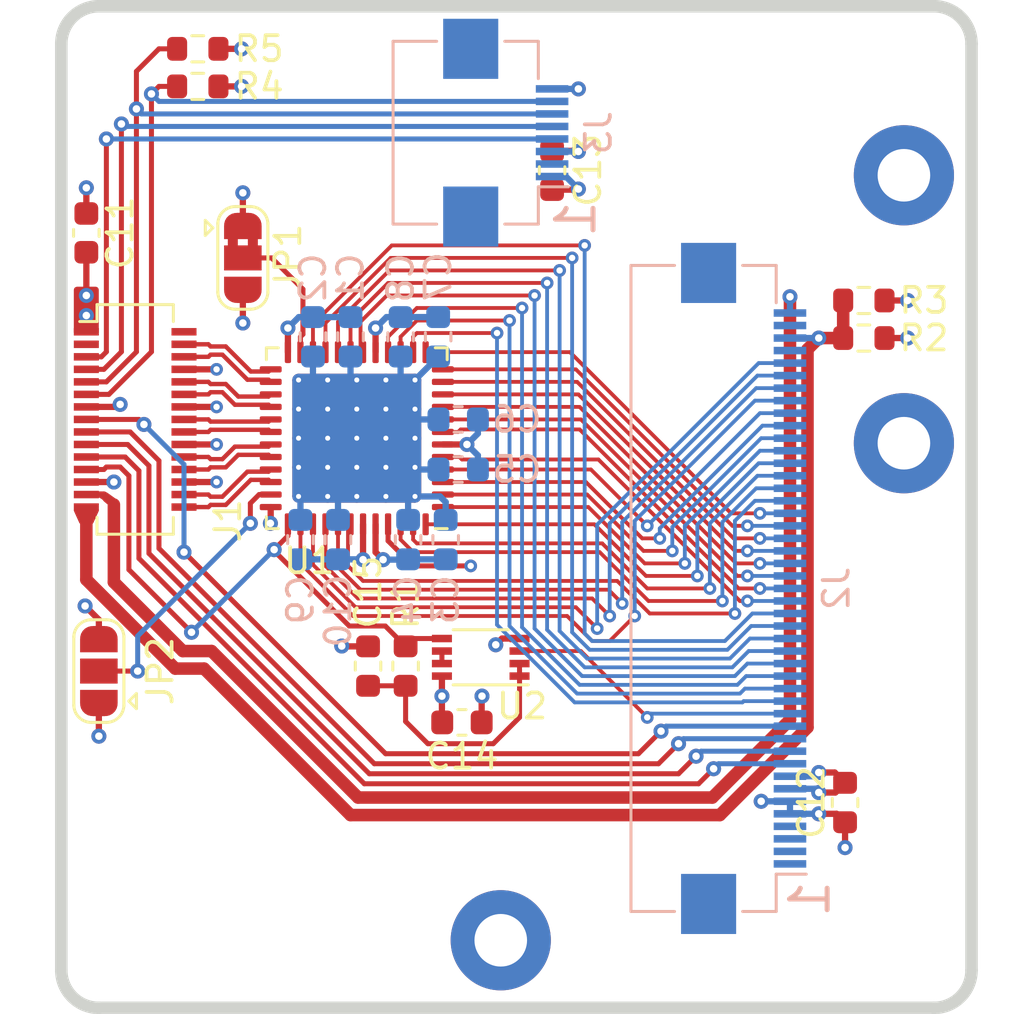
<source format=kicad_pcb>
(kicad_pcb (version 20171130) (host pcbnew "(5.1.9-0-10_14)")

  (general
    (thickness 1.6)
    (drawings 10)
    (tracks 542)
    (zones 0)
    (modules 30)
    (nets 66)
  )

  (page A4)
  (layers
    (0 F.Cu signal)
    (1 GND power)
    (2 PWR power)
    (31 B.Cu signal)
    (32 B.Adhes user)
    (33 F.Adhes user)
    (34 B.Paste user)
    (35 F.Paste user)
    (36 B.SilkS user)
    (37 F.SilkS user)
    (38 B.Mask user)
    (39 F.Mask user)
    (40 Dwgs.User user)
    (41 Cmts.User user)
    (42 Eco1.User user)
    (43 Eco2.User user)
    (44 Edge.Cuts user)
    (45 Margin user)
    (46 B.CrtYd user)
    (47 F.CrtYd user)
    (48 B.Fab user)
    (49 F.Fab user)
  )

  (setup
    (last_trace_width 0.2)
    (trace_clearance 0.2)
    (zone_clearance 0.2032)
    (zone_45_only no)
    (trace_min 0.1524)
    (via_size 0.6)
    (via_drill 0.3)
    (via_min_size 0.5)
    (via_min_drill 0.2)
    (uvia_size 0.3)
    (uvia_drill 0.1)
    (uvias_allowed no)
    (uvia_min_size 0.2)
    (uvia_min_drill 0.1)
    (edge_width 0.1)
    (segment_width 0.2)
    (pcb_text_width 0.125)
    (pcb_text_size 0.5 0.5)
    (mod_edge_width 0.05)
    (mod_text_size 0.6 0.6)
    (mod_text_width 0.125)
    (pad_size 0.6 0.6)
    (pad_drill 0.3)
    (pad_to_mask_clearance 0)
    (aux_axis_origin 111.85 71.3)
    (grid_origin 111.85 71.3)
    (visible_elements FFFFF7FF)
    (pcbplotparams
      (layerselection 0x010f0_ffffffff)
      (usegerberextensions true)
      (usegerberattributes false)
      (usegerberadvancedattributes false)
      (creategerberjobfile false)
      (excludeedgelayer true)
      (linewidth 0.100000)
      (plotframeref false)
      (viasonmask false)
      (mode 1)
      (useauxorigin false)
      (hpglpennumber 1)
      (hpglpenspeed 20)
      (hpglpendiameter 15.000000)
      (psnegative false)
      (psa4output false)
      (plotreference true)
      (plotvalue true)
      (plotinvisibletext false)
      (padsonsilk false)
      (subtractmaskfromsilk true)
      (outputformat 1)
      (mirror false)
      (drillshape 0)
      (scaleselection 1)
      (outputdirectory "fab/"))
  )

  (net 0 "")
  (net 1 GND)
  (net 2 +3V3)
  (net 3 SPI.MISO)
  (net 4 SPI.MOSI)
  (net 5 SPI.SCK)
  (net 6 SPI.CS)
  (net 7 /DISP_R7)
  (net 8 /DISP_R6)
  (net 9 /DISP_R5)
  (net 10 /DISP_R4)
  (net 11 /DISP_R3)
  (net 12 /DISP_R2)
  (net 13 /DISP_R1)
  (net 14 /DISP_R0)
  (net 15 /DISP_G7)
  (net 16 /DISP_G6)
  (net 17 /DISP_G5)
  (net 18 /DISP_G4)
  (net 19 /DISP_G3)
  (net 20 /DISP_G2)
  (net 21 /DISP_G1)
  (net 22 /DISP_G0)
  (net 23 /DISP_B7)
  (net 24 /DISP_B6)
  (net 25 /DISP_B5)
  (net 26 /DISP_B4)
  (net 27 /DISP_B3)
  (net 28 /DISP_B2)
  (net 29 /DISP_B1)
  (net 30 /DISP_B0)
  (net 31 /DISP_DE)
  (net 32 /DISP_PCLK)
  (net 33 /DISP_HSYNC)
  (net 34 /DISP_VSYNC)
  (net 35 LED_K)
  (net 36 LED_A)
  (net 37 "Net-(J1-Pad2)")
  (net 38 "Net-(J2-Pad1)")
  (net 39 "Net-(J2-Pad2)")
  (net 40 "Net-(J2-Pad3)")
  (net 41 "Net-(J2-Pad4)")
  (net 42 "Net-(J2-Pad42)")
  (net 43 "Net-(J2-Pad44)")
  (net 44 ENABLE)
  (net 45 /DISP_RST)
  (net 46 "Net-(JP1-Pad2)")
  (net 47 "Net-(JP2-Pad2)")
  (net 48 /LVDS_A0N)
  (net 49 /LVDS_A0P)
  (net 50 /LVDS_A1N)
  (net 51 /LVDS_A1P)
  (net 52 /LVDS_A2N)
  (net 53 /LVDS_A2P)
  (net 54 /LVDS_CLKN)
  (net 55 /LVDS_CLKP)
  (net 56 /LVDS_A3N)
  (net 57 /LVDS_A3P)
  (net 58 "Net-(C15-Pad1)")
  (net 59 "Net-(J1-Pad3)")
  (net 60 CTP.SCL)
  (net 61 CTP.SDA)
  (net 62 CTP.INT)
  (net 63 CTP.RST)
  (net 64 "Net-(J3-Pad2)")
  (net 65 "Net-(U2-Pad6)")

  (net_class Default "This is the default net class."
    (clearance 0.2)
    (trace_width 0.2)
    (via_dia 0.6)
    (via_drill 0.3)
    (uvia_dia 0.3)
    (uvia_drill 0.1)
    (add_net CTP.INT)
    (add_net CTP.RST)
    (add_net CTP.SCL)
    (add_net CTP.SDA)
    (add_net ENABLE)
    (add_net "Net-(C15-Pad1)")
    (add_net "Net-(J1-Pad2)")
    (add_net "Net-(J1-Pad3)")
    (add_net "Net-(J2-Pad1)")
    (add_net "Net-(J2-Pad2)")
    (add_net "Net-(J2-Pad3)")
    (add_net "Net-(J2-Pad4)")
    (add_net "Net-(J2-Pad42)")
    (add_net "Net-(J2-Pad44)")
    (add_net "Net-(J3-Pad2)")
    (add_net "Net-(JP1-Pad2)")
    (add_net "Net-(JP2-Pad2)")
    (add_net "Net-(U2-Pad6)")
    (add_net SPI.CS)
    (add_net SPI.MISO)
    (add_net SPI.MOSI)
    (add_net SPI.SCK)
  )

  (net_class DISPLAY ""
    (clearance 0.1524)
    (trace_width 0.1524)
    (via_dia 0.508)
    (via_drill 0.254)
    (uvia_dia 0.3)
    (uvia_drill 0.1)
    (diff_pair_width 0.175)
    (diff_pair_gap 0.1524)
    (add_net /DISP_B0)
    (add_net /DISP_B1)
    (add_net /DISP_B2)
    (add_net /DISP_B3)
    (add_net /DISP_B4)
    (add_net /DISP_B5)
    (add_net /DISP_B6)
    (add_net /DISP_B7)
    (add_net /DISP_DE)
    (add_net /DISP_G0)
    (add_net /DISP_G1)
    (add_net /DISP_G2)
    (add_net /DISP_G3)
    (add_net /DISP_G4)
    (add_net /DISP_G5)
    (add_net /DISP_G6)
    (add_net /DISP_G7)
    (add_net /DISP_HSYNC)
    (add_net /DISP_PCLK)
    (add_net /DISP_R0)
    (add_net /DISP_R1)
    (add_net /DISP_R2)
    (add_net /DISP_R3)
    (add_net /DISP_R4)
    (add_net /DISP_R5)
    (add_net /DISP_R6)
    (add_net /DISP_R7)
    (add_net /DISP_RST)
    (add_net /DISP_VSYNC)
    (add_net /LVDS_A0N)
    (add_net /LVDS_A0P)
    (add_net /LVDS_A1N)
    (add_net /LVDS_A1P)
    (add_net /LVDS_A2N)
    (add_net /LVDS_A2P)
    (add_net /LVDS_A3N)
    (add_net /LVDS_A3P)
    (add_net /LVDS_CLKN)
    (add_net /LVDS_CLKP)
  )

  (net_class POWER ""
    (clearance 0.2)
    (trace_width 0.25)
    (via_dia 0.6)
    (via_drill 0.3)
    (uvia_dia 0.3)
    (uvia_drill 0.1)
    (add_net +3V3)
    (add_net GND)
    (add_net LED_A)
    (add_net LED_K)
  )

  (module Capacitor_SMD:C_0603_1608Metric (layer F.Cu) (tedit 5F68FEEE) (tstamp 61C4AB19)
    (at 131.45 77.85 270)
    (descr "Capacitor SMD 0603 (1608 Metric), square (rectangular) end terminal, IPC_7351 nominal, (Body size source: IPC-SM-782 page 76, https://www.pcb-3d.com/wordpress/wp-content/uploads/ipc-sm-782a_amendment_1_and_2.pdf), generated with kicad-footprint-generator")
    (tags capacitor)
    (path /614A83D9)
    (attr smd)
    (fp_text reference C13 (at 0 -1.43 90) (layer F.SilkS)
      (effects (font (size 1 1) (thickness 0.15)))
    )
    (fp_text value 0.1uF (at 0 1.43 90) (layer F.Fab)
      (effects (font (size 1 1) (thickness 0.15)))
    )
    (fp_line (start 1.48 0.73) (end -1.48 0.73) (layer F.CrtYd) (width 0.05))
    (fp_line (start 1.48 -0.73) (end 1.48 0.73) (layer F.CrtYd) (width 0.05))
    (fp_line (start -1.48 -0.73) (end 1.48 -0.73) (layer F.CrtYd) (width 0.05))
    (fp_line (start -1.48 0.73) (end -1.48 -0.73) (layer F.CrtYd) (width 0.05))
    (fp_line (start -0.14058 0.51) (end 0.14058 0.51) (layer F.SilkS) (width 0.12))
    (fp_line (start -0.14058 -0.51) (end 0.14058 -0.51) (layer F.SilkS) (width 0.12))
    (fp_line (start 0.8 0.4) (end -0.8 0.4) (layer F.Fab) (width 0.1))
    (fp_line (start 0.8 -0.4) (end 0.8 0.4) (layer F.Fab) (width 0.1))
    (fp_line (start -0.8 -0.4) (end 0.8 -0.4) (layer F.Fab) (width 0.1))
    (fp_line (start -0.8 0.4) (end -0.8 -0.4) (layer F.Fab) (width 0.1))
    (fp_text user %R (at 0 0 90) (layer F.Fab)
      (effects (font (size 0.4 0.4) (thickness 0.06)))
    )
    (pad 1 smd roundrect (at -0.775 0 270) (size 0.9 0.95) (layers F.Cu F.Paste F.Mask) (roundrect_rratio 0.25)
      (net 2 +3V3))
    (pad 2 smd roundrect (at 0.775 0 270) (size 0.9 0.95) (layers F.Cu F.Paste F.Mask) (roundrect_rratio 0.25)
      (net 1 GND))
    (model ${KISYS3DMOD}/Capacitor_SMD.3dshapes/C_0603_1608Metric.wrl
      (at (xyz 0 0 0))
      (scale (xyz 1 1 1))
      (rotate (xyz 0 0 0))
    )
  )

  (module Capacitor_SMD:C_0603_1608Metric (layer F.Cu) (tedit 5B301BBE) (tstamp 5FE0D2C5)
    (at 127.85 99.9)
    (descr "Capacitor SMD 0603 (1608 Metric), square (rectangular) end terminal, IPC_7351 nominal, (Body size source: http://www.tortai-tech.com/upload/download/2011102023233369053.pdf), generated with kicad-footprint-generator")
    (tags capacitor)
    (path /5FEFD9E4)
    (attr smd)
    (fp_text reference C14 (at 0 1.35) (layer F.SilkS)
      (effects (font (size 1 1) (thickness 0.15)))
    )
    (fp_text value 0.1uF (at 0.65 2.7) (layer F.Fab)
      (effects (font (size 1 1) (thickness 0.15)))
    )
    (fp_line (start 1.48 0.73) (end -1.48 0.73) (layer F.CrtYd) (width 0.05))
    (fp_line (start 1.48 -0.73) (end 1.48 0.73) (layer F.CrtYd) (width 0.05))
    (fp_line (start -1.48 -0.73) (end 1.48 -0.73) (layer F.CrtYd) (width 0.05))
    (fp_line (start -1.48 0.73) (end -1.48 -0.73) (layer F.CrtYd) (width 0.05))
    (fp_line (start -0.162779 0.51) (end 0.162779 0.51) (layer F.SilkS) (width 0.12))
    (fp_line (start -0.162779 -0.51) (end 0.162779 -0.51) (layer F.SilkS) (width 0.12))
    (fp_line (start 0.8 0.4) (end -0.8 0.4) (layer F.Fab) (width 0.1))
    (fp_line (start 0.8 -0.4) (end 0.8 0.4) (layer F.Fab) (width 0.1))
    (fp_line (start -0.8 -0.4) (end 0.8 -0.4) (layer F.Fab) (width 0.1))
    (fp_line (start -0.8 0.4) (end -0.8 -0.4) (layer F.Fab) (width 0.1))
    (fp_text user %R (at 0 0) (layer F.Fab)
      (effects (font (size 0.4 0.4) (thickness 0.06)))
    )
    (pad 1 smd roundrect (at -0.7875 0) (size 0.875 0.95) (layers F.Cu F.Paste F.Mask) (roundrect_rratio 0.25)
      (net 2 +3V3))
    (pad 2 smd roundrect (at 0.7875 0) (size 0.875 0.95) (layers F.Cu F.Paste F.Mask) (roundrect_rratio 0.25)
      (net 1 GND))
    (model ${KISYS3DMOD}/Capacitor_SMD.3dshapes/C_0603_1608Metric.wrl
      (at (xyz 0 0 0))
      (scale (xyz 1 1 1))
      (rotate (xyz 0 0 0))
    )
  )

  (module Connector_Molex:Molex_SlimStack_55560-0301_2x15_P0.50mm_Vertical (layer F.Cu) (tedit 60D78262) (tstamp 60D7EFFB)
    (at 114.8 87.8 90)
    (descr "Molex SlimStack Fine-Pitch SMT Board-to-Board Connectors, 55560-0301, 30 Pins (http://www.molex.com/pdm_docs/sd/555600207_sd.pdf), generated with kicad-footprint-generator")
    (tags "connector Molex SlimStack side entry")
    (path /60FEB5A5)
    (attr smd)
    (fp_text reference J1 (at -4.05 3.7 270) (layer F.SilkS)
      (effects (font (size 1 1) (thickness 0.15)))
    )
    (fp_text value Input (at 0 3.65 270) (layer F.Fab)
      (effects (font (size 1 1) (thickness 0.15)))
    )
    (fp_line (start -4.98 -2.95) (end 4.98 -2.95) (layer F.CrtYd) (width 0.05))
    (fp_line (start -4.98 2.95) (end -4.98 -2.95) (layer F.CrtYd) (width 0.05))
    (fp_line (start 4.98 2.95) (end -4.98 2.95) (layer F.CrtYd) (width 0.05))
    (fp_line (start 4.98 -2.95) (end 4.98 2.95) (layer F.CrtYd) (width 0.05))
    (fp_line (start -4.585 -1.525) (end -3.91 -1.525) (layer F.SilkS) (width 0.12))
    (fp_line (start -4.585 1.525) (end -4.585 -1.525) (layer F.SilkS) (width 0.12))
    (fp_line (start -3.91 1.525) (end -4.585 1.525) (layer F.SilkS) (width 0.12))
    (fp_line (start 3.91 -1.525) (end 3.91 -2.215) (layer F.SilkS) (width 0.12))
    (fp_line (start 4.585 -1.525) (end 3.91 -1.525) (layer F.SilkS) (width 0.12))
    (fp_line (start 4.585 1.525) (end 4.585 -1.525) (layer F.SilkS) (width 0.12))
    (fp_line (start 3.91 1.525) (end 4.585 1.525) (layer F.SilkS) (width 0.12))
    (fp_line (start 3.91 -1.525) (end 3.91 -2.215) (layer F.Fab) (width 0.1))
    (fp_line (start -4.475 -1.415) (end 4.475 -1.415) (layer F.Fab) (width 0.1))
    (fp_line (start -4.475 1.415) (end -4.475 -1.415) (layer F.Fab) (width 0.1))
    (fp_line (start 4.475 1.415) (end -4.475 1.415) (layer F.Fab) (width 0.1))
    (fp_line (start 4.475 -1.415) (end 4.475 1.415) (layer F.Fab) (width 0.1))
    (fp_text user %R (at 0 0 270) (layer F.Fab)
      (effects (font (size 1 1) (thickness 0.15)))
    )
    (pad 1 smd rect (at 3.5 -1.95 90) (size 0.3 1) (layers F.Cu F.Paste F.Mask)
      (net 2 +3V3))
    (pad 3 smd rect (at 3 -1.95 90) (size 0.3 1) (layers F.Cu F.Paste F.Mask)
      (net 59 "Net-(J1-Pad3)"))
    (pad 5 smd rect (at 2.5 -1.95 90) (size 0.3 1) (layers F.Cu F.Paste F.Mask)
      (net 60 CTP.SCL))
    (pad 7 smd rect (at 2 -1.95 90) (size 0.3 1) (layers F.Cu F.Paste F.Mask)
      (net 61 CTP.SDA))
    (pad 9 smd rect (at 1.5 -1.95 90) (size 0.3 1) (layers F.Cu F.Paste F.Mask)
      (net 62 CTP.INT))
    (pad 11 smd rect (at 1 -1.95 90) (size 0.3 1) (layers F.Cu F.Paste F.Mask)
      (net 63 CTP.RST))
    (pad 13 smd rect (at 0.5 -1.95 90) (size 0.3 1) (layers F.Cu F.Paste F.Mask)
      (net 1 GND))
    (pad 15 smd rect (at 0 -1.95 90) (size 0.3 1) (layers F.Cu F.Paste F.Mask)
      (net 6 SPI.CS))
    (pad 17 smd rect (at -0.5 -1.95 90) (size 0.3 1) (layers F.Cu F.Paste F.Mask)
      (net 5 SPI.SCK))
    (pad 19 smd rect (at -1 -1.95 90) (size 0.3 1) (layers F.Cu F.Paste F.Mask)
      (net 4 SPI.MOSI))
    (pad 21 smd rect (at -1.5 -1.95 90) (size 0.3 1) (layers F.Cu F.Paste F.Mask)
      (net 3 SPI.MISO))
    (pad 23 smd rect (at -2 -1.95 90) (size 0.3 1) (layers F.Cu F.Paste F.Mask)
      (net 44 ENABLE))
    (pad 25 smd rect (at -2.5 -1.95 90) (size 0.3 1) (layers F.Cu F.Paste F.Mask)
      (net 1 GND))
    (pad 27 smd rect (at -3 -1.95 90) (size 0.3 1) (layers F.Cu F.Paste F.Mask)
      (net 36 LED_A))
    (pad 29 smd rect (at -3.5 -1.95 90) (size 0.3 1) (layers F.Cu F.Paste F.Mask)
      (net 35 LED_K))
    (pad 2 smd rect (at 3.5 1.95 90) (size 0.3 1) (layers F.Cu F.Paste F.Mask)
      (net 37 "Net-(J1-Pad2)"))
    (pad 4 smd rect (at 3 1.95 90) (size 0.3 1) (layers F.Cu F.Paste F.Mask)
      (net 48 /LVDS_A0N))
    (pad 6 smd rect (at 2.5 1.95 90) (size 0.3 1) (layers F.Cu F.Paste F.Mask)
      (net 49 /LVDS_A0P))
    (pad 8 smd rect (at 2 1.95 90) (size 0.3 1) (layers F.Cu F.Paste F.Mask)
      (net 1 GND))
    (pad 10 smd rect (at 1.5 1.95 90) (size 0.3 1) (layers F.Cu F.Paste F.Mask)
      (net 50 /LVDS_A1N))
    (pad 12 smd rect (at 1 1.95 90) (size 0.3 1) (layers F.Cu F.Paste F.Mask)
      (net 51 /LVDS_A1P))
    (pad 14 smd rect (at 0.5 1.95 90) (size 0.3 1) (layers F.Cu F.Paste F.Mask)
      (net 1 GND))
    (pad 16 smd rect (at 0 1.95 90) (size 0.3 1) (layers F.Cu F.Paste F.Mask)
      (net 52 /LVDS_A2N))
    (pad 18 smd rect (at -0.5 1.95 90) (size 0.3 1) (layers F.Cu F.Paste F.Mask)
      (net 53 /LVDS_A2P))
    (pad 20 smd rect (at -1 1.95 90) (size 0.3 1) (layers F.Cu F.Paste F.Mask)
      (net 1 GND))
    (pad 22 smd rect (at -1.5 1.95 90) (size 0.3 1) (layers F.Cu F.Paste F.Mask)
      (net 54 /LVDS_CLKN))
    (pad 24 smd rect (at -2 1.95 90) (size 0.3 1) (layers F.Cu F.Paste F.Mask)
      (net 55 /LVDS_CLKP))
    (pad 26 smd rect (at -2.5 1.95 90) (size 0.3 1) (layers F.Cu F.Paste F.Mask)
      (net 1 GND))
    (pad 28 smd rect (at -3 1.95 90) (size 0.3 1) (layers F.Cu F.Paste F.Mask)
      (net 56 /LVDS_A3N))
    (pad 30 smd rect (at -3.5 1.95 90) (size 0.3 1) (layers F.Cu F.Paste F.Mask)
      (net 57 /LVDS_A3P))
    (model ${KISYS3DMOD}/Connector_Molex.3dshapes/Molex_SlimStack_55560-0301_2x15_P0.50mm_Vertical.wrl
      (at (xyz 0 0 0))
      (scale (xyz 1 1 1))
      (rotate (xyz 0 0 0))
    )
  )

  (module Capacitor_SMD:C_0603_1608Metric (layer B.Cu) (tedit 5B301BBE) (tstamp 60D8CB17)
    (at 123.4 84.5 270)
    (descr "Capacitor SMD 0603 (1608 Metric), square (rectangular) end terminal, IPC_7351 nominal, (Body size source: http://www.tortai-tech.com/upload/download/2011102023233369053.pdf), generated with kicad-footprint-generator")
    (tags capacitor)
    (path /5E6E23E8)
    (attr smd)
    (fp_text reference C1 (at -2.35 0 270) (layer B.SilkS)
      (effects (font (size 1 1) (thickness 0.15)) (justify mirror))
    )
    (fp_text value 0.1uF (at -5.4 0.05 270) (layer B.Fab)
      (effects (font (size 1 1) (thickness 0.15)) (justify mirror))
    )
    (fp_line (start 1.48 -0.73) (end -1.48 -0.73) (layer B.CrtYd) (width 0.05))
    (fp_line (start 1.48 0.73) (end 1.48 -0.73) (layer B.CrtYd) (width 0.05))
    (fp_line (start -1.48 0.73) (end 1.48 0.73) (layer B.CrtYd) (width 0.05))
    (fp_line (start -1.48 -0.73) (end -1.48 0.73) (layer B.CrtYd) (width 0.05))
    (fp_line (start -0.162779 -0.51) (end 0.162779 -0.51) (layer B.SilkS) (width 0.12))
    (fp_line (start -0.162779 0.51) (end 0.162779 0.51) (layer B.SilkS) (width 0.12))
    (fp_line (start 0.8 -0.4) (end -0.8 -0.4) (layer B.Fab) (width 0.1))
    (fp_line (start 0.8 0.4) (end 0.8 -0.4) (layer B.Fab) (width 0.1))
    (fp_line (start -0.8 0.4) (end 0.8 0.4) (layer B.Fab) (width 0.1))
    (fp_line (start -0.8 -0.4) (end -0.8 0.4) (layer B.Fab) (width 0.1))
    (fp_text user %R (at 0 0 270) (layer B.Fab)
      (effects (font (size 0.4 0.4) (thickness 0.06)) (justify mirror))
    )
    (pad 2 smd roundrect (at 0.7875 0 270) (size 0.875 0.95) (layers B.Cu B.Paste B.Mask) (roundrect_rratio 0.25)
      (net 1 GND))
    (pad 1 smd roundrect (at -0.7875 0 270) (size 0.875 0.95) (layers B.Cu B.Paste B.Mask) (roundrect_rratio 0.25)
      (net 2 +3V3))
    (model ${KISYS3DMOD}/Capacitor_SMD.3dshapes/C_0603_1608Metric.wrl
      (at (xyz 0 0 0))
      (scale (xyz 1 1 1))
      (rotate (xyz 0 0 0))
    )
  )

  (module Capacitor_SMD:C_0603_1608Metric (layer B.Cu) (tedit 5B301BBE) (tstamp 5D5D35B2)
    (at 121.9 84.5 270)
    (descr "Capacitor SMD 0603 (1608 Metric), square (rectangular) end terminal, IPC_7351 nominal, (Body size source: http://www.tortai-tech.com/upload/download/2011102023233369053.pdf), generated with kicad-footprint-generator")
    (tags capacitor)
    (path /5E6E23DE)
    (attr smd)
    (fp_text reference C2 (at -2.35 0 270) (layer B.SilkS)
      (effects (font (size 1 1) (thickness 0.15)) (justify mirror))
    )
    (fp_text value 0.01uF (at -5.9 0 270) (layer B.Fab)
      (effects (font (size 1 1) (thickness 0.15)) (justify mirror))
    )
    (fp_line (start -0.8 -0.4) (end -0.8 0.4) (layer B.Fab) (width 0.1))
    (fp_line (start -0.8 0.4) (end 0.8 0.4) (layer B.Fab) (width 0.1))
    (fp_line (start 0.8 0.4) (end 0.8 -0.4) (layer B.Fab) (width 0.1))
    (fp_line (start 0.8 -0.4) (end -0.8 -0.4) (layer B.Fab) (width 0.1))
    (fp_line (start -0.162779 0.51) (end 0.162779 0.51) (layer B.SilkS) (width 0.12))
    (fp_line (start -0.162779 -0.51) (end 0.162779 -0.51) (layer B.SilkS) (width 0.12))
    (fp_line (start -1.48 -0.73) (end -1.48 0.73) (layer B.CrtYd) (width 0.05))
    (fp_line (start -1.48 0.73) (end 1.48 0.73) (layer B.CrtYd) (width 0.05))
    (fp_line (start 1.48 0.73) (end 1.48 -0.73) (layer B.CrtYd) (width 0.05))
    (fp_line (start 1.48 -0.73) (end -1.48 -0.73) (layer B.CrtYd) (width 0.05))
    (fp_text user %R (at 0 0 270) (layer B.Fab)
      (effects (font (size 0.4 0.4) (thickness 0.06)) (justify mirror))
    )
    (pad 1 smd roundrect (at -0.7875 0 270) (size 0.875 0.95) (layers B.Cu B.Paste B.Mask) (roundrect_rratio 0.25)
      (net 2 +3V3))
    (pad 2 smd roundrect (at 0.7875 0 270) (size 0.875 0.95) (layers B.Cu B.Paste B.Mask) (roundrect_rratio 0.25)
      (net 1 GND))
    (model ${KISYS3DMOD}/Capacitor_SMD.3dshapes/C_0603_1608Metric.wrl
      (at (xyz 0 0 0))
      (scale (xyz 1 1 1))
      (rotate (xyz 0 0 0))
    )
  )

  (module Capacitor_SMD:C_0603_1608Metric (layer B.Cu) (tedit 5B301BBE) (tstamp 5D5D3582)
    (at 127.2 92.6 90)
    (descr "Capacitor SMD 0603 (1608 Metric), square (rectangular) end terminal, IPC_7351 nominal, (Body size source: http://www.tortai-tech.com/upload/download/2011102023233369053.pdf), generated with kicad-footprint-generator")
    (tags capacitor)
    (path /5E6B29E2)
    (attr smd)
    (fp_text reference C3 (at -2.4 0 90) (layer B.SilkS)
      (effects (font (size 1 1) (thickness 0.15)) (justify mirror))
    )
    (fp_text value 0.1uF (at -6.35 0 90) (layer B.Fab)
      (effects (font (size 1 1) (thickness 0.15)) (justify mirror))
    )
    (fp_line (start 1.48 -0.73) (end -1.48 -0.73) (layer B.CrtYd) (width 0.05))
    (fp_line (start 1.48 0.73) (end 1.48 -0.73) (layer B.CrtYd) (width 0.05))
    (fp_line (start -1.48 0.73) (end 1.48 0.73) (layer B.CrtYd) (width 0.05))
    (fp_line (start -1.48 -0.73) (end -1.48 0.73) (layer B.CrtYd) (width 0.05))
    (fp_line (start -0.162779 -0.51) (end 0.162779 -0.51) (layer B.SilkS) (width 0.12))
    (fp_line (start -0.162779 0.51) (end 0.162779 0.51) (layer B.SilkS) (width 0.12))
    (fp_line (start 0.8 -0.4) (end -0.8 -0.4) (layer B.Fab) (width 0.1))
    (fp_line (start 0.8 0.4) (end 0.8 -0.4) (layer B.Fab) (width 0.1))
    (fp_line (start -0.8 0.4) (end 0.8 0.4) (layer B.Fab) (width 0.1))
    (fp_line (start -0.8 -0.4) (end -0.8 0.4) (layer B.Fab) (width 0.1))
    (fp_text user %R (at 0 0 90) (layer B.Fab)
      (effects (font (size 0.4 0.4) (thickness 0.06)) (justify mirror))
    )
    (pad 2 smd roundrect (at 0.7875 0 90) (size 0.875 0.95) (layers B.Cu B.Paste B.Mask) (roundrect_rratio 0.25)
      (net 1 GND))
    (pad 1 smd roundrect (at -0.7875 0 90) (size 0.875 0.95) (layers B.Cu B.Paste B.Mask) (roundrect_rratio 0.25)
      (net 2 +3V3))
    (model ${KISYS3DMOD}/Capacitor_SMD.3dshapes/C_0603_1608Metric.wrl
      (at (xyz 0 0 0))
      (scale (xyz 1 1 1))
      (rotate (xyz 0 0 0))
    )
  )

  (module Capacitor_SMD:C_0603_1608Metric (layer B.Cu) (tedit 5B301BBE) (tstamp 5D5D3552)
    (at 125.7 92.6 90)
    (descr "Capacitor SMD 0603 (1608 Metric), square (rectangular) end terminal, IPC_7351 nominal, (Body size source: http://www.tortai-tech.com/upload/download/2011102023233369053.pdf), generated with kicad-footprint-generator")
    (tags capacitor)
    (path /5E6B29D8)
    (attr smd)
    (fp_text reference C4 (at -2.4 0 90) (layer B.SilkS)
      (effects (font (size 1 1) (thickness 0.15)) (justify mirror))
    )
    (fp_text value 0.01uF (at -6.85 0 90) (layer B.Fab)
      (effects (font (size 1 1) (thickness 0.15)) (justify mirror))
    )
    (fp_line (start -0.8 -0.4) (end -0.8 0.4) (layer B.Fab) (width 0.1))
    (fp_line (start -0.8 0.4) (end 0.8 0.4) (layer B.Fab) (width 0.1))
    (fp_line (start 0.8 0.4) (end 0.8 -0.4) (layer B.Fab) (width 0.1))
    (fp_line (start 0.8 -0.4) (end -0.8 -0.4) (layer B.Fab) (width 0.1))
    (fp_line (start -0.162779 0.51) (end 0.162779 0.51) (layer B.SilkS) (width 0.12))
    (fp_line (start -0.162779 -0.51) (end 0.162779 -0.51) (layer B.SilkS) (width 0.12))
    (fp_line (start -1.48 -0.73) (end -1.48 0.73) (layer B.CrtYd) (width 0.05))
    (fp_line (start -1.48 0.73) (end 1.48 0.73) (layer B.CrtYd) (width 0.05))
    (fp_line (start 1.48 0.73) (end 1.48 -0.73) (layer B.CrtYd) (width 0.05))
    (fp_line (start 1.48 -0.73) (end -1.48 -0.73) (layer B.CrtYd) (width 0.05))
    (fp_text user %R (at 0 0 90) (layer B.Fab)
      (effects (font (size 0.4 0.4) (thickness 0.06)) (justify mirror))
    )
    (pad 1 smd roundrect (at -0.7875 0 90) (size 0.875 0.95) (layers B.Cu B.Paste B.Mask) (roundrect_rratio 0.25)
      (net 2 +3V3))
    (pad 2 smd roundrect (at 0.7875 0 90) (size 0.875 0.95) (layers B.Cu B.Paste B.Mask) (roundrect_rratio 0.25)
      (net 1 GND))
    (model ${KISYS3DMOD}/Capacitor_SMD.3dshapes/C_0603_1608Metric.wrl
      (at (xyz 0 0 0))
      (scale (xyz 1 1 1))
      (rotate (xyz 0 0 0))
    )
  )

  (module Capacitor_SMD:C_0603_1608Metric (layer B.Cu) (tedit 5B301BBE) (tstamp 5D5D3522)
    (at 127.7 89.8 180)
    (descr "Capacitor SMD 0603 (1608 Metric), square (rectangular) end terminal, IPC_7351 nominal, (Body size source: http://www.tortai-tech.com/upload/download/2011102023233369053.pdf), generated with kicad-footprint-generator")
    (tags capacitor)
    (path /5E683528)
    (attr smd)
    (fp_text reference C5 (at -2.35 0) (layer B.SilkS)
      (effects (font (size 1 1) (thickness 0.15)) (justify mirror))
    )
    (fp_text value 0.1uF (at 3.45 0.05) (layer B.Fab)
      (effects (font (size 1 1) (thickness 0.15)) (justify mirror))
    )
    (fp_line (start 1.48 -0.73) (end -1.48 -0.73) (layer B.CrtYd) (width 0.05))
    (fp_line (start 1.48 0.73) (end 1.48 -0.73) (layer B.CrtYd) (width 0.05))
    (fp_line (start -1.48 0.73) (end 1.48 0.73) (layer B.CrtYd) (width 0.05))
    (fp_line (start -1.48 -0.73) (end -1.48 0.73) (layer B.CrtYd) (width 0.05))
    (fp_line (start -0.162779 -0.51) (end 0.162779 -0.51) (layer B.SilkS) (width 0.12))
    (fp_line (start -0.162779 0.51) (end 0.162779 0.51) (layer B.SilkS) (width 0.12))
    (fp_line (start 0.8 -0.4) (end -0.8 -0.4) (layer B.Fab) (width 0.1))
    (fp_line (start 0.8 0.4) (end 0.8 -0.4) (layer B.Fab) (width 0.1))
    (fp_line (start -0.8 0.4) (end 0.8 0.4) (layer B.Fab) (width 0.1))
    (fp_line (start -0.8 -0.4) (end -0.8 0.4) (layer B.Fab) (width 0.1))
    (fp_text user %R (at 0 0) (layer B.Fab)
      (effects (font (size 0.4 0.4) (thickness 0.06)) (justify mirror))
    )
    (pad 2 smd roundrect (at 0.7875 0 180) (size 0.875 0.95) (layers B.Cu B.Paste B.Mask) (roundrect_rratio 0.25)
      (net 1 GND))
    (pad 1 smd roundrect (at -0.7875 0 180) (size 0.875 0.95) (layers B.Cu B.Paste B.Mask) (roundrect_rratio 0.25)
      (net 2 +3V3))
    (model ${KISYS3DMOD}/Capacitor_SMD.3dshapes/C_0603_1608Metric.wrl
      (at (xyz 0 0 0))
      (scale (xyz 1 1 1))
      (rotate (xyz 0 0 0))
    )
  )

  (module Capacitor_SMD:C_0603_1608Metric (layer B.Cu) (tedit 5B301BBE) (tstamp 5D5D34F2)
    (at 127.7 87.8 180)
    (descr "Capacitor SMD 0603 (1608 Metric), square (rectangular) end terminal, IPC_7351 nominal, (Body size source: http://www.tortai-tech.com/upload/download/2011102023233369053.pdf), generated with kicad-footprint-generator")
    (tags capacitor)
    (path /5E68351E)
    (attr smd)
    (fp_text reference C6 (at -2.35 0) (layer B.SilkS)
      (effects (font (size 1 1) (thickness 0.15)) (justify mirror))
    )
    (fp_text value 0.01uF (at 3.95 0) (layer B.Fab)
      (effects (font (size 1 1) (thickness 0.15)) (justify mirror))
    )
    (fp_line (start -0.8 -0.4) (end -0.8 0.4) (layer B.Fab) (width 0.1))
    (fp_line (start -0.8 0.4) (end 0.8 0.4) (layer B.Fab) (width 0.1))
    (fp_line (start 0.8 0.4) (end 0.8 -0.4) (layer B.Fab) (width 0.1))
    (fp_line (start 0.8 -0.4) (end -0.8 -0.4) (layer B.Fab) (width 0.1))
    (fp_line (start -0.162779 0.51) (end 0.162779 0.51) (layer B.SilkS) (width 0.12))
    (fp_line (start -0.162779 -0.51) (end 0.162779 -0.51) (layer B.SilkS) (width 0.12))
    (fp_line (start -1.48 -0.73) (end -1.48 0.73) (layer B.CrtYd) (width 0.05))
    (fp_line (start -1.48 0.73) (end 1.48 0.73) (layer B.CrtYd) (width 0.05))
    (fp_line (start 1.48 0.73) (end 1.48 -0.73) (layer B.CrtYd) (width 0.05))
    (fp_line (start 1.48 -0.73) (end -1.48 -0.73) (layer B.CrtYd) (width 0.05))
    (fp_text user %R (at 0 0) (layer B.Fab)
      (effects (font (size 0.4 0.4) (thickness 0.06)) (justify mirror))
    )
    (pad 1 smd roundrect (at -0.7875 0 180) (size 0.875 0.95) (layers B.Cu B.Paste B.Mask) (roundrect_rratio 0.25)
      (net 2 +3V3))
    (pad 2 smd roundrect (at 0.7875 0 180) (size 0.875 0.95) (layers B.Cu B.Paste B.Mask) (roundrect_rratio 0.25)
      (net 1 GND))
    (model ${KISYS3DMOD}/Capacitor_SMD.3dshapes/C_0603_1608Metric.wrl
      (at (xyz 0 0 0))
      (scale (xyz 1 1 1))
      (rotate (xyz 0 0 0))
    )
  )

  (module Capacitor_SMD:C_0603_1608Metric (layer B.Cu) (tedit 5B301BBE) (tstamp 5D5D34C2)
    (at 126.9 84.5 270)
    (descr "Capacitor SMD 0603 (1608 Metric), square (rectangular) end terminal, IPC_7351 nominal, (Body size source: http://www.tortai-tech.com/upload/download/2011102023233369053.pdf), generated with kicad-footprint-generator")
    (tags capacitor)
    (path /5E652065)
    (attr smd)
    (fp_text reference C7 (at -2.4 0 270) (layer B.SilkS)
      (effects (font (size 1 1) (thickness 0.15)) (justify mirror))
    )
    (fp_text value 0.1uF (at -5.4 0 270) (layer B.Fab)
      (effects (font (size 1 1) (thickness 0.15)) (justify mirror))
    )
    (fp_line (start 1.48 -0.73) (end -1.48 -0.73) (layer B.CrtYd) (width 0.05))
    (fp_line (start 1.48 0.73) (end 1.48 -0.73) (layer B.CrtYd) (width 0.05))
    (fp_line (start -1.48 0.73) (end 1.48 0.73) (layer B.CrtYd) (width 0.05))
    (fp_line (start -1.48 -0.73) (end -1.48 0.73) (layer B.CrtYd) (width 0.05))
    (fp_line (start -0.162779 -0.51) (end 0.162779 -0.51) (layer B.SilkS) (width 0.12))
    (fp_line (start -0.162779 0.51) (end 0.162779 0.51) (layer B.SilkS) (width 0.12))
    (fp_line (start 0.8 -0.4) (end -0.8 -0.4) (layer B.Fab) (width 0.1))
    (fp_line (start 0.8 0.4) (end 0.8 -0.4) (layer B.Fab) (width 0.1))
    (fp_line (start -0.8 0.4) (end 0.8 0.4) (layer B.Fab) (width 0.1))
    (fp_line (start -0.8 -0.4) (end -0.8 0.4) (layer B.Fab) (width 0.1))
    (fp_text user %R (at 0 0 270) (layer B.Fab)
      (effects (font (size 0.4 0.4) (thickness 0.06)) (justify mirror))
    )
    (pad 2 smd roundrect (at 0.7875 0 270) (size 0.875 0.95) (layers B.Cu B.Paste B.Mask) (roundrect_rratio 0.25)
      (net 1 GND))
    (pad 1 smd roundrect (at -0.7875 0 270) (size 0.875 0.95) (layers B.Cu B.Paste B.Mask) (roundrect_rratio 0.25)
      (net 2 +3V3))
    (model ${KISYS3DMOD}/Capacitor_SMD.3dshapes/C_0603_1608Metric.wrl
      (at (xyz 0 0 0))
      (scale (xyz 1 1 1))
      (rotate (xyz 0 0 0))
    )
  )

  (module Capacitor_SMD:C_0603_1608Metric (layer B.Cu) (tedit 5B301BBE) (tstamp 5D5D3492)
    (at 125.4 84.5 270)
    (descr "Capacitor SMD 0603 (1608 Metric), square (rectangular) end terminal, IPC_7351 nominal, (Body size source: http://www.tortai-tech.com/upload/download/2011102023233369053.pdf), generated with kicad-footprint-generator")
    (tags capacitor)
    (path /5E65205B)
    (attr smd)
    (fp_text reference C8 (at -2.35 0 270) (layer B.SilkS)
      (effects (font (size 1 1) (thickness 0.15)) (justify mirror))
    )
    (fp_text value 0.01uF (at -5.85 0 270) (layer B.Fab)
      (effects (font (size 1 1) (thickness 0.15)) (justify mirror))
    )
    (fp_line (start -0.8 -0.4) (end -0.8 0.4) (layer B.Fab) (width 0.1))
    (fp_line (start -0.8 0.4) (end 0.8 0.4) (layer B.Fab) (width 0.1))
    (fp_line (start 0.8 0.4) (end 0.8 -0.4) (layer B.Fab) (width 0.1))
    (fp_line (start 0.8 -0.4) (end -0.8 -0.4) (layer B.Fab) (width 0.1))
    (fp_line (start -0.162779 0.51) (end 0.162779 0.51) (layer B.SilkS) (width 0.12))
    (fp_line (start -0.162779 -0.51) (end 0.162779 -0.51) (layer B.SilkS) (width 0.12))
    (fp_line (start -1.48 -0.73) (end -1.48 0.73) (layer B.CrtYd) (width 0.05))
    (fp_line (start -1.48 0.73) (end 1.48 0.73) (layer B.CrtYd) (width 0.05))
    (fp_line (start 1.48 0.73) (end 1.48 -0.73) (layer B.CrtYd) (width 0.05))
    (fp_line (start 1.48 -0.73) (end -1.48 -0.73) (layer B.CrtYd) (width 0.05))
    (fp_text user %R (at 0 0 270) (layer B.Fab)
      (effects (font (size 0.4 0.4) (thickness 0.06)) (justify mirror))
    )
    (pad 1 smd roundrect (at -0.7875 0 270) (size 0.875 0.95) (layers B.Cu B.Paste B.Mask) (roundrect_rratio 0.25)
      (net 2 +3V3))
    (pad 2 smd roundrect (at 0.7875 0 270) (size 0.875 0.95) (layers B.Cu B.Paste B.Mask) (roundrect_rratio 0.25)
      (net 1 GND))
    (model ${KISYS3DMOD}/Capacitor_SMD.3dshapes/C_0603_1608Metric.wrl
      (at (xyz 0 0 0))
      (scale (xyz 1 1 1))
      (rotate (xyz 0 0 0))
    )
  )

  (module Capacitor_SMD:C_0603_1608Metric (layer B.Cu) (tedit 5B301BBE) (tstamp 5D5D3462)
    (at 121.4 92.6 90)
    (descr "Capacitor SMD 0603 (1608 Metric), square (rectangular) end terminal, IPC_7351 nominal, (Body size source: http://www.tortai-tech.com/upload/download/2011102023233369053.pdf), generated with kicad-footprint-generator")
    (tags capacitor)
    (path /5E623041)
    (attr smd)
    (fp_text reference C9 (at -2.4 0 90) (layer B.SilkS)
      (effects (font (size 1 1) (thickness 0.15)) (justify mirror))
    )
    (fp_text value 0.1uF (at -6.35 0 90) (layer B.Fab)
      (effects (font (size 1 1) (thickness 0.15)) (justify mirror))
    )
    (fp_line (start 1.48 -0.73) (end -1.48 -0.73) (layer B.CrtYd) (width 0.05))
    (fp_line (start 1.48 0.73) (end 1.48 -0.73) (layer B.CrtYd) (width 0.05))
    (fp_line (start -1.48 0.73) (end 1.48 0.73) (layer B.CrtYd) (width 0.05))
    (fp_line (start -1.48 -0.73) (end -1.48 0.73) (layer B.CrtYd) (width 0.05))
    (fp_line (start -0.162779 -0.51) (end 0.162779 -0.51) (layer B.SilkS) (width 0.12))
    (fp_line (start -0.162779 0.51) (end 0.162779 0.51) (layer B.SilkS) (width 0.12))
    (fp_line (start 0.8 -0.4) (end -0.8 -0.4) (layer B.Fab) (width 0.1))
    (fp_line (start 0.8 0.4) (end 0.8 -0.4) (layer B.Fab) (width 0.1))
    (fp_line (start -0.8 0.4) (end 0.8 0.4) (layer B.Fab) (width 0.1))
    (fp_line (start -0.8 -0.4) (end -0.8 0.4) (layer B.Fab) (width 0.1))
    (fp_text user %R (at 0 0 90) (layer B.Fab)
      (effects (font (size 0.4 0.4) (thickness 0.06)) (justify mirror))
    )
    (pad 2 smd roundrect (at 0.7875 0 90) (size 0.875 0.95) (layers B.Cu B.Paste B.Mask) (roundrect_rratio 0.25)
      (net 1 GND))
    (pad 1 smd roundrect (at -0.7875 0 90) (size 0.875 0.95) (layers B.Cu B.Paste B.Mask) (roundrect_rratio 0.25)
      (net 2 +3V3))
    (model ${KISYS3DMOD}/Capacitor_SMD.3dshapes/C_0603_1608Metric.wrl
      (at (xyz 0 0 0))
      (scale (xyz 1 1 1))
      (rotate (xyz 0 0 0))
    )
  )

  (module Capacitor_SMD:C_0603_1608Metric (layer B.Cu) (tedit 5B301BBE) (tstamp 5D5D3432)
    (at 122.9 92.6 90)
    (descr "Capacitor SMD 0603 (1608 Metric), square (rectangular) end terminal, IPC_7351 nominal, (Body size source: http://www.tortai-tech.com/upload/download/2011102023233369053.pdf), generated with kicad-footprint-generator")
    (tags capacitor)
    (path /5E621F1F)
    (attr smd)
    (fp_text reference C10 (at -2.85 0 90) (layer B.SilkS)
      (effects (font (size 1 1) (thickness 0.15)) (justify mirror))
    )
    (fp_text value 0.01uF (at -6.85 0 90) (layer B.Fab)
      (effects (font (size 1 1) (thickness 0.15)) (justify mirror))
    )
    (fp_line (start -0.8 -0.4) (end -0.8 0.4) (layer B.Fab) (width 0.1))
    (fp_line (start -0.8 0.4) (end 0.8 0.4) (layer B.Fab) (width 0.1))
    (fp_line (start 0.8 0.4) (end 0.8 -0.4) (layer B.Fab) (width 0.1))
    (fp_line (start 0.8 -0.4) (end -0.8 -0.4) (layer B.Fab) (width 0.1))
    (fp_line (start -0.162779 0.51) (end 0.162779 0.51) (layer B.SilkS) (width 0.12))
    (fp_line (start -0.162779 -0.51) (end 0.162779 -0.51) (layer B.SilkS) (width 0.12))
    (fp_line (start -1.48 -0.73) (end -1.48 0.73) (layer B.CrtYd) (width 0.05))
    (fp_line (start -1.48 0.73) (end 1.48 0.73) (layer B.CrtYd) (width 0.05))
    (fp_line (start 1.48 0.73) (end 1.48 -0.73) (layer B.CrtYd) (width 0.05))
    (fp_line (start 1.48 -0.73) (end -1.48 -0.73) (layer B.CrtYd) (width 0.05))
    (fp_text user %R (at 0 0 90) (layer B.Fab)
      (effects (font (size 0.4 0.4) (thickness 0.06)) (justify mirror))
    )
    (pad 1 smd roundrect (at -0.7875 0 90) (size 0.875 0.95) (layers B.Cu B.Paste B.Mask) (roundrect_rratio 0.25)
      (net 2 +3V3))
    (pad 2 smd roundrect (at 0.7875 0 90) (size 0.875 0.95) (layers B.Cu B.Paste B.Mask) (roundrect_rratio 0.25)
      (net 1 GND))
    (model ${KISYS3DMOD}/Capacitor_SMD.3dshapes/C_0603_1608Metric.wrl
      (at (xyz 0 0 0))
      (scale (xyz 1 1 1))
      (rotate (xyz 0 0 0))
    )
  )

  (module Package_DFN_QFN:QFN-48-1EP_7x7mm_P0.5mm_EP5.15x5.15mm_ThermalVias (layer F.Cu) (tedit 5C26A111) (tstamp 5D5D3344)
    (at 123.65 88.55 180)
    (descr "QFN, 48 Pin (http://www.analog.com/media/en/package-pcb-resources/package/pkg_pdf/ltc-legacy-qfn/QFN_48_05-08-1704.pdf), generated with kicad-footprint-generator ipc_dfn_qfn_generator.py")
    (tags "QFN DFN_QFN")
    (path /60109D34)
    (attr smd)
    (fp_text reference U1 (at 1.9 -4.9 180) (layer F.SilkS)
      (effects (font (size 1 1) (thickness 0.15)))
    )
    (fp_text value SN65LVDS822 (at -5 0 90) (layer F.Fab)
      (effects (font (size 1 1) (thickness 0.15)))
    )
    (fp_line (start 3.135 -3.61) (end 3.61 -3.61) (layer F.SilkS) (width 0.12))
    (fp_line (start 3.61 -3.61) (end 3.61 -3.135) (layer F.SilkS) (width 0.12))
    (fp_line (start -3.135 3.61) (end -3.61 3.61) (layer F.SilkS) (width 0.12))
    (fp_line (start -3.61 3.61) (end -3.61 3.135) (layer F.SilkS) (width 0.12))
    (fp_line (start 3.135 3.61) (end 3.61 3.61) (layer F.SilkS) (width 0.12))
    (fp_line (start 3.61 3.61) (end 3.61 3.135) (layer F.SilkS) (width 0.12))
    (fp_line (start -3.135 -3.61) (end -3.61 -3.61) (layer F.SilkS) (width 0.12))
    (fp_line (start -2.5 -3.5) (end 3.5 -3.5) (layer F.Fab) (width 0.1))
    (fp_line (start 3.5 -3.5) (end 3.5 3.5) (layer F.Fab) (width 0.1))
    (fp_line (start 3.5 3.5) (end -3.5 3.5) (layer F.Fab) (width 0.1))
    (fp_line (start -3.5 3.5) (end -3.5 -2.5) (layer F.Fab) (width 0.1))
    (fp_line (start -3.5 -2.5) (end -2.5 -3.5) (layer F.Fab) (width 0.1))
    (fp_line (start -4.12 -4.12) (end -4.12 4.12) (layer F.CrtYd) (width 0.05))
    (fp_line (start -4.12 4.12) (end 4.12 4.12) (layer F.CrtYd) (width 0.05))
    (fp_line (start 4.12 4.12) (end 4.12 -4.12) (layer F.CrtYd) (width 0.05))
    (fp_line (start 4.12 -4.12) (end -4.12 -4.12) (layer F.CrtYd) (width 0.05))
    (fp_text user %R (at 0 0) (layer F.Fab)
      (effects (font (size 1 1) (thickness 0.15)))
    )
    (pad 49 smd roundrect (at 0 0 180) (size 5.15 5.15) (layers F.Cu F.Mask) (roundrect_rratio 0.04854388349514563)
      (net 1 GND))
    (pad 49 thru_hole circle (at -2.325 -2.325 180) (size 0.5 0.5) (drill 0.2) (layers *.Cu)
      (net 1 GND))
    (pad 49 thru_hole circle (at -1.1625 -2.325 180) (size 0.5 0.5) (drill 0.2) (layers *.Cu)
      (net 1 GND))
    (pad 49 thru_hole circle (at 0 -2.325 180) (size 0.5 0.5) (drill 0.2) (layers *.Cu)
      (net 1 GND))
    (pad 49 thru_hole circle (at 1.1625 -2.325 180) (size 0.5 0.5) (drill 0.2) (layers *.Cu)
      (net 1 GND))
    (pad 49 thru_hole circle (at 2.325 -2.325 180) (size 0.5 0.5) (drill 0.2) (layers *.Cu)
      (net 1 GND))
    (pad 49 thru_hole circle (at -2.325 -1.1625 180) (size 0.5 0.5) (drill 0.2) (layers *.Cu)
      (net 1 GND))
    (pad 49 thru_hole circle (at -1.1625 -1.1625 180) (size 0.5 0.5) (drill 0.2) (layers *.Cu)
      (net 1 GND))
    (pad 49 thru_hole circle (at 0 -1.1625 180) (size 0.5 0.5) (drill 0.2) (layers *.Cu)
      (net 1 GND))
    (pad 49 thru_hole circle (at 1.1625 -1.1625 180) (size 0.5 0.5) (drill 0.2) (layers *.Cu)
      (net 1 GND))
    (pad 49 thru_hole circle (at 2.325 -1.1625 180) (size 0.5 0.5) (drill 0.2) (layers *.Cu)
      (net 1 GND))
    (pad 49 thru_hole circle (at -2.325 0 180) (size 0.5 0.5) (drill 0.2) (layers *.Cu)
      (net 1 GND))
    (pad 49 thru_hole circle (at -1.1625 0 180) (size 0.5 0.5) (drill 0.2) (layers *.Cu)
      (net 1 GND))
    (pad 49 thru_hole circle (at 0 0 180) (size 0.5 0.5) (drill 0.2) (layers *.Cu)
      (net 1 GND))
    (pad 49 thru_hole circle (at 1.1625 0 180) (size 0.5 0.5) (drill 0.2) (layers *.Cu)
      (net 1 GND))
    (pad 49 thru_hole circle (at 2.325 0 180) (size 0.5 0.5) (drill 0.2) (layers *.Cu)
      (net 1 GND))
    (pad 49 thru_hole circle (at -2.325 1.1625 180) (size 0.5 0.5) (drill 0.2) (layers *.Cu)
      (net 1 GND))
    (pad 49 thru_hole circle (at -1.1625 1.1625 180) (size 0.5 0.5) (drill 0.2) (layers *.Cu)
      (net 1 GND))
    (pad 49 thru_hole circle (at 0 1.1625 180) (size 0.5 0.5) (drill 0.2) (layers *.Cu)
      (net 1 GND))
    (pad 49 thru_hole circle (at 1.1625 1.1625 180) (size 0.5 0.5) (drill 0.2) (layers *.Cu)
      (net 1 GND))
    (pad 49 thru_hole circle (at 2.325 1.1625 180) (size 0.5 0.5) (drill 0.2) (layers *.Cu)
      (net 1 GND))
    (pad 49 thru_hole circle (at -2.325 2.325 180) (size 0.5 0.5) (drill 0.2) (layers *.Cu)
      (net 1 GND))
    (pad 49 thru_hole circle (at -1.1625 2.325 180) (size 0.5 0.5) (drill 0.2) (layers *.Cu)
      (net 1 GND))
    (pad 49 thru_hole circle (at 0 2.325 180) (size 0.5 0.5) (drill 0.2) (layers *.Cu)
      (net 1 GND))
    (pad 49 thru_hole circle (at 1.1625 2.325 180) (size 0.5 0.5) (drill 0.2) (layers *.Cu)
      (net 1 GND))
    (pad 49 thru_hole circle (at 2.325 2.325 180) (size 0.5 0.5) (drill 0.2) (layers *.Cu)
      (net 1 GND))
    (pad 49 smd roundrect (at 0 0 180) (size 5.15 5.15) (layers B.Cu) (roundrect_rratio 0.04854388349514563)
      (net 1 GND))
    (pad "" smd roundrect (at -1.74375 -1.74375 180) (size 0.997293 0.997293) (layers F.Paste) (roundrect_rratio 0.25))
    (pad "" smd roundrect (at -1.74375 -0.58125 180) (size 0.997293 0.997293) (layers F.Paste) (roundrect_rratio 0.25))
    (pad "" smd roundrect (at -1.74375 0.58125 180) (size 0.997293 0.997293) (layers F.Paste) (roundrect_rratio 0.25))
    (pad "" smd roundrect (at -1.74375 1.74375 180) (size 0.997293 0.997293) (layers F.Paste) (roundrect_rratio 0.25))
    (pad "" smd roundrect (at -0.58125 -1.74375 180) (size 0.997293 0.997293) (layers F.Paste) (roundrect_rratio 0.25))
    (pad "" smd roundrect (at -0.58125 -0.58125 180) (size 0.997293 0.997293) (layers F.Paste) (roundrect_rratio 0.25))
    (pad "" smd roundrect (at -0.58125 0.58125 180) (size 0.997293 0.997293) (layers F.Paste) (roundrect_rratio 0.25))
    (pad "" smd roundrect (at -0.58125 1.74375 180) (size 0.997293 0.997293) (layers F.Paste) (roundrect_rratio 0.25))
    (pad "" smd roundrect (at 0.58125 -1.74375 180) (size 0.997293 0.997293) (layers F.Paste) (roundrect_rratio 0.25))
    (pad "" smd roundrect (at 0.58125 -0.58125 180) (size 0.997293 0.997293) (layers F.Paste) (roundrect_rratio 0.25))
    (pad "" smd roundrect (at 0.58125 0.58125 180) (size 0.997293 0.997293) (layers F.Paste) (roundrect_rratio 0.25))
    (pad "" smd roundrect (at 0.58125 1.74375 180) (size 0.997293 0.997293) (layers F.Paste) (roundrect_rratio 0.25))
    (pad "" smd roundrect (at 1.74375 -1.74375 180) (size 0.997293 0.997293) (layers F.Paste) (roundrect_rratio 0.25))
    (pad "" smd roundrect (at 1.74375 -0.58125 180) (size 0.997293 0.997293) (layers F.Paste) (roundrect_rratio 0.25))
    (pad "" smd roundrect (at 1.74375 0.58125 180) (size 0.997293 0.997293) (layers F.Paste) (roundrect_rratio 0.25))
    (pad "" smd roundrect (at 1.74375 1.74375 180) (size 0.997293 0.997293) (layers F.Paste) (roundrect_rratio 0.25))
    (pad 1 smd roundrect (at -3.4375 -2.75 180) (size 0.875 0.25) (layers F.Cu F.Paste F.Mask) (roundrect_rratio 0.25)
      (net 27 /DISP_B3))
    (pad 2 smd roundrect (at -3.4375 -2.25 180) (size 0.875 0.25) (layers F.Cu F.Paste F.Mask) (roundrect_rratio 0.25)
      (net 28 /DISP_B2))
    (pad 3 smd roundrect (at -3.4375 -1.75 180) (size 0.875 0.25) (layers F.Cu F.Paste F.Mask) (roundrect_rratio 0.25)
      (net 29 /DISP_B1))
    (pad 4 smd roundrect (at -3.4375 -1.25 180) (size 0.875 0.25) (layers F.Cu F.Paste F.Mask) (roundrect_rratio 0.25)
      (net 30 /DISP_B0))
    (pad 5 smd roundrect (at -3.4375 -0.75 180) (size 0.875 0.25) (layers F.Cu F.Paste F.Mask) (roundrect_rratio 0.25)
      (net 15 /DISP_G7))
    (pad 6 smd roundrect (at -3.4375 -0.25 180) (size 0.875 0.25) (layers F.Cu F.Paste F.Mask) (roundrect_rratio 0.25)
      (net 2 +3V3))
    (pad 7 smd roundrect (at -3.4375 0.25 180) (size 0.875 0.25) (layers F.Cu F.Paste F.Mask) (roundrect_rratio 0.25)
      (net 16 /DISP_G6))
    (pad 8 smd roundrect (at -3.4375 0.75 180) (size 0.875 0.25) (layers F.Cu F.Paste F.Mask) (roundrect_rratio 0.25)
      (net 17 /DISP_G5))
    (pad 9 smd roundrect (at -3.4375 1.25 180) (size 0.875 0.25) (layers F.Cu F.Paste F.Mask) (roundrect_rratio 0.25)
      (net 18 /DISP_G4))
    (pad 10 smd roundrect (at -3.4375 1.75 180) (size 0.875 0.25) (layers F.Cu F.Paste F.Mask) (roundrect_rratio 0.25)
      (net 19 /DISP_G3))
    (pad 11 smd roundrect (at -3.4375 2.25 180) (size 0.875 0.25) (layers F.Cu F.Paste F.Mask) (roundrect_rratio 0.25)
      (net 20 /DISP_G2))
    (pad 12 smd roundrect (at -3.4375 2.75 180) (size 0.875 0.25) (layers F.Cu F.Paste F.Mask) (roundrect_rratio 0.25)
      (net 21 /DISP_G1))
    (pad 13 smd roundrect (at -2.75 3.4375 180) (size 0.25 0.875) (layers F.Cu F.Paste F.Mask) (roundrect_rratio 0.25)
      (net 22 /DISP_G0))
    (pad 14 smd roundrect (at -2.25 3.4375 180) (size 0.25 0.875) (layers F.Cu F.Paste F.Mask) (roundrect_rratio 0.25)
      (net 7 /DISP_R7))
    (pad 15 smd roundrect (at -1.75 3.4375 180) (size 0.25 0.875) (layers F.Cu F.Paste F.Mask) (roundrect_rratio 0.25)
      (net 8 /DISP_R6))
    (pad 16 smd roundrect (at -1.25 3.4375 180) (size 0.25 0.875) (layers F.Cu F.Paste F.Mask) (roundrect_rratio 0.25)
      (net 9 /DISP_R5))
    (pad 17 smd roundrect (at -0.75 3.4375 180) (size 0.25 0.875) (layers F.Cu F.Paste F.Mask) (roundrect_rratio 0.25)
      (net 2 +3V3))
    (pad 18 smd roundrect (at -0.25 3.4375 180) (size 0.25 0.875) (layers F.Cu F.Paste F.Mask) (roundrect_rratio 0.25)
      (net 10 /DISP_R4))
    (pad 19 smd roundrect (at 0.25 3.4375 180) (size 0.25 0.875) (layers F.Cu F.Paste F.Mask) (roundrect_rratio 0.25)
      (net 11 /DISP_R3))
    (pad 20 smd roundrect (at 0.75 3.4375 180) (size 0.25 0.875) (layers F.Cu F.Paste F.Mask) (roundrect_rratio 0.25)
      (net 12 /DISP_R2))
    (pad 21 smd roundrect (at 1.25 3.4375 180) (size 0.25 0.875) (layers F.Cu F.Paste F.Mask) (roundrect_rratio 0.25)
      (net 13 /DISP_R1))
    (pad 22 smd roundrect (at 1.75 3.4375 180) (size 0.25 0.875) (layers F.Cu F.Paste F.Mask) (roundrect_rratio 0.25)
      (net 14 /DISP_R0))
    (pad 23 smd roundrect (at 2.25 3.4375 180) (size 0.25 0.875) (layers F.Cu F.Paste F.Mask) (roundrect_rratio 0.25)
      (net 46 "Net-(JP1-Pad2)"))
    (pad 24 smd roundrect (at 2.75 3.4375 180) (size 0.25 0.875) (layers F.Cu F.Paste F.Mask) (roundrect_rratio 0.25)
      (net 2 +3V3))
    (pad 25 smd roundrect (at 3.4375 2.75 180) (size 0.875 0.25) (layers F.Cu F.Paste F.Mask) (roundrect_rratio 0.25)
      (net 48 /LVDS_A0N))
    (pad 26 smd roundrect (at 3.4375 2.25 180) (size 0.875 0.25) (layers F.Cu F.Paste F.Mask) (roundrect_rratio 0.25)
      (net 49 /LVDS_A0P))
    (pad 27 smd roundrect (at 3.4375 1.75 180) (size 0.875 0.25) (layers F.Cu F.Paste F.Mask) (roundrect_rratio 0.25)
      (net 50 /LVDS_A1N))
    (pad 28 smd roundrect (at 3.4375 1.25 180) (size 0.875 0.25) (layers F.Cu F.Paste F.Mask) (roundrect_rratio 0.25)
      (net 51 /LVDS_A1P))
    (pad 29 smd roundrect (at 3.4375 0.75 180) (size 0.875 0.25) (layers F.Cu F.Paste F.Mask) (roundrect_rratio 0.25)
      (net 52 /LVDS_A2N))
    (pad 30 smd roundrect (at 3.4375 0.25 180) (size 0.875 0.25) (layers F.Cu F.Paste F.Mask) (roundrect_rratio 0.25)
      (net 53 /LVDS_A2P))
    (pad 31 smd roundrect (at 3.4375 -0.25 180) (size 0.875 0.25) (layers F.Cu F.Paste F.Mask) (roundrect_rratio 0.25)
      (net 54 /LVDS_CLKN))
    (pad 32 smd roundrect (at 3.4375 -0.75 180) (size 0.875 0.25) (layers F.Cu F.Paste F.Mask) (roundrect_rratio 0.25)
      (net 55 /LVDS_CLKP))
    (pad 33 smd roundrect (at 3.4375 -1.25 180) (size 0.875 0.25) (layers F.Cu F.Paste F.Mask) (roundrect_rratio 0.25)
      (net 56 /LVDS_A3N))
    (pad 34 smd roundrect (at 3.4375 -1.75 180) (size 0.875 0.25) (layers F.Cu F.Paste F.Mask) (roundrect_rratio 0.25)
      (net 57 /LVDS_A3P))
    (pad 35 smd roundrect (at 3.4375 -2.25 180) (size 0.875 0.25) (layers F.Cu F.Paste F.Mask) (roundrect_rratio 0.25)
      (net 47 "Net-(JP2-Pad2)"))
    (pad 36 smd roundrect (at 3.4375 -2.75 180) (size 0.875 0.25) (layers F.Cu F.Paste F.Mask) (roundrect_rratio 0.25)
      (net 1 GND))
    (pad 37 smd roundrect (at 2.75 -3.4375 180) (size 0.25 0.875) (layers F.Cu F.Paste F.Mask) (roundrect_rratio 0.25)
      (net 44 ENABLE))
    (pad 38 smd roundrect (at 2.25 -3.4375 180) (size 0.25 0.875) (layers F.Cu F.Paste F.Mask) (roundrect_rratio 0.25)
      (net 31 /DISP_DE))
    (pad 39 smd roundrect (at 1.75 -3.4375 180) (size 0.25 0.875) (layers F.Cu F.Paste F.Mask) (roundrect_rratio 0.25)
      (net 34 /DISP_VSYNC))
    (pad 40 smd roundrect (at 1.25 -3.4375 180) (size 0.25 0.875) (layers F.Cu F.Paste F.Mask) (roundrect_rratio 0.25)
      (net 33 /DISP_HSYNC))
    (pad 41 smd roundrect (at 0.75 -3.4375 180) (size 0.25 0.875) (layers F.Cu F.Paste F.Mask) (roundrect_rratio 0.25)
      (net 32 /DISP_PCLK))
    (pad 42 smd roundrect (at 0.25 -3.4375 180) (size 0.25 0.875) (layers F.Cu F.Paste F.Mask) (roundrect_rratio 0.25)
      (net 23 /DISP_B7))
    (pad 43 smd roundrect (at -0.25 -3.4375 180) (size 0.25 0.875) (layers F.Cu F.Paste F.Mask) (roundrect_rratio 0.25)
      (net 2 +3V3))
    (pad 44 smd roundrect (at -0.75 -3.4375 180) (size 0.25 0.875) (layers F.Cu F.Paste F.Mask) (roundrect_rratio 0.25)
      (net 2 +3V3))
    (pad 45 smd roundrect (at -1.25 -3.4375 180) (size 0.25 0.875) (layers F.Cu F.Paste F.Mask) (roundrect_rratio 0.25)
      (net 1 GND))
    (pad 46 smd roundrect (at -1.75 -3.4375 180) (size 0.25 0.875) (layers F.Cu F.Paste F.Mask) (roundrect_rratio 0.25)
      (net 24 /DISP_B6))
    (pad 47 smd roundrect (at -2.25 -3.4375 180) (size 0.25 0.875) (layers F.Cu F.Paste F.Mask) (roundrect_rratio 0.25)
      (net 25 /DISP_B5))
    (pad 48 smd roundrect (at -2.75 -3.4375 180) (size 0.25 0.875) (layers F.Cu F.Paste F.Mask) (roundrect_rratio 0.25)
      (net 26 /DISP_B4))
    (model ${KISYS3DMOD}/Package_DFN_QFN.3dshapes/QFN-48-1EP_7x7mm_P0.5mm_EP5.15x5.15mm.wrl
      (at (xyz 0 0 0))
      (scale (xyz 1 1 1))
      (rotate (xyz 0 0 0))
    )
  )

  (module Capacitor_SMD:C_0603_1608Metric (layer F.Cu) (tedit 5B301BBE) (tstamp 6264924B)
    (at 143.15 103.1 270)
    (descr "Capacitor SMD 0603 (1608 Metric), square (rectangular) end terminal, IPC_7351 nominal, (Body size source: http://www.tortai-tech.com/upload/download/2011102023233369053.pdf), generated with kicad-footprint-generator")
    (tags capacitor)
    (path /5DB5B98C)
    (attr smd)
    (fp_text reference C12 (at 0 1.35 270) (layer F.SilkS)
      (effects (font (size 1 1) (thickness 0.15)))
    )
    (fp_text value 0.1uF (at 0 -1.4 270) (layer F.Fab)
      (effects (font (size 1 1) (thickness 0.15)))
    )
    (fp_line (start 1.48 0.73) (end -1.48 0.73) (layer F.CrtYd) (width 0.05))
    (fp_line (start 1.48 -0.73) (end 1.48 0.73) (layer F.CrtYd) (width 0.05))
    (fp_line (start -1.48 -0.73) (end 1.48 -0.73) (layer F.CrtYd) (width 0.05))
    (fp_line (start -1.48 0.73) (end -1.48 -0.73) (layer F.CrtYd) (width 0.05))
    (fp_line (start -0.162779 0.51) (end 0.162779 0.51) (layer F.SilkS) (width 0.12))
    (fp_line (start -0.162779 -0.51) (end 0.162779 -0.51) (layer F.SilkS) (width 0.12))
    (fp_line (start 0.8 0.4) (end -0.8 0.4) (layer F.Fab) (width 0.1))
    (fp_line (start 0.8 -0.4) (end 0.8 0.4) (layer F.Fab) (width 0.1))
    (fp_line (start -0.8 -0.4) (end 0.8 -0.4) (layer F.Fab) (width 0.1))
    (fp_line (start -0.8 0.4) (end -0.8 -0.4) (layer F.Fab) (width 0.1))
    (fp_text user %R (at 0 0 270) (layer F.Fab)
      (effects (font (size 0.4 0.4) (thickness 0.06)))
    )
    (pad 2 smd roundrect (at 0.7875 0 270) (size 0.875 0.95) (layers F.Cu F.Paste F.Mask) (roundrect_rratio 0.25)
      (net 1 GND))
    (pad 1 smd roundrect (at -0.7875 0 270) (size 0.875 0.95) (layers F.Cu F.Paste F.Mask) (roundrect_rratio 0.25)
      (net 2 +3V3))
    (model ${KISYS3DMOD}/Capacitor_SMD.3dshapes/C_0603_1608Metric.wrl
      (at (xyz 0 0 0))
      (scale (xyz 1 1 1))
      (rotate (xyz 0 0 0))
    )
  )

  (module Capacitor_SMD:C_0603_1608Metric (layer F.Cu) (tedit 5B301BBE) (tstamp 5FE0D2D6)
    (at 124.1 97.65 90)
    (descr "Capacitor SMD 0603 (1608 Metric), square (rectangular) end terminal, IPC_7351 nominal, (Body size source: http://www.tortai-tech.com/upload/download/2011102023233369053.pdf), generated with kicad-footprint-generator")
    (tags capacitor)
    (path /5FF5D6F7)
    (attr smd)
    (fp_text reference C15 (at 2.95 0 90) (layer F.SilkS)
      (effects (font (size 1 1) (thickness 0.15)))
    )
    (fp_text value 0.1uF (at -3.6 0 90) (layer F.Fab)
      (effects (font (size 1 1) (thickness 0.15)))
    )
    (fp_line (start -0.8 0.4) (end -0.8 -0.4) (layer F.Fab) (width 0.1))
    (fp_line (start -0.8 -0.4) (end 0.8 -0.4) (layer F.Fab) (width 0.1))
    (fp_line (start 0.8 -0.4) (end 0.8 0.4) (layer F.Fab) (width 0.1))
    (fp_line (start 0.8 0.4) (end -0.8 0.4) (layer F.Fab) (width 0.1))
    (fp_line (start -0.162779 -0.51) (end 0.162779 -0.51) (layer F.SilkS) (width 0.12))
    (fp_line (start -0.162779 0.51) (end 0.162779 0.51) (layer F.SilkS) (width 0.12))
    (fp_line (start -1.48 0.73) (end -1.48 -0.73) (layer F.CrtYd) (width 0.05))
    (fp_line (start -1.48 -0.73) (end 1.48 -0.73) (layer F.CrtYd) (width 0.05))
    (fp_line (start 1.48 -0.73) (end 1.48 0.73) (layer F.CrtYd) (width 0.05))
    (fp_line (start 1.48 0.73) (end -1.48 0.73) (layer F.CrtYd) (width 0.05))
    (fp_text user %R (at 0 0 90) (layer F.Fab)
      (effects (font (size 0.4 0.4) (thickness 0.06)))
    )
    (pad 2 smd roundrect (at 0.7875 0 90) (size 0.875 0.95) (layers F.Cu F.Paste F.Mask) (roundrect_rratio 0.25)
      (net 1 GND))
    (pad 1 smd roundrect (at -0.7875 0 90) (size 0.875 0.95) (layers F.Cu F.Paste F.Mask) (roundrect_rratio 0.25)
      (net 58 "Net-(C15-Pad1)"))
    (model ${KISYS3DMOD}/Capacitor_SMD.3dshapes/C_0603_1608Metric.wrl
      (at (xyz 0 0 0))
      (scale (xyz 1 1 1))
      (rotate (xyz 0 0 0))
    )
  )

  (module Resistor_SMD:R_0603_1608Metric (layer F.Cu) (tedit 5B301BBD) (tstamp 5FE0D32E)
    (at 125.6 97.65 90)
    (descr "Resistor SMD 0603 (1608 Metric), square (rectangular) end terminal, IPC_7351 nominal, (Body size source: http://www.tortai-tech.com/upload/download/2011102023233369053.pdf), generated with kicad-footprint-generator")
    (tags resistor)
    (path /5FF5E6E4)
    (attr smd)
    (fp_text reference R1 (at 2.45 0 90) (layer F.SilkS)
      (effects (font (size 1 1) (thickness 0.15)))
    )
    (fp_text value 10K (at -2.85 0 90) (layer F.Fab)
      (effects (font (size 1 1) (thickness 0.15)))
    )
    (fp_line (start 1.48 0.73) (end -1.48 0.73) (layer F.CrtYd) (width 0.05))
    (fp_line (start 1.48 -0.73) (end 1.48 0.73) (layer F.CrtYd) (width 0.05))
    (fp_line (start -1.48 -0.73) (end 1.48 -0.73) (layer F.CrtYd) (width 0.05))
    (fp_line (start -1.48 0.73) (end -1.48 -0.73) (layer F.CrtYd) (width 0.05))
    (fp_line (start -0.162779 0.51) (end 0.162779 0.51) (layer F.SilkS) (width 0.12))
    (fp_line (start -0.162779 -0.51) (end 0.162779 -0.51) (layer F.SilkS) (width 0.12))
    (fp_line (start 0.8 0.4) (end -0.8 0.4) (layer F.Fab) (width 0.1))
    (fp_line (start 0.8 -0.4) (end 0.8 0.4) (layer F.Fab) (width 0.1))
    (fp_line (start -0.8 -0.4) (end 0.8 -0.4) (layer F.Fab) (width 0.1))
    (fp_line (start -0.8 0.4) (end -0.8 -0.4) (layer F.Fab) (width 0.1))
    (fp_text user %R (at 0 0 90) (layer F.Fab)
      (effects (font (size 0.4 0.4) (thickness 0.06)))
    )
    (pad 1 smd roundrect (at -0.7875 0 90) (size 0.875 0.95) (layers F.Cu F.Paste F.Mask) (roundrect_rratio 0.25)
      (net 58 "Net-(C15-Pad1)"))
    (pad 2 smd roundrect (at 0.7875 0 90) (size 0.875 0.95) (layers F.Cu F.Paste F.Mask) (roundrect_rratio 0.25)
      (net 44 ENABLE))
    (model ${KISYS3DMOD}/Resistor_SMD.3dshapes/R_0603_1608Metric.wrl
      (at (xyz 0 0 0))
      (scale (xyz 1 1 1))
      (rotate (xyz 0 0 0))
    )
  )

  (module Jumper:SolderJumper-3_P1.3mm_Open_RoundedPad1.0x1.5mm (layer F.Cu) (tedit 5B391EB7) (tstamp 5FE0D787)
    (at 113.35 97.85 90)
    (descr "SMD Solder 3-pad Jumper, 1x1.5mm rounded Pads, 0.3mm gap, open")
    (tags "solder jumper open")
    (path /613EFD8C)
    (attr virtual)
    (fp_text reference JP2 (at 0 2.45 90) (layer F.SilkS)
      (effects (font (size 1 1) (thickness 0.15)))
    )
    (fp_text value SLEW (at 0 -3.1 90) (layer F.Fab)
      (effects (font (size 1 1) (thickness 0.15)))
    )
    (fp_line (start -1.2 1.2) (end -0.9 1.5) (layer F.SilkS) (width 0.12))
    (fp_line (start -1.5 1.5) (end -0.9 1.5) (layer F.SilkS) (width 0.12))
    (fp_line (start -1.2 1.2) (end -1.5 1.5) (layer F.SilkS) (width 0.12))
    (fp_line (start -2.05 0.3) (end -2.05 -0.3) (layer F.SilkS) (width 0.12))
    (fp_line (start 1.4 1) (end -1.4 1) (layer F.SilkS) (width 0.12))
    (fp_line (start 2.05 -0.3) (end 2.05 0.3) (layer F.SilkS) (width 0.12))
    (fp_line (start -1.4 -1) (end 1.4 -1) (layer F.SilkS) (width 0.12))
    (fp_line (start -2.3 -1.25) (end 2.3 -1.25) (layer F.CrtYd) (width 0.05))
    (fp_line (start -2.3 -1.25) (end -2.3 1.25) (layer F.CrtYd) (width 0.05))
    (fp_line (start 2.3 1.25) (end 2.3 -1.25) (layer F.CrtYd) (width 0.05))
    (fp_line (start 2.3 1.25) (end -2.3 1.25) (layer F.CrtYd) (width 0.05))
    (fp_arc (start 1.35 -0.3) (end 2.05 -0.3) (angle -90) (layer F.SilkS) (width 0.12))
    (fp_arc (start 1.35 0.3) (end 1.35 1) (angle -90) (layer F.SilkS) (width 0.12))
    (fp_arc (start -1.35 0.3) (end -2.05 0.3) (angle -90) (layer F.SilkS) (width 0.12))
    (fp_arc (start -1.35 -0.3) (end -1.35 -1) (angle -90) (layer F.SilkS) (width 0.12))
    (pad 1 smd custom (at -1.3 0 90) (size 1 0.5) (layers F.Cu F.Mask)
      (net 2 +3V3) (zone_connect 2)
      (options (clearance outline) (anchor rect))
      (primitives
        (gr_circle (center 0 0.25) (end 0.5 0.25) (width 0))
        (gr_circle (center 0 -0.25) (end 0.5 -0.25) (width 0))
        (gr_poly (pts
           (xy 0.55 -0.75) (xy 0 -0.75) (xy 0 0.75) (xy 0.55 0.75)) (width 0))
      ))
    (pad 3 smd custom (at 1.3 0 90) (size 1 0.5) (layers F.Cu F.Mask)
      (net 1 GND) (zone_connect 2)
      (options (clearance outline) (anchor rect))
      (primitives
        (gr_circle (center 0 0.25) (end 0.5 0.25) (width 0))
        (gr_circle (center 0 -0.25) (end 0.5 -0.25) (width 0))
        (gr_poly (pts
           (xy -0.55 -0.75) (xy 0 -0.75) (xy 0 0.75) (xy -0.55 0.75)) (width 0))
      ))
    (pad 2 smd rect (at 0 0 90) (size 1 1.5) (layers F.Cu F.Mask)
      (net 47 "Net-(JP2-Pad2)"))
  )

  (module Capacitor_SMD:C_0603_1608Metric (layer F.Cu) (tedit 5F68FEEE) (tstamp 60D7E81C)
    (at 112.85 80.35 90)
    (descr "Capacitor SMD 0603 (1608 Metric), square (rectangular) end terminal, IPC_7351 nominal, (Body size source: IPC-SM-782 page 76, https://www.pcb-3d.com/wordpress/wp-content/uploads/ipc-sm-782a_amendment_1_and_2.pdf), generated with kicad-footprint-generator")
    (tags capacitor)
    (path /615E2937)
    (attr smd)
    (fp_text reference C11 (at 0 1.35 90) (layer F.SilkS)
      (effects (font (size 1 1) (thickness 0.15)))
    )
    (fp_text value 10uF (at -3.2 1.35 90) (layer F.Fab)
      (effects (font (size 1 1) (thickness 0.15)))
    )
    (fp_line (start -0.8 0.4) (end -0.8 -0.4) (layer F.Fab) (width 0.1))
    (fp_line (start -0.8 -0.4) (end 0.8 -0.4) (layer F.Fab) (width 0.1))
    (fp_line (start 0.8 -0.4) (end 0.8 0.4) (layer F.Fab) (width 0.1))
    (fp_line (start 0.8 0.4) (end -0.8 0.4) (layer F.Fab) (width 0.1))
    (fp_line (start -0.14058 -0.51) (end 0.14058 -0.51) (layer F.SilkS) (width 0.12))
    (fp_line (start -0.14058 0.51) (end 0.14058 0.51) (layer F.SilkS) (width 0.12))
    (fp_line (start -1.48 0.73) (end -1.48 -0.73) (layer F.CrtYd) (width 0.05))
    (fp_line (start -1.48 -0.73) (end 1.48 -0.73) (layer F.CrtYd) (width 0.05))
    (fp_line (start 1.48 -0.73) (end 1.48 0.73) (layer F.CrtYd) (width 0.05))
    (fp_line (start 1.48 0.73) (end -1.48 0.73) (layer F.CrtYd) (width 0.05))
    (fp_text user %R (at 0 0 90) (layer F.Fab)
      (effects (font (size 0.4 0.4) (thickness 0.06)))
    )
    (pad 2 smd roundrect (at 0.775 0 90) (size 0.9 0.95) (layers F.Cu F.Paste F.Mask) (roundrect_rratio 0.25)
      (net 1 GND))
    (pad 1 smd roundrect (at -0.775 0 90) (size 0.9 0.95) (layers F.Cu F.Paste F.Mask) (roundrect_rratio 0.25)
      (net 2 +3V3))
    (model ${KISYS3DMOD}/Capacitor_SMD.3dshapes/C_0603_1608Metric.wrl
      (at (xyz 0 0 0))
      (scale (xyz 1 1 1))
      (rotate (xyz 0 0 0))
    )
  )

  (module footprints:Spacer (layer F.Cu) (tedit 60D8A0A0) (tstamp 60D90435)
    (at 145.5 78.05)
    (path /60EB9F25)
    (fp_text reference J4 (at 0 2.8) (layer F.SilkS) hide
      (effects (font (size 1 1) (thickness 0.15)))
    )
    (fp_text value Spacer (at 0 -2.7) (layer F.Fab)
      (effects (font (size 1 1) (thickness 0.15)))
    )
    (pad 1 thru_hole circle (at 0 0) (size 4 4) (drill 2.1) (layers *.Cu *.Mask)
      (net 1 GND))
  )

  (module footprints:Spacer (layer F.Cu) (tedit 60D8A0A0) (tstamp 60D9043A)
    (at 145.5 88.75)
    (path /60EBACC9)
    (fp_text reference J5 (at 0 2.8) (layer F.SilkS) hide
      (effects (font (size 1 1) (thickness 0.15)))
    )
    (fp_text value Spacer (at 0 -2.7) (layer F.Fab)
      (effects (font (size 1 1) (thickness 0.15)))
    )
    (pad 1 thru_hole circle (at 0 0) (size 4 4) (drill 2.1) (layers *.Cu *.Mask)
      (net 1 GND))
  )

  (module Resistor_SMD:R_0603_1608Metric (layer F.Cu) (tedit 5F68FEEE) (tstamp 60D9047E)
    (at 143.9 84.55)
    (descr "Resistor SMD 0603 (1608 Metric), square (rectangular) end terminal, IPC_7351 nominal, (Body size source: IPC-SM-782 page 72, https://www.pcb-3d.com/wordpress/wp-content/uploads/ipc-sm-782a_amendment_1_and_2.pdf), generated with kicad-footprint-generator")
    (tags resistor)
    (path /60EECABB)
    (attr smd)
    (fp_text reference R2 (at 2.4 0) (layer F.SilkS)
      (effects (font (size 1 1) (thickness 0.15)))
    )
    (fp_text value DNP (at 4.75 0) (layer F.Fab)
      (effects (font (size 1 1) (thickness 0.15)))
    )
    (fp_line (start 1.48 0.73) (end -1.48 0.73) (layer F.CrtYd) (width 0.05))
    (fp_line (start 1.48 -0.73) (end 1.48 0.73) (layer F.CrtYd) (width 0.05))
    (fp_line (start -1.48 -0.73) (end 1.48 -0.73) (layer F.CrtYd) (width 0.05))
    (fp_line (start -1.48 0.73) (end -1.48 -0.73) (layer F.CrtYd) (width 0.05))
    (fp_line (start -0.237258 0.5225) (end 0.237258 0.5225) (layer F.SilkS) (width 0.12))
    (fp_line (start -0.237258 -0.5225) (end 0.237258 -0.5225) (layer F.SilkS) (width 0.12))
    (fp_line (start 0.8 0.4125) (end -0.8 0.4125) (layer F.Fab) (width 0.1))
    (fp_line (start 0.8 -0.4125) (end 0.8 0.4125) (layer F.Fab) (width 0.1))
    (fp_line (start -0.8 -0.4125) (end 0.8 -0.4125) (layer F.Fab) (width 0.1))
    (fp_line (start -0.8 0.4125) (end -0.8 -0.4125) (layer F.Fab) (width 0.1))
    (fp_text user %R (at 0 0) (layer F.Fab)
      (effects (font (size 0.4 0.4) (thickness 0.06)))
    )
    (pad 1 smd roundrect (at -0.825 0) (size 0.8 0.95) (layers F.Cu F.Paste F.Mask) (roundrect_rratio 0.25)
      (net 35 LED_K))
    (pad 2 smd roundrect (at 0.825 0) (size 0.8 0.95) (layers F.Cu F.Paste F.Mask) (roundrect_rratio 0.25)
      (net 1 GND))
    (model ${KISYS3DMOD}/Resistor_SMD.3dshapes/R_0603_1608Metric.wrl
      (at (xyz 0 0 0))
      (scale (xyz 1 1 1))
      (rotate (xyz 0 0 0))
    )
  )

  (module Resistor_SMD:R_0603_1608Metric (layer F.Cu) (tedit 5F68FEEE) (tstamp 60D9048F)
    (at 143.9 83.05)
    (descr "Resistor SMD 0603 (1608 Metric), square (rectangular) end terminal, IPC_7351 nominal, (Body size source: IPC-SM-782 page 72, https://www.pcb-3d.com/wordpress/wp-content/uploads/ipc-sm-782a_amendment_1_and_2.pdf), generated with kicad-footprint-generator")
    (tags resistor)
    (path /60EECAC1)
    (attr smd)
    (fp_text reference R3 (at 2.4 0) (layer F.SilkS)
      (effects (font (size 1 1) (thickness 0.15)))
    )
    (fp_text value DNP (at 4.75 0) (layer F.Fab)
      (effects (font (size 1 1) (thickness 0.15)))
    )
    (fp_line (start 1.48 0.73) (end -1.48 0.73) (layer F.CrtYd) (width 0.05))
    (fp_line (start 1.48 -0.73) (end 1.48 0.73) (layer F.CrtYd) (width 0.05))
    (fp_line (start -1.48 -0.73) (end 1.48 -0.73) (layer F.CrtYd) (width 0.05))
    (fp_line (start -1.48 0.73) (end -1.48 -0.73) (layer F.CrtYd) (width 0.05))
    (fp_line (start -0.237258 0.5225) (end 0.237258 0.5225) (layer F.SilkS) (width 0.12))
    (fp_line (start -0.237258 -0.5225) (end 0.237258 -0.5225) (layer F.SilkS) (width 0.12))
    (fp_line (start 0.8 0.4125) (end -0.8 0.4125) (layer F.Fab) (width 0.1))
    (fp_line (start 0.8 -0.4125) (end 0.8 0.4125) (layer F.Fab) (width 0.1))
    (fp_line (start -0.8 -0.4125) (end 0.8 -0.4125) (layer F.Fab) (width 0.1))
    (fp_line (start -0.8 0.4125) (end -0.8 -0.4125) (layer F.Fab) (width 0.1))
    (fp_text user %R (at 0 0) (layer F.Fab)
      (effects (font (size 0.4 0.4) (thickness 0.06)))
    )
    (pad 1 smd roundrect (at -0.825 0) (size 0.8 0.95) (layers F.Cu F.Paste F.Mask) (roundrect_rratio 0.25)
      (net 35 LED_K))
    (pad 2 smd roundrect (at 0.825 0) (size 0.8 0.95) (layers F.Cu F.Paste F.Mask) (roundrect_rratio 0.25)
      (net 1 GND))
    (model ${KISYS3DMOD}/Resistor_SMD.3dshapes/R_0603_1608Metric.wrl
      (at (xyz 0 0 0))
      (scale (xyz 1 1 1))
      (rotate (xyz 0 0 0))
    )
  )

  (module Package_SO:VSSOP-8_2.3x2mm_P0.5mm (layer F.Cu) (tedit 5A02F25C) (tstamp 614E5F83)
    (at 128.6 97.3 180)
    (descr "VSSOP-8 2.3x2mm Pitch 0.5mm")
    (tags "VSSOP-8 2.3x2mm Pitch 0.5mm")
    (path /614FA347)
    (attr smd)
    (fp_text reference U2 (at -1.65 -1.95) (layer F.SilkS)
      (effects (font (size 1 1) (thickness 0.15)))
    )
    (fp_text value 74AUP2G132DC (at 0 1.95) (layer F.Fab)
      (effects (font (size 1 1) (thickness 0.15)))
    )
    (fp_line (start 1.15 -1) (end 1.15 1) (layer F.Fab) (width 0.1))
    (fp_line (start 1.15 1) (end -1.15 1) (layer F.Fab) (width 0.1))
    (fp_line (start -1.15 1) (end -1.15 -0.45) (layer F.Fab) (width 0.1))
    (fp_line (start -0.6 -1) (end 1.15 -1) (layer F.Fab) (width 0.1))
    (fp_line (start -0.6 -1) (end -1.15 -0.45) (layer F.Fab) (width 0.1))
    (fp_line (start 1.1 -1.1) (end -1.9 -1.1) (layer F.SilkS) (width 0.12))
    (fp_line (start 1.1 1.1) (end -1.1 1.1) (layer F.SilkS) (width 0.12))
    (fp_line (start 2.25 -1.25) (end 2.25 1.25) (layer F.CrtYd) (width 0.05))
    (fp_line (start 2.25 1.25) (end -2.25 1.25) (layer F.CrtYd) (width 0.05))
    (fp_line (start -2.25 1.25) (end -2.25 -1.25) (layer F.CrtYd) (width 0.05))
    (fp_line (start -2.25 -1.25) (end 2.25 -1.25) (layer F.CrtYd) (width 0.05))
    (fp_text user %R (at 0 0) (layer F.Fab)
      (effects (font (size 0.5 0.5) (thickness 0.1)))
    )
    (pad 1 smd rect (at -1.55 -0.75 90) (size 0.3 0.8) (layers F.Cu F.Paste F.Mask)
      (net 58 "Net-(C15-Pad1)"))
    (pad 2 smd rect (at -1.55 -0.25 90) (size 0.3 0.8) (layers F.Cu F.Paste F.Mask)
      (net 58 "Net-(C15-Pad1)"))
    (pad 3 smd rect (at -1.55 0.25 90) (size 0.3 0.8) (layers F.Cu F.Paste F.Mask)
      (net 45 /DISP_RST))
    (pad 4 smd rect (at -1.55 0.75 90) (size 0.3 0.8) (layers F.Cu F.Paste F.Mask)
      (net 1 GND))
    (pad 5 smd rect (at 1.55 0.75 90) (size 0.3 0.8) (layers F.Cu F.Paste F.Mask)
      (net 44 ENABLE))
    (pad 6 smd rect (at 1.55 0.25 90) (size 0.3 0.8) (layers F.Cu F.Paste F.Mask)
      (net 65 "Net-(U2-Pad6)"))
    (pad 7 smd rect (at 1.55 -0.25 90) (size 0.3 0.8) (layers F.Cu F.Paste F.Mask)
      (net 65 "Net-(U2-Pad6)"))
    (pad 8 smd rect (at 1.55 -0.75 90) (size 0.3 0.8) (layers F.Cu F.Paste F.Mask)
      (net 2 +3V3))
    (model ${KISYS3DMOD}/Package_SO.3dshapes/VSSOP-8_2.3x2mm_P0.5mm.wrl
      (at (xyz 0 0 0))
      (scale (xyz 1 1 1))
      (rotate (xyz 0 0 0))
    )
  )

  (module footprints:Spacer (layer F.Cu) (tedit 60D8A0A0) (tstamp 61C4A7C7)
    (at 129.4 108.6)
    (path /66D73F13)
    (fp_text reference J6 (at 3 0.05) (layer F.SilkS) hide
      (effects (font (size 1 1) (thickness 0.15)))
    )
    (fp_text value Spacer (at 4.7 -1.5) (layer F.Fab)
      (effects (font (size 1 1) (thickness 0.15)))
    )
    (pad 1 thru_hole circle (at 0 0) (size 4 4) (drill 2.1) (layers *.Cu *.Mask)
      (net 1 GND))
  )

  (module Jumper:SolderJumper-3_P1.3mm_Bridged2Bar12_RoundedPad1.0x1.5mm (layer F.Cu) (tedit 5C7452C1) (tstamp 61C0DA3D)
    (at 119.1 81.35 270)
    (descr "SMD Solder 3-pad Jumper, 1x1.5mm rounded Pads, 0.3mm gap, pads 1-2 Bridged2Bar with 2 copper strip")
    (tags "solder jumper open")
    (path /613F1805)
    (attr virtual)
    (fp_text reference JP1 (at 0 -1.8 90) (layer F.SilkS)
      (effects (font (size 1 1) (thickness 0.15)))
    )
    (fp_text value CLK_POL (at 0 1.9 90) (layer F.Fab)
      (effects (font (size 1 1) (thickness 0.15)))
    )
    (fp_line (start -1.2 1.2) (end -0.9 1.5) (layer F.SilkS) (width 0.12))
    (fp_line (start -1.5 1.5) (end -0.9 1.5) (layer F.SilkS) (width 0.12))
    (fp_line (start -1.2 1.2) (end -1.5 1.5) (layer F.SilkS) (width 0.12))
    (fp_line (start -2.05 0.3) (end -2.05 -0.3) (layer F.SilkS) (width 0.12))
    (fp_line (start 1.4 1) (end -1.4 1) (layer F.SilkS) (width 0.12))
    (fp_line (start 2.05 -0.3) (end 2.05 0.3) (layer F.SilkS) (width 0.12))
    (fp_line (start -1.4 -1) (end 1.4 -1) (layer F.SilkS) (width 0.12))
    (fp_line (start -2.3 -1.25) (end 2.3 -1.25) (layer F.CrtYd) (width 0.05))
    (fp_line (start -2.3 -1.25) (end -2.3 1.25) (layer F.CrtYd) (width 0.05))
    (fp_line (start 2.3 1.25) (end 2.3 -1.25) (layer F.CrtYd) (width 0.05))
    (fp_line (start 2.3 1.25) (end -2.3 1.25) (layer F.CrtYd) (width 0.05))
    (fp_poly (pts (xy -0.9 -0.6) (xy -0.4 -0.6) (xy -0.4 -0.2) (xy -0.9 -0.2)) (layer F.Cu) (width 0))
    (fp_poly (pts (xy -0.9 0.2) (xy -0.4 0.2) (xy -0.4 0.6) (xy -0.9 0.6)) (layer F.Cu) (width 0))
    (fp_arc (start 1.35 -0.3) (end 2.05 -0.3) (angle -90) (layer F.SilkS) (width 0.12))
    (fp_arc (start 1.35 0.3) (end 1.35 1) (angle -90) (layer F.SilkS) (width 0.12))
    (fp_arc (start -1.35 0.3) (end -2.05 0.3) (angle -90) (layer F.SilkS) (width 0.12))
    (fp_arc (start -1.35 -0.3) (end -1.35 -1) (angle -90) (layer F.SilkS) (width 0.12))
    (pad 3 smd custom (at 1.3 0 270) (size 1 0.5) (layers F.Cu F.Mask)
      (net 1 GND) (zone_connect 2)
      (options (clearance outline) (anchor rect))
      (primitives
        (gr_circle (center 0 0.25) (end 0.5 0.25) (width 0))
        (gr_circle (center 0 -0.25) (end 0.5 -0.25) (width 0))
        (gr_poly (pts
           (xy -0.55 -0.75) (xy 0 -0.75) (xy 0 0.75) (xy -0.55 0.75)) (width 0))
      ))
    (pad 2 smd rect (at 0 0 270) (size 1 1.5) (layers F.Cu F.Mask)
      (net 46 "Net-(JP1-Pad2)"))
    (pad 1 smd custom (at -1.3 0 270) (size 1 0.5) (layers F.Cu F.Mask)
      (net 2 +3V3) (zone_connect 2)
      (options (clearance outline) (anchor rect))
      (primitives
        (gr_circle (center 0 0.25) (end 0.5 0.25) (width 0))
        (gr_circle (center 0 -0.25) (end 0.5 -0.25) (width 0))
        (gr_poly (pts
           (xy 0.55 -0.75) (xy 0 -0.75) (xy 0 0.75) (xy 0.55 0.75)) (width 0))
      ))
  )

  (module footprints:Hirose_FH12-8S-0.5SH_1x08-1MP_P0.50mm_Horizontal (layer B.Cu) (tedit 6282D8E1) (tstamp 62833783)
    (at 129.6 76.35 90)
    (descr "Hirose FH12, FFC/FPC connector, FH12-8S-0.5SH, 8 Pins per row (https://www.hirose.com/product/en/products/FH12/FH12-24S-0.5SH(55)/), generated with kicad-footprint-generator")
    (tags "connector Hirose FH12 horizontal")
    (path /6141DE10)
    (attr smd)
    (fp_text reference J3 (at 0 3.7 270) (layer B.SilkS)
      (effects (font (size 1 1) (thickness 0.15)) (justify mirror))
    )
    (fp_text value Touch (at 2.15 -5.6 270) (layer B.Fab)
      (effects (font (size 1 1) (thickness 0.15)) (justify mirror))
    )
    (fp_line (start 0 1.2) (end -3.55 1.2) (layer B.Fab) (width 0.1))
    (fp_line (start -3.55 1.2) (end -3.55 -3.4) (layer B.Fab) (width 0.1))
    (fp_line (start -3.55 -3.4) (end -2.95 -3.4) (layer B.Fab) (width 0.1))
    (fp_line (start -2.95 -3.4) (end -2.95 -3.7) (layer B.Fab) (width 0.1))
    (fp_line (start -2.95 -3.7) (end -3.45 -3.7) (layer B.Fab) (width 0.1))
    (fp_line (start -3.45 -3.7) (end -3.45 -4.4) (layer B.Fab) (width 0.1))
    (fp_line (start -3.45 -4.4) (end 0 -4.4) (layer B.Fab) (width 0.1))
    (fp_line (start 0 1.2) (end 3.55 1.2) (layer B.Fab) (width 0.1))
    (fp_line (start 3.55 1.2) (end 3.55 -3.4) (layer B.Fab) (width 0.1))
    (fp_line (start 3.55 -3.4) (end 2.95 -3.4) (layer B.Fab) (width 0.1))
    (fp_line (start 2.95 -3.4) (end 2.95 -3.7) (layer B.Fab) (width 0.1))
    (fp_line (start 2.95 -3.7) (end 3.45 -3.7) (layer B.Fab) (width 0.1))
    (fp_line (start 3.45 -3.7) (end 3.45 -4.4) (layer B.Fab) (width 0.1))
    (fp_line (start 3.45 -4.4) (end 0 -4.4) (layer B.Fab) (width 0.1))
    (fp_line (start -2.16 1.3) (end -3.65 1.3) (layer B.SilkS) (width 0.12))
    (fp_line (start -3.65 1.3) (end -3.65 -0.04) (layer B.SilkS) (width 0.12))
    (fp_line (start 2.16 1.3) (end 3.65 1.3) (layer B.SilkS) (width 0.12))
    (fp_line (start 3.65 1.3) (end 3.65 -0.04) (layer B.SilkS) (width 0.12))
    (fp_line (start -3.65 -2.76) (end -3.65 -4.5) (layer B.SilkS) (width 0.12))
    (fp_line (start -3.65 -4.5) (end 3.65 -4.5) (layer B.SilkS) (width 0.12))
    (fp_line (start 3.65 -4.5) (end 3.65 -2.76) (layer B.SilkS) (width 0.12))
    (fp_line (start -2.16 1.3) (end -2.16 2.5) (layer B.SilkS) (width 0.12))
    (fp_line (start -2.25 1.2) (end -1.75 0.492893) (layer B.Fab) (width 0.1))
    (fp_line (start -1.75 0.492893) (end -1.25 1.2) (layer B.Fab) (width 0.1))
    (fp_line (start -5.05 3) (end -5.05 -4.9) (layer B.CrtYd) (width 0.05))
    (fp_line (start -5.05 -4.9) (end 5.05 -4.9) (layer B.CrtYd) (width 0.05))
    (fp_line (start 5.05 -4.9) (end 5.05 3) (layer B.CrtYd) (width 0.05))
    (fp_line (start 5.05 3) (end -5.05 3) (layer B.CrtYd) (width 0.05))
    (fp_text user %R (at 2.05 -3.6 90) (layer B.Fab)
      (effects (font (size 1 1) (thickness 0.15)) (justify mirror))
    )
    (pad MP smd rect (at 3.35 -1.4 90) (size 2.4 2.2) (layers B.Cu B.Paste B.Mask))
    (pad MP smd rect (at -3.35 -1.4 90) (size 2.4 2.2) (layers B.Cu B.Paste B.Mask))
    (pad 1 smd rect (at -1.75 1.85 90) (size 0.3 1.3) (layers B.Cu B.Paste B.Mask)
      (net 1 GND))
    (pad 2 smd rect (at -1.25 1.85 90) (size 0.3 1.3) (layers B.Cu B.Paste B.Mask)
      (net 64 "Net-(J3-Pad2)"))
    (pad 3 smd rect (at -0.75 1.85 90) (size 0.3 1.3) (layers B.Cu B.Paste B.Mask)
      (net 2 +3V3))
    (pad 4 smd rect (at -0.25 1.85 90) (size 0.3 1.3) (layers B.Cu B.Paste B.Mask)
      (net 60 CTP.SCL))
    (pad 5 smd rect (at 0.25 1.85 90) (size 0.3 1.3) (layers B.Cu B.Paste B.Mask)
      (net 61 CTP.SDA))
    (pad 6 smd rect (at 0.75 1.85 90) (size 0.3 1.3) (layers B.Cu B.Paste B.Mask)
      (net 62 CTP.INT))
    (pad 7 smd rect (at 1.25 1.85 90) (size 0.3 1.3) (layers B.Cu B.Paste B.Mask)
      (net 63 CTP.RST))
    (pad 8 smd rect (at 1.75 1.85 90) (size 0.3 1.3) (layers B.Cu B.Paste B.Mask)
      (net 1 GND))
    (model ${KISYS3DMOD}/Connector_FFC-FPC.3dshapes/Hirose_FH12-8S-0.5SH_1x08-1MP_P0.50mm_Horizontal.wrl
      (at (xyz 0 0 0))
      (scale (xyz 1 1 1))
      (rotate (xyz 0 0 0))
    )
  )

  (module footprints:Hirose_FH12-45S-0.5SH_1x45-1MP_P0.50mm_Horizontal (layer B.Cu) (tedit 6282DA52) (tstamp 62833CB6)
    (at 139.1 94.55 90)
    (descr "Hirose FH12, FFC/FPC connector, FH12-45S-0.5SH, 45 Pins per row (https://www.hirose.com/product/en/products/FH12/FH12-24S-0.5SH(55)/), generated with kicad-footprint-generator")
    (tags "connector Hirose FH12 horizontal")
    (path /624A1BAE)
    (attr smd)
    (fp_text reference J2 (at 0 3.7 90) (layer B.SilkS)
      (effects (font (size 1 1) (thickness 0.15)) (justify mirror))
    )
    (fp_text value Display (at 0 -5.6 90) (layer B.Fab)
      (effects (font (size 1 1) (thickness 0.15)) (justify mirror))
    )
    (fp_line (start 14.3 3) (end -14.3 3) (layer B.CrtYd) (width 0.05))
    (fp_line (start 14.3 -4.9) (end 14.3 3) (layer B.CrtYd) (width 0.05))
    (fp_line (start -14.3 -4.9) (end 14.3 -4.9) (layer B.CrtYd) (width 0.05))
    (fp_line (start -14.3 3) (end -14.3 -4.9) (layer B.CrtYd) (width 0.05))
    (fp_line (start -11 0.492893) (end -10.5 1.2) (layer B.Fab) (width 0.1))
    (fp_line (start -11.5 1.2) (end -11 0.492893) (layer B.Fab) (width 0.1))
    (fp_line (start -11.41 1.3) (end -11.41 2.5) (layer B.SilkS) (width 0.12))
    (fp_line (start 12.9 -4.5) (end 12.9 -2.76) (layer B.SilkS) (width 0.12))
    (fp_line (start -12.9 -4.5) (end 12.9 -4.5) (layer B.SilkS) (width 0.12))
    (fp_line (start -12.9 -2.76) (end -12.9 -4.5) (layer B.SilkS) (width 0.12))
    (fp_line (start 12.9 1.3) (end 12.9 -0.04) (layer B.SilkS) (width 0.12))
    (fp_line (start 11.41 1.3) (end 12.9 1.3) (layer B.SilkS) (width 0.12))
    (fp_line (start -12.9 1.3) (end -12.9 -0.04) (layer B.SilkS) (width 0.12))
    (fp_line (start -11.41 1.3) (end -12.9 1.3) (layer B.SilkS) (width 0.12))
    (fp_line (start 12.7 -4.4) (end 0 -4.4) (layer B.Fab) (width 0.1))
    (fp_line (start 12.7 -3.7) (end 12.7 -4.4) (layer B.Fab) (width 0.1))
    (fp_line (start 12.2 -3.7) (end 12.7 -3.7) (layer B.Fab) (width 0.1))
    (fp_line (start 12.2 -3.4) (end 12.2 -3.7) (layer B.Fab) (width 0.1))
    (fp_line (start 12.8 -3.4) (end 12.2 -3.4) (layer B.Fab) (width 0.1))
    (fp_line (start 12.8 1.2) (end 12.8 -3.4) (layer B.Fab) (width 0.1))
    (fp_line (start 0 1.2) (end 12.8 1.2) (layer B.Fab) (width 0.1))
    (fp_line (start -12.7 -4.4) (end 0 -4.4) (layer B.Fab) (width 0.1))
    (fp_line (start -12.7 -3.7) (end -12.7 -4.4) (layer B.Fab) (width 0.1))
    (fp_line (start -12.2 -3.7) (end -12.7 -3.7) (layer B.Fab) (width 0.1))
    (fp_line (start -12.2 -3.4) (end -12.2 -3.7) (layer B.Fab) (width 0.1))
    (fp_line (start -12.8 -3.4) (end -12.2 -3.4) (layer B.Fab) (width 0.1))
    (fp_line (start -12.8 1.2) (end -12.8 -3.4) (layer B.Fab) (width 0.1))
    (fp_line (start 0 1.2) (end -12.8 1.2) (layer B.Fab) (width 0.1))
    (fp_text user %R (at 0 -3.7 90) (layer B.Fab)
      (effects (font (size 1 1) (thickness 0.15)) (justify mirror))
    )
    (pad MP smd rect (at 12.6 -1.4 90) (size 2.4 2.2) (layers B.Cu B.Paste B.Mask))
    (pad MP smd rect (at -12.6 -1.4 90) (size 2.4 2.2) (layers B.Cu B.Paste B.Mask))
    (pad 1 smd rect (at -11 1.85 90) (size 0.3 1.3) (layers B.Cu B.Paste B.Mask)
      (net 38 "Net-(J2-Pad1)"))
    (pad 2 smd rect (at -10.5 1.85 90) (size 0.3 1.3) (layers B.Cu B.Paste B.Mask)
      (net 39 "Net-(J2-Pad2)"))
    (pad 3 smd rect (at -10 1.85 90) (size 0.3 1.3) (layers B.Cu B.Paste B.Mask)
      (net 40 "Net-(J2-Pad3)"))
    (pad 4 smd rect (at -9.5 1.85 90) (size 0.3 1.3) (layers B.Cu B.Paste B.Mask)
      (net 41 "Net-(J2-Pad4)"))
    (pad 5 smd rect (at -9 1.85 90) (size 0.3 1.3) (layers B.Cu B.Paste B.Mask)
      (net 1 GND))
    (pad 6 smd rect (at -8.5 1.85 90) (size 0.3 1.3) (layers B.Cu B.Paste B.Mask)
      (net 1 GND))
    (pad 7 smd rect (at -8 1.85 90) (size 0.3 1.3) (layers B.Cu B.Paste B.Mask)
      (net 2 +3V3))
    (pad 8 smd rect (at -7.5 1.85 90) (size 0.3 1.3) (layers B.Cu B.Paste B.Mask)
      (net 2 +3V3))
    (pad 9 smd rect (at -7 1.85 90) (size 0.3 1.3) (layers B.Cu B.Paste B.Mask)
      (net 3 SPI.MISO))
    (pad 10 smd rect (at -6.5 1.85 90) (size 0.3 1.3) (layers B.Cu B.Paste B.Mask)
      (net 4 SPI.MOSI))
    (pad 11 smd rect (at -6 1.85 90) (size 0.3 1.3) (layers B.Cu B.Paste B.Mask)
      (net 5 SPI.SCK))
    (pad 12 smd rect (at -5.5 1.85 90) (size 0.3 1.3) (layers B.Cu B.Paste B.Mask)
      (net 6 SPI.CS))
    (pad 13 smd rect (at -5 1.85 90) (size 0.3 1.3) (layers B.Cu B.Paste B.Mask)
      (net 45 /DISP_RST))
    (pad 14 smd rect (at -4.5 1.85 90) (size 0.3 1.3) (layers B.Cu B.Paste B.Mask)
      (net 7 /DISP_R7))
    (pad 15 smd rect (at -4 1.85 90) (size 0.3 1.3) (layers B.Cu B.Paste B.Mask)
      (net 8 /DISP_R6))
    (pad 16 smd rect (at -3.5 1.85 90) (size 0.3 1.3) (layers B.Cu B.Paste B.Mask)
      (net 9 /DISP_R5))
    (pad 17 smd rect (at -3 1.85 90) (size 0.3 1.3) (layers B.Cu B.Paste B.Mask)
      (net 10 /DISP_R4))
    (pad 18 smd rect (at -2.5 1.85 90) (size 0.3 1.3) (layers B.Cu B.Paste B.Mask)
      (net 11 /DISP_R3))
    (pad 19 smd rect (at -2 1.85 90) (size 0.3 1.3) (layers B.Cu B.Paste B.Mask)
      (net 12 /DISP_R2))
    (pad 20 smd rect (at -1.5 1.85 90) (size 0.3 1.3) (layers B.Cu B.Paste B.Mask)
      (net 13 /DISP_R1))
    (pad 21 smd rect (at -1 1.85 90) (size 0.3 1.3) (layers B.Cu B.Paste B.Mask)
      (net 14 /DISP_R0))
    (pad 22 smd rect (at -0.5 1.85 90) (size 0.3 1.3) (layers B.Cu B.Paste B.Mask)
      (net 15 /DISP_G7))
    (pad 23 smd rect (at 0 1.85 90) (size 0.3 1.3) (layers B.Cu B.Paste B.Mask)
      (net 16 /DISP_G6))
    (pad 24 smd rect (at 0.5 1.85 90) (size 0.3 1.3) (layers B.Cu B.Paste B.Mask)
      (net 17 /DISP_G5))
    (pad 25 smd rect (at 1 1.85 90) (size 0.3 1.3) (layers B.Cu B.Paste B.Mask)
      (net 18 /DISP_G4))
    (pad 26 smd rect (at 1.5 1.85 90) (size 0.3 1.3) (layers B.Cu B.Paste B.Mask)
      (net 19 /DISP_G3))
    (pad 27 smd rect (at 2 1.85 90) (size 0.3 1.3) (layers B.Cu B.Paste B.Mask)
      (net 20 /DISP_G2))
    (pad 28 smd rect (at 2.5 1.85 90) (size 0.3 1.3) (layers B.Cu B.Paste B.Mask)
      (net 21 /DISP_G1))
    (pad 29 smd rect (at 3 1.85 90) (size 0.3 1.3) (layers B.Cu B.Paste B.Mask)
      (net 22 /DISP_G0))
    (pad 30 smd rect (at 3.5 1.85 90) (size 0.3 1.3) (layers B.Cu B.Paste B.Mask)
      (net 23 /DISP_B7))
    (pad 31 smd rect (at 4 1.85 90) (size 0.3 1.3) (layers B.Cu B.Paste B.Mask)
      (net 24 /DISP_B6))
    (pad 32 smd rect (at 4.5 1.85 90) (size 0.3 1.3) (layers B.Cu B.Paste B.Mask)
      (net 25 /DISP_B5))
    (pad 33 smd rect (at 5 1.85 90) (size 0.3 1.3) (layers B.Cu B.Paste B.Mask)
      (net 26 /DISP_B4))
    (pad 34 smd rect (at 5.5 1.85 90) (size 0.3 1.3) (layers B.Cu B.Paste B.Mask)
      (net 27 /DISP_B3))
    (pad 35 smd rect (at 6 1.85 90) (size 0.3 1.3) (layers B.Cu B.Paste B.Mask)
      (net 28 /DISP_B2))
    (pad 36 smd rect (at 6.5 1.85 90) (size 0.3 1.3) (layers B.Cu B.Paste B.Mask)
      (net 29 /DISP_B1))
    (pad 37 smd rect (at 7 1.85 90) (size 0.3 1.3) (layers B.Cu B.Paste B.Mask)
      (net 30 /DISP_B0))
    (pad 38 smd rect (at 7.5 1.85 90) (size 0.3 1.3) (layers B.Cu B.Paste B.Mask)
      (net 31 /DISP_DE))
    (pad 39 smd rect (at 8 1.85 90) (size 0.3 1.3) (layers B.Cu B.Paste B.Mask)
      (net 32 /DISP_PCLK))
    (pad 40 smd rect (at 8.5 1.85 90) (size 0.3 1.3) (layers B.Cu B.Paste B.Mask)
      (net 33 /DISP_HSYNC))
    (pad 41 smd rect (at 9 1.85 90) (size 0.3 1.3) (layers B.Cu B.Paste B.Mask)
      (net 34 /DISP_VSYNC))
    (pad 42 smd rect (at 9.5 1.85 90) (size 0.3 1.3) (layers B.Cu B.Paste B.Mask)
      (net 42 "Net-(J2-Pad42)"))
    (pad 43 smd rect (at 10 1.85 90) (size 0.3 1.3) (layers B.Cu B.Paste B.Mask)
      (net 35 LED_K))
    (pad 44 smd rect (at 10.5 1.85 90) (size 0.3 1.3) (layers B.Cu B.Paste B.Mask)
      (net 43 "Net-(J2-Pad44)"))
    (pad 45 smd rect (at 11 1.85 90) (size 0.3 1.3) (layers B.Cu B.Paste B.Mask)
      (net 36 LED_A))
    (model ${KISYS3DMOD}/Connector_FFC-FPC.3dshapes/Hirose_FH12-45S-0.5SH_1x45-1MP_P0.50mm_Horizontal.wrl
      (at (xyz 0 0 0))
      (scale (xyz 1 1 1))
      (rotate (xyz 0 0 0))
    )
  )

  (module Resistor_SMD:R_0603_1608Metric (layer F.Cu) (tedit 5F68FEEE) (tstamp 628340C1)
    (at 117.3 74.5 180)
    (descr "Resistor SMD 0603 (1608 Metric), square (rectangular) end terminal, IPC_7351 nominal, (Body size source: IPC-SM-782 page 72, https://www.pcb-3d.com/wordpress/wp-content/uploads/ipc-sm-782a_amendment_1_and_2.pdf), generated with kicad-footprint-generator")
    (tags resistor)
    (path /628F12B9)
    (attr smd)
    (fp_text reference R4 (at -2.45 0) (layer F.SilkS)
      (effects (font (size 1 1) (thickness 0.15)))
    )
    (fp_text value DNP (at -4.85 0) (layer F.Fab)
      (effects (font (size 1 1) (thickness 0.15)))
    )
    (fp_line (start -0.8 0.4125) (end -0.8 -0.4125) (layer F.Fab) (width 0.1))
    (fp_line (start -0.8 -0.4125) (end 0.8 -0.4125) (layer F.Fab) (width 0.1))
    (fp_line (start 0.8 -0.4125) (end 0.8 0.4125) (layer F.Fab) (width 0.1))
    (fp_line (start 0.8 0.4125) (end -0.8 0.4125) (layer F.Fab) (width 0.1))
    (fp_line (start -0.237258 -0.5225) (end 0.237258 -0.5225) (layer F.SilkS) (width 0.12))
    (fp_line (start -0.237258 0.5225) (end 0.237258 0.5225) (layer F.SilkS) (width 0.12))
    (fp_line (start -1.48 0.73) (end -1.48 -0.73) (layer F.CrtYd) (width 0.05))
    (fp_line (start -1.48 -0.73) (end 1.48 -0.73) (layer F.CrtYd) (width 0.05))
    (fp_line (start 1.48 -0.73) (end 1.48 0.73) (layer F.CrtYd) (width 0.05))
    (fp_line (start 1.48 0.73) (end -1.48 0.73) (layer F.CrtYd) (width 0.05))
    (fp_text user %R (at 0 0) (layer F.Fab)
      (effects (font (size 0.4 0.4) (thickness 0.06)))
    )
    (pad 1 smd roundrect (at -0.825 0 180) (size 0.8 0.95) (layers F.Cu F.Paste F.Mask) (roundrect_rratio 0.25)
      (net 2 +3V3))
    (pad 2 smd roundrect (at 0.825 0 180) (size 0.8 0.95) (layers F.Cu F.Paste F.Mask) (roundrect_rratio 0.25)
      (net 63 CTP.RST))
    (model ${KISYS3DMOD}/Resistor_SMD.3dshapes/R_0603_1608Metric.wrl
      (at (xyz 0 0 0))
      (scale (xyz 1 1 1))
      (rotate (xyz 0 0 0))
    )
  )

  (module Resistor_SMD:R_0603_1608Metric (layer F.Cu) (tedit 5F68FEEE) (tstamp 628340D2)
    (at 117.3 73 180)
    (descr "Resistor SMD 0603 (1608 Metric), square (rectangular) end terminal, IPC_7351 nominal, (Body size source: IPC-SM-782 page 72, https://www.pcb-3d.com/wordpress/wp-content/uploads/ipc-sm-782a_amendment_1_and_2.pdf), generated with kicad-footprint-generator")
    (tags resistor)
    (path /628F21C2)
    (attr smd)
    (fp_text reference R5 (at -2.45 0) (layer F.SilkS)
      (effects (font (size 1 1) (thickness 0.15)))
    )
    (fp_text value DNP (at -4.85 0) (layer F.Fab)
      (effects (font (size 1 1) (thickness 0.15)))
    )
    (fp_line (start 1.48 0.73) (end -1.48 0.73) (layer F.CrtYd) (width 0.05))
    (fp_line (start 1.48 -0.73) (end 1.48 0.73) (layer F.CrtYd) (width 0.05))
    (fp_line (start -1.48 -0.73) (end 1.48 -0.73) (layer F.CrtYd) (width 0.05))
    (fp_line (start -1.48 0.73) (end -1.48 -0.73) (layer F.CrtYd) (width 0.05))
    (fp_line (start -0.237258 0.5225) (end 0.237258 0.5225) (layer F.SilkS) (width 0.12))
    (fp_line (start -0.237258 -0.5225) (end 0.237258 -0.5225) (layer F.SilkS) (width 0.12))
    (fp_line (start 0.8 0.4125) (end -0.8 0.4125) (layer F.Fab) (width 0.1))
    (fp_line (start 0.8 -0.4125) (end 0.8 0.4125) (layer F.Fab) (width 0.1))
    (fp_line (start -0.8 -0.4125) (end 0.8 -0.4125) (layer F.Fab) (width 0.1))
    (fp_line (start -0.8 0.4125) (end -0.8 -0.4125) (layer F.Fab) (width 0.1))
    (fp_text user %R (at 0 0) (layer F.Fab)
      (effects (font (size 0.4 0.4) (thickness 0.06)))
    )
    (pad 2 smd roundrect (at 0.825 0 180) (size 0.8 0.95) (layers F.Cu F.Paste F.Mask) (roundrect_rratio 0.25)
      (net 62 CTP.INT))
    (pad 1 smd roundrect (at -0.825 0 180) (size 0.8 0.95) (layers F.Cu F.Paste F.Mask) (roundrect_rratio 0.25)
      (net 1 GND))
    (model ${KISYS3DMOD}/Resistor_SMD.3dshapes/R_0603_1608Metric.wrl
      (at (xyz 0 0 0))
      (scale (xyz 1 1 1))
      (rotate (xyz 0 0 0))
    )
  )

  (gr_text 1 (at 132.4 79.8 90) (layer B.SilkS)
    (effects (font (size 1.5 1.5) (thickness 0.2)) (justify mirror))
  )
  (gr_text 1 (at 141.75 106.95 90) (layer B.SilkS)
    (effects (font (size 1.5 1.5) (thickness 0.2)) (justify mirror))
  )
  (gr_arc (start 146.7 72.8) (end 148.2 72.8) (angle -90) (layer Edge.Cuts) (width 0.5))
  (gr_arc (start 146.7 109.8) (end 146.7 111.3) (angle -90) (layer Edge.Cuts) (width 0.5))
  (gr_arc (start 113.35 109.8) (end 111.85 109.8) (angle -90) (layer Edge.Cuts) (width 0.5))
  (gr_arc (start 113.35 72.8) (end 113.35 71.3) (angle -90) (layer Edge.Cuts) (width 0.5))
  (gr_line (start 111.85 109.8) (end 111.85 72.8) (layer Edge.Cuts) (width 0.5) (tstamp 61C4AB3A))
  (gr_line (start 146.7 111.3) (end 113.35 111.3) (layer Edge.Cuts) (width 0.5))
  (gr_line (start 148.2 72.8) (end 148.2 109.8) (layer Edge.Cuts) (width 0.5))
  (gr_line (start 113.35 71.3) (end 146.7 71.3) (layer Edge.Cuts) (width 0.5))

  (segment (start 121.9 86.8) (end 123.65 88.55) (width 0.25) (layer B.Cu) (net 1) (tstamp 5D5D3618))
  (segment (start 121.9 85.2875) (end 121.9 86.8) (width 0.25) (layer B.Cu) (net 1) (tstamp 5D5D361B))
  (segment (start 123.4 88.3) (end 123.65 88.55) (width 0.25) (layer B.Cu) (net 1) (tstamp 5D5D361E))
  (segment (start 123.4 85.2875) (end 123.4 88.3) (width 0.25) (layer B.Cu) (net 1) (tstamp 5D5D3621))
  (segment (start 125.4 86.8) (end 123.65 88.55) (width 0.25) (layer B.Cu) (net 1) (tstamp 5D5D3624))
  (segment (start 125.4 85.2875) (end 125.4 86.8) (width 0.25) (layer B.Cu) (net 1) (tstamp 5D5D3627))
  (segment (start 126.9 85.3) (end 123.65 88.55) (width 0.25) (layer B.Cu) (net 1) (tstamp 5D5D362A))
  (segment (start 126.9 85.2875) (end 126.9 85.3) (width 0.25) (layer B.Cu) (net 1) (tstamp 5D5D362D))
  (via (at 120.2 91.95) (size 0.6) (drill 0.3) (layers F.Cu B.Cu) (net 1))
  (segment (start 120.2125 91.9375) (end 120.2 91.95) (width 0.25) (layer F.Cu) (net 1))
  (segment (start 120.2125 91.3) (end 120.2125 91.9375) (width 0.25) (layer F.Cu) (net 1))
  (segment (start 124.9 91.9875) (end 124.9 92.65) (width 0.2) (layer F.Cu) (net 1))
  (via (at 128.2 93.65) (size 0.508) (drill 0.254) (layers F.Cu B.Cu) (net 1))
  (segment (start 125.9 93.65) (end 128.2 93.65) (width 0.2) (layer F.Cu) (net 1))
  (segment (start 124.9 92.65) (end 125.9 93.65) (width 0.2) (layer F.Cu) (net 1))
  (segment (start 121.4 90.8) (end 123.65 88.55) (width 0.25) (layer B.Cu) (net 1))
  (segment (start 121.4 91.8125) (end 121.4 90.8) (width 0.25) (layer B.Cu) (net 1))
  (segment (start 122.9 89.3) (end 123.65 88.55) (width 0.25) (layer B.Cu) (net 1))
  (segment (start 122.9 91.8125) (end 122.9 89.3) (width 0.25) (layer B.Cu) (net 1))
  (segment (start 125.7 90.6) (end 123.65 88.55) (width 0.25) (layer B.Cu) (net 1))
  (segment (start 125.7 91.8125) (end 125.7 90.6) (width 0.25) (layer B.Cu) (net 1))
  (segment (start 127.2 91.8125) (end 127.1625 91.8125) (width 0.25) (layer B.Cu) (net 1))
  (segment (start 125.975 90.875) (end 126.975 90.875) (width 0.25) (layer B.Cu) (net 1))
  (segment (start 127.2 91.1) (end 127.2 91.8125) (width 0.25) (layer B.Cu) (net 1))
  (segment (start 126.975 90.875) (end 127.2 91.1) (width 0.25) (layer B.Cu) (net 1))
  (via (at 118.05 88.8) (size 0.508) (drill 0.254) (layers F.Cu B.Cu) (net 1))
  (segment (start 116.75 88.8) (end 118.05 88.8) (width 0.25) (layer F.Cu) (net 1))
  (via (at 118.05 90.3) (size 0.508) (drill 0.254) (layers F.Cu B.Cu) (net 1))
  (segment (start 116.75 90.3) (end 118.05 90.3) (width 0.25) (layer F.Cu) (net 1))
  (via (at 118.05 85.8) (size 0.508) (drill 0.254) (layers F.Cu B.Cu) (net 1))
  (segment (start 116.75 85.8) (end 118.05 85.8) (width 0.25) (layer F.Cu) (net 1))
  (via (at 118.05 87.3) (size 0.508) (drill 0.254) (layers F.Cu B.Cu) (net 1))
  (segment (start 116.75 87.3) (end 118.05 87.3) (width 0.25) (layer F.Cu) (net 1))
  (via (at 132.5 78.6) (size 0.6) (drill 0.3) (layers F.Cu B.Cu) (net 1) (tstamp 61C4AB58))
  (segment (start 132.475 78.625) (end 132.5 78.6) (width 0.25) (layer F.Cu) (net 1) (tstamp 61C4AB55))
  (segment (start 131.45 78.625) (end 132.475 78.625) (width 0.25) (layer F.Cu) (net 1) (tstamp 61C4AB52))
  (segment (start 132.5 78.6) (end 132 78.1) (width 0.25) (layer B.Cu) (net 1) (tstamp 61C4AB4C))
  (segment (start 124.4 87.8) (end 123.65 88.55) (width 0.25) (layer B.Cu) (net 1))
  (segment (start 126.9125 87.8) (end 124.4 87.8) (width 0.25) (layer B.Cu) (net 1))
  (segment (start 124.9 89.8) (end 123.65 88.55) (width 0.25) (layer B.Cu) (net 1))
  (segment (start 126.9125 89.8) (end 124.9 89.8) (width 0.25) (layer B.Cu) (net 1))
  (via (at 128.65 98.85) (size 0.6) (drill 0.3) (layers F.Cu B.Cu) (net 1))
  (segment (start 128.6375 98.8625) (end 128.65 98.85) (width 0.25) (layer F.Cu) (net 1))
  (segment (start 128.6375 99.9) (end 128.6375 98.8625) (width 0.25) (layer F.Cu) (net 1))
  (via (at 123.05 96.85) (size 0.6) (drill 0.3) (layers F.Cu B.Cu) (net 1))
  (segment (start 123.0625 96.8625) (end 123.05 96.85) (width 0.25) (layer F.Cu) (net 1))
  (segment (start 124.1 96.8625) (end 123.0625 96.8625) (width 0.25) (layer F.Cu) (net 1))
  (via (at 129.2 96.8) (size 0.6) (drill 0.3) (layers F.Cu B.Cu) (net 1))
  (segment (start 129.45 96.55) (end 129.2 96.8) (width 0.25) (layer F.Cu) (net 1))
  (segment (start 130.15 96.55) (end 129.45 96.55) (width 0.25) (layer F.Cu) (net 1))
  (segment (start 131.45 78.1) (end 132 78.1) (width 0.25) (layer B.Cu) (net 1))
  (via (at 132.5 74.6) (size 0.6) (drill 0.3) (layers F.Cu B.Cu) (net 1))
  (segment (start 131.45 74.6) (end 132.5 74.6) (width 0.25) (layer B.Cu) (net 1))
  (via (at 113.95 90.3) (size 0.6) (drill 0.3) (layers F.Cu B.Cu) (net 1))
  (segment (start 112.85 90.3) (end 113.95 90.3) (width 0.25) (layer F.Cu) (net 1))
  (via (at 114.2 87.2) (size 0.6) (drill 0.3) (layers F.Cu B.Cu) (net 1))
  (segment (start 114.1 87.3) (end 114.2 87.2) (width 0.25) (layer F.Cu) (net 1))
  (segment (start 112.85 87.3) (end 114.1 87.3) (width 0.25) (layer F.Cu) (net 1))
  (via (at 112.85 78.55) (size 0.6) (drill 0.3) (layers F.Cu B.Cu) (net 1))
  (segment (start 112.85 79.575) (end 112.85 78.55) (width 0.25) (layer F.Cu) (net 1))
  (via (at 119.1 83.95) (size 0.6) (drill 0.3) (layers F.Cu B.Cu) (net 1))
  (segment (start 119.1 82.65) (end 119.1 83.95) (width 0.25) (layer F.Cu) (net 1))
  (via (at 112.8 95.25) (size 0.6) (drill 0.3) (layers F.Cu B.Cu) (net 1))
  (segment (start 113.35 95.8) (end 112.8 95.25) (width 0.25) (layer F.Cu) (net 1))
  (segment (start 113.35 96.55) (end 113.35 95.8) (width 0.25) (layer F.Cu) (net 1))
  (via (at 145.65 84.55) (size 0.6) (drill 0.3) (layers F.Cu B.Cu) (net 1))
  (segment (start 144.725 84.55) (end 145.65 84.55) (width 0.25) (layer F.Cu) (net 1))
  (via (at 145.65 83.05) (size 0.6) (drill 0.3) (layers F.Cu B.Cu) (net 1))
  (segment (start 144.725 83.05) (end 145.65 83.05) (width 0.25) (layer F.Cu) (net 1))
  (segment (start 140.95 103.55) (end 142.1 103.55) (width 0.25) (layer B.Cu) (net 1))
  (segment (start 140.95 103.05) (end 140.95 103.55) (width 0.25) (layer B.Cu) (net 1))
  (via (at 142.1 103.55) (size 0.6) (drill 0.3) (layers F.Cu B.Cu) (net 1))
  (via (at 139.8 103.05) (size 0.6) (drill 0.3) (layers F.Cu B.Cu) (net 1))
  (segment (start 140.95 103.05) (end 139.8 103.05) (width 0.25) (layer B.Cu) (net 1))
  (segment (start 142.8125 103.55) (end 142.1 103.55) (width 0.25) (layer F.Cu) (net 1))
  (segment (start 143.15 103.8875) (end 142.8125 103.55) (width 0.25) (layer F.Cu) (net 1))
  (via (at 143.15 104.9) (size 0.6) (drill 0.3) (layers F.Cu B.Cu) (net 1))
  (segment (start 143.15 103.8875) (end 143.15 104.9) (width 0.25) (layer F.Cu) (net 1))
  (via (at 119.05 73) (size 0.6) (drill 0.3) (layers F.Cu B.Cu) (net 1))
  (segment (start 118.125 73) (end 119.05 73) (width 0.25) (layer F.Cu) (net 1))
  (via (at 128.05 88.8) (size 0.6) (drill 0.3) (layers F.Cu B.Cu) (net 2) (tstamp 5D5D360F))
  (segment (start 127.0875 88.8) (end 128.05 88.8) (width 0.25) (layer F.Cu) (net 2) (tstamp 5D5D3654))
  (via (at 120.9 84.15) (size 0.6) (drill 0.3) (layers F.Cu B.Cu) (net 2) (tstamp 5D5D3609))
  (segment (start 120.9 85.1125) (end 120.9 84.15) (width 0.25) (layer F.Cu) (net 2) (tstamp 5D5D3660))
  (via (at 124.4 84.15) (size 0.6) (drill 0.3) (layers F.Cu B.Cu) (net 2) (tstamp 5D5D3606))
  (segment (start 124.4 85.1125) (end 124.4 84.15) (width 0.25) (layer F.Cu) (net 2) (tstamp 5D5D3663))
  (segment (start 124.8375 83.7125) (end 125.4 83.7125) (width 0.25) (layer B.Cu) (net 2) (tstamp 5D5D368A))
  (segment (start 124.4 84.15) (end 124.8375 83.7125) (width 0.25) (layer B.Cu) (net 2) (tstamp 5D5D368D))
  (segment (start 125.4 83.7125) (end 126.9 83.7125) (width 0.25) (layer B.Cu) (net 2) (tstamp 5D5D3690))
  (segment (start 121.3375 83.7125) (end 121.9 83.7125) (width 0.25) (layer B.Cu) (net 2) (tstamp 5D5D3693))
  (segment (start 120.9 84.15) (end 121.3375 83.7125) (width 0.25) (layer B.Cu) (net 2) (tstamp 5D5D3696))
  (segment (start 121.9 83.7125) (end 123.4 83.7125) (width 0.25) (layer B.Cu) (net 2) (tstamp 5D5D3699))
  (via (at 124.7 93.4) (size 0.6) (drill 0.3) (layers F.Cu B.Cu) (net 2))
  (segment (start 124.4 93.1) (end 124.7 93.4) (width 0.25) (layer F.Cu) (net 2))
  (segment (start 124.4 91.9875) (end 124.4 93.1) (width 0.25) (layer F.Cu) (net 2))
  (via (at 123.9 93.4) (size 0.6) (drill 0.3) (layers F.Cu B.Cu) (net 2))
  (segment (start 123.9 91.9875) (end 123.9 93.4) (width 0.25) (layer F.Cu) (net 2))
  (segment (start 125.7 93.3875) (end 127.2 93.3875) (width 0.25) (layer B.Cu) (net 2))
  (segment (start 121.4 93.3875) (end 122.9 93.3875) (width 0.25) (layer B.Cu) (net 2))
  (segment (start 123.8875 93.3875) (end 123.9 93.4) (width 0.25) (layer B.Cu) (net 2))
  (segment (start 122.9 93.3875) (end 123.8875 93.3875) (width 0.25) (layer B.Cu) (net 2))
  (segment (start 125.6875 93.4) (end 125.7 93.3875) (width 0.25) (layer B.Cu) (net 2))
  (segment (start 124.7 93.4) (end 125.6875 93.4) (width 0.25) (layer B.Cu) (net 2))
  (via (at 112.85 83.65) (size 0.6) (drill 0.3) (layers F.Cu B.Cu) (net 2))
  (segment (start 112.85 84.3) (end 112.85 83.65) (width 0.25) (layer F.Cu) (net 2))
  (via (at 112.85 82.85) (size 0.6) (drill 0.3) (layers F.Cu B.Cu) (net 2))
  (segment (start 112.85 82.85) (end 112.85 83.65) (width 0.25) (layer F.Cu) (net 2))
  (segment (start 128.4875 88.3625) (end 128.05 88.8) (width 0.25) (layer B.Cu) (net 2))
  (segment (start 128.4875 87.8) (end 128.4875 88.3625) (width 0.25) (layer B.Cu) (net 2))
  (segment (start 128.4875 89.2375) (end 128.05 88.8) (width 0.25) (layer B.Cu) (net 2))
  (segment (start 128.4875 89.8) (end 128.4875 89.2375) (width 0.25) (layer B.Cu) (net 2))
  (via (at 127.05 98.85) (size 0.6) (drill 0.3) (layers F.Cu B.Cu) (net 2))
  (segment (start 127.05 98.05) (end 127.05 98.85) (width 0.25) (layer F.Cu) (net 2))
  (segment (start 127.05 99.8875) (end 127.0625 99.9) (width 0.25) (layer F.Cu) (net 2))
  (segment (start 127.05 98.85) (end 127.05 99.8875) (width 0.25) (layer F.Cu) (net 2))
  (via (at 132.5 77.1) (size 0.6) (drill 0.3) (layers F.Cu B.Cu) (net 2))
  (segment (start 131.45 77.1) (end 132.5 77.1) (width 0.25) (layer B.Cu) (net 2))
  (segment (start 132.475 77.075) (end 131.45 77.075) (width 0.25) (layer F.Cu) (net 2))
  (segment (start 132.5 77.1) (end 132.475 77.075) (width 0.25) (layer F.Cu) (net 2))
  (segment (start 112.85 81.125) (end 112.85 82.85) (width 0.25) (layer F.Cu) (net 2))
  (via (at 119.1 78.75) (size 0.6) (drill 0.3) (layers F.Cu B.Cu) (net 2))
  (segment (start 119.1 80.05) (end 119.1 78.75) (width 0.25) (layer F.Cu) (net 2))
  (via (at 113.35 100.45) (size 0.6) (drill 0.3) (layers F.Cu B.Cu) (net 2))
  (segment (start 113.35 99.15) (end 113.35 100.45) (width 0.25) (layer F.Cu) (net 2))
  (via (at 142.1 101.9) (size 0.6) (drill 0.3) (layers F.Cu B.Cu) (net 2))
  (segment (start 141.95 102.05) (end 142.1 101.9) (width 0.25) (layer B.Cu) (net 2))
  (segment (start 140.95 102.05) (end 141.95 102.05) (width 0.25) (layer B.Cu) (net 2))
  (via (at 142.1 102.7) (size 0.6) (drill 0.3) (layers F.Cu B.Cu) (net 2))
  (segment (start 141.95 102.55) (end 142.1 102.7) (width 0.25) (layer B.Cu) (net 2))
  (segment (start 140.95 102.55) (end 141.95 102.55) (width 0.25) (layer B.Cu) (net 2))
  (segment (start 142.7375 101.9) (end 142.1 101.9) (width 0.25) (layer F.Cu) (net 2))
  (segment (start 143.15 102.3125) (end 142.7375 101.9) (width 0.25) (layer F.Cu) (net 2))
  (segment (start 142.7625 102.7) (end 142.1 102.7) (width 0.25) (layer F.Cu) (net 2))
  (segment (start 143.15 102.3125) (end 142.7625 102.7) (width 0.25) (layer F.Cu) (net 2))
  (via (at 119.05 74.5) (size 0.6) (drill 0.3) (layers F.Cu B.Cu) (net 2))
  (segment (start 118.125 74.5) (end 119.05 74.5) (width 0.25) (layer F.Cu) (net 2))
  (via (at 137.9 101.75) (size 0.6) (drill 0.3) (layers F.Cu B.Cu) (net 3))
  (segment (start 138.1 101.55) (end 137.9 101.75) (width 0.2) (layer B.Cu) (net 3))
  (segment (start 140.95 101.55) (end 138.1 101.55) (width 0.2) (layer B.Cu) (net 3))
  (segment (start 112.85 89.3) (end 114.4 89.3) (width 0.2) (layer F.Cu) (net 3))
  (segment (start 114.4 89.3) (end 114.95 89.85) (width 0.2) (layer F.Cu) (net 3))
  (segment (start 114.95 89.85) (end 114.95 93.35) (width 0.2) (layer F.Cu) (net 3))
  (segment (start 114.95 93.35) (end 123.95 102.35) (width 0.2) (layer F.Cu) (net 3))
  (segment (start 137.3 102.35) (end 137.9 101.75) (width 0.2) (layer F.Cu) (net 3))
  (segment (start 123.95 102.35) (end 137.3 102.35) (width 0.2) (layer F.Cu) (net 3))
  (via (at 137.2 101.25) (size 0.6) (drill 0.3) (layers F.Cu B.Cu) (net 4))
  (segment (start 137.4 101.05) (end 137.2 101.25) (width 0.2) (layer B.Cu) (net 4))
  (segment (start 140.95 101.05) (end 137.4 101.05) (width 0.2) (layer B.Cu) (net 4))
  (segment (start 112.85 88.8) (end 114.5 88.8) (width 0.2) (layer F.Cu) (net 4))
  (segment (start 114.5 88.8) (end 115.35 89.65) (width 0.2) (layer F.Cu) (net 4))
  (segment (start 115.35 89.65) (end 115.35 93.15) (width 0.2) (layer F.Cu) (net 4))
  (segment (start 115.35 93.15) (end 124.15 101.95) (width 0.2) (layer F.Cu) (net 4))
  (segment (start 136.5 101.95) (end 137.2 101.25) (width 0.2) (layer F.Cu) (net 4))
  (segment (start 124.15 101.95) (end 136.5 101.95) (width 0.2) (layer F.Cu) (net 4))
  (via (at 136.5 100.75) (size 0.6) (drill 0.3) (layers F.Cu B.Cu) (net 5))
  (segment (start 136.7 100.55) (end 136.5 100.75) (width 0.2) (layer B.Cu) (net 5))
  (segment (start 140.95 100.55) (end 136.7 100.55) (width 0.2) (layer B.Cu) (net 5))
  (segment (start 112.85 88.3) (end 114.6 88.3) (width 0.2) (layer F.Cu) (net 5))
  (segment (start 114.6 88.3) (end 115.75 89.45) (width 0.2) (layer F.Cu) (net 5))
  (segment (start 115.75 89.45) (end 115.75 92.95) (width 0.2) (layer F.Cu) (net 5))
  (segment (start 115.75 92.95) (end 124.35 101.55) (width 0.2) (layer F.Cu) (net 5))
  (segment (start 135.7 101.55) (end 136.5 100.75) (width 0.2) (layer F.Cu) (net 5))
  (segment (start 124.35 101.55) (end 135.7 101.55) (width 0.2) (layer F.Cu) (net 5))
  (via (at 135.8 100.25) (size 0.6) (drill 0.3) (layers F.Cu B.Cu) (net 6))
  (segment (start 136 100.05) (end 135.8 100.25) (width 0.2) (layer B.Cu) (net 6))
  (segment (start 140.95 100.05) (end 136 100.05) (width 0.2) (layer B.Cu) (net 6))
  (via (at 115.15 88) (size 0.6) (drill 0.3) (layers F.Cu B.Cu) (net 6))
  (segment (start 114.95 87.8) (end 115.15 88) (width 0.2) (layer F.Cu) (net 6))
  (segment (start 112.85 87.8) (end 114.95 87.8) (width 0.2) (layer F.Cu) (net 6))
  (via (at 116.75 93.1) (size 0.6) (drill 0.3) (layers F.Cu B.Cu) (net 6))
  (segment (start 116.75 89.6) (end 116.75 93.1) (width 0.2) (layer B.Cu) (net 6))
  (segment (start 115.15 88) (end 116.75 89.6) (width 0.2) (layer B.Cu) (net 6))
  (segment (start 116.75 93.1) (end 124.8 101.15) (width 0.2) (layer F.Cu) (net 6))
  (segment (start 134.9 101.15) (end 135.8 100.25) (width 0.2) (layer F.Cu) (net 6))
  (segment (start 124.8 101.15) (end 134.9 101.15) (width 0.2) (layer F.Cu) (net 6))
  (segment (start 125.9 85.1125) (end 125.9 84.5) (width 0.1524) (layer F.Cu) (net 7))
  (segment (start 125.9 84.5) (end 126.05 84.35) (width 0.1524) (layer F.Cu) (net 7))
  (segment (start 140.95 99.05) (end 139.1 99.05) (width 0.1524) (layer B.Cu) (net 7))
  (via (at 129.25 84.35) (size 0.508) (drill 0.254) (layers F.Cu B.Cu) (net 7))
  (segment (start 139.1 99.05) (end 139.05 99.1) (width 0.1524) (layer B.Cu) (net 7))
  (segment (start 139.05 99.1) (end 132.35 99.1) (width 0.1524) (layer B.Cu) (net 7))
  (segment (start 132.35 99.1) (end 129.25 96) (width 0.1524) (layer B.Cu) (net 7))
  (segment (start 129.25 96) (end 129.25 84.35) (width 0.1524) (layer B.Cu) (net 7))
  (segment (start 126.05 84.35) (end 129.25 84.35) (width 0.1524) (layer F.Cu) (net 7))
  (segment (start 125.4 85.1125) (end 125.4 84.5) (width 0.1524) (layer F.Cu) (net 8))
  (segment (start 140.95 98.55) (end 139.15 98.55) (width 0.1524) (layer B.Cu) (net 8))
  (via (at 129.75 83.85) (size 0.508) (drill 0.254) (layers F.Cu B.Cu) (net 8))
  (segment (start 139.15 98.55) (end 138.95 98.75) (width 0.1524) (layer B.Cu) (net 8))
  (segment (start 138.95 98.75) (end 132.45 98.75) (width 0.1524) (layer B.Cu) (net 8))
  (segment (start 132.45 98.75) (end 129.75 96.05) (width 0.1524) (layer B.Cu) (net 8))
  (segment (start 129.75 96.05) (end 129.75 83.85) (width 0.1524) (layer B.Cu) (net 8))
  (segment (start 126.05 83.85) (end 129.75 83.85) (width 0.1524) (layer F.Cu) (net 8))
  (segment (start 125.4 84.5) (end 126.05 83.85) (width 0.1524) (layer F.Cu) (net 8))
  (segment (start 124.9 85.1125) (end 124.9 84.5) (width 0.1524) (layer F.Cu) (net 9))
  (segment (start 140.95 98.05) (end 139.2 98.05) (width 0.1524) (layer B.Cu) (net 9))
  (via (at 130.25 83.35) (size 0.508) (drill 0.254) (layers F.Cu B.Cu) (net 9))
  (segment (start 139.2 98.05) (end 138.85 98.4) (width 0.1524) (layer B.Cu) (net 9))
  (segment (start 138.85 98.4) (end 132.55 98.4) (width 0.1524) (layer B.Cu) (net 9))
  (segment (start 132.55 98.4) (end 130.25 96.1) (width 0.1524) (layer B.Cu) (net 9))
  (segment (start 130.25 96.1) (end 130.25 83.35) (width 0.1524) (layer B.Cu) (net 9))
  (segment (start 126.05 83.35) (end 130.25 83.35) (width 0.1524) (layer F.Cu) (net 9))
  (segment (start 124.9 84.5) (end 126.05 83.35) (width 0.1524) (layer F.Cu) (net 9))
  (segment (start 123.9 85.1125) (end 123.8 85.0125) (width 0.1524) (layer F.Cu) (net 10))
  (segment (start 123.8 85.0125) (end 123.8 83.9) (width 0.1524) (layer F.Cu) (net 10))
  (segment (start 140.95 97.55) (end 139.25 97.55) (width 0.1524) (layer B.Cu) (net 10))
  (via (at 130.75 82.85) (size 0.508) (drill 0.254) (layers F.Cu B.Cu) (net 10))
  (segment (start 139.25 97.55) (end 138.75 98.05) (width 0.1524) (layer B.Cu) (net 10))
  (segment (start 138.75 98.05) (end 132.65 98.05) (width 0.1524) (layer B.Cu) (net 10))
  (segment (start 132.65 98.05) (end 130.75 96.15) (width 0.1524) (layer B.Cu) (net 10))
  (segment (start 130.75 96.15) (end 130.75 82.85) (width 0.1524) (layer B.Cu) (net 10))
  (segment (start 124.85 82.85) (end 130.75 82.85) (width 0.1524) (layer F.Cu) (net 10))
  (segment (start 123.8 83.9) (end 124.85 82.85) (width 0.1524) (layer F.Cu) (net 10))
  (segment (start 123.4 85.1125) (end 123.4 83.85) (width 0.1524) (layer F.Cu) (net 11))
  (segment (start 140.95 97.05) (end 139.3 97.05) (width 0.1524) (layer B.Cu) (net 11))
  (via (at 131.25 82.35) (size 0.508) (drill 0.254) (layers F.Cu B.Cu) (net 11))
  (segment (start 139.3 97.05) (end 138.65 97.7) (width 0.1524) (layer B.Cu) (net 11))
  (segment (start 138.65 97.7) (end 132.75 97.7) (width 0.1524) (layer B.Cu) (net 11))
  (segment (start 132.75 97.7) (end 131.25 96.2) (width 0.1524) (layer B.Cu) (net 11))
  (segment (start 131.25 96.2) (end 131.25 82.35) (width 0.1524) (layer B.Cu) (net 11))
  (segment (start 124.9 82.35) (end 131.25 82.35) (width 0.1524) (layer F.Cu) (net 11))
  (segment (start 123.4 83.85) (end 124.9 82.35) (width 0.1524) (layer F.Cu) (net 11))
  (segment (start 122.9 85.1125) (end 122.9 83.9) (width 0.1524) (layer F.Cu) (net 12))
  (segment (start 140.95 96.55) (end 139.35 96.55) (width 0.1524) (layer B.Cu) (net 12))
  (via (at 131.75 81.85) (size 0.508) (drill 0.254) (layers F.Cu B.Cu) (net 12))
  (segment (start 139.35 96.55) (end 138.55 97.35) (width 0.1524) (layer B.Cu) (net 12))
  (segment (start 138.55 97.35) (end 132.85 97.35) (width 0.1524) (layer B.Cu) (net 12))
  (segment (start 132.85 97.35) (end 131.75 96.25) (width 0.1524) (layer B.Cu) (net 12))
  (segment (start 131.75 96.25) (end 131.75 81.9) (width 0.1524) (layer B.Cu) (net 12))
  (segment (start 124.95 81.85) (end 131.75 81.85) (width 0.1524) (layer F.Cu) (net 12))
  (segment (start 122.9 83.9) (end 124.95 81.85) (width 0.1524) (layer F.Cu) (net 12))
  (segment (start 122.4 85.1125) (end 122.4 83.95) (width 0.1524) (layer F.Cu) (net 13))
  (segment (start 140.95 96.05) (end 139.4 96.05) (width 0.1524) (layer B.Cu) (net 13))
  (via (at 132.25 81.35) (size 0.508) (drill 0.254) (layers F.Cu B.Cu) (net 13))
  (segment (start 139.4 96.05) (end 138.45 97) (width 0.1524) (layer B.Cu) (net 13))
  (segment (start 138.45 97) (end 132.95 97) (width 0.1524) (layer B.Cu) (net 13))
  (segment (start 132.95 97) (end 132.25 96.3) (width 0.1524) (layer B.Cu) (net 13))
  (segment (start 132.25 81.4) (end 132.25 96.3) (width 0.1524) (layer B.Cu) (net 13))
  (segment (start 125 81.35) (end 132.25 81.35) (width 0.1524) (layer F.Cu) (net 13))
  (segment (start 122.4 83.95) (end 125 81.35) (width 0.1524) (layer F.Cu) (net 13))
  (segment (start 121.9 85.1125) (end 121.9 84) (width 0.1524) (layer F.Cu) (net 14))
  (segment (start 140.95 95.55) (end 139.45 95.55) (width 0.1524) (layer B.Cu) (net 14))
  (via (at 132.75 80.85) (size 0.508) (drill 0.254) (layers F.Cu B.Cu) (net 14))
  (segment (start 139.45 95.55) (end 138.35 96.65) (width 0.1524) (layer B.Cu) (net 14))
  (segment (start 138.35 96.65) (end 133.05 96.65) (width 0.1524) (layer B.Cu) (net 14))
  (segment (start 133.05 96.65) (end 132.75 96.35) (width 0.1524) (layer B.Cu) (net 14))
  (segment (start 132.75 80.9) (end 132.75 96.35) (width 0.1524) (layer B.Cu) (net 14))
  (segment (start 125.05 80.85) (end 132.75 80.85) (width 0.1524) (layer F.Cu) (net 14))
  (segment (start 121.9 84) (end 125.05 80.85) (width 0.1524) (layer F.Cu) (net 14))
  (via (at 139.25 95.05) (size 0.508) (drill 0.254) (layers F.Cu B.Cu) (net 15))
  (segment (start 139.25 95.05) (end 140.95 95.05) (width 0.1524) (layer B.Cu) (net 15))
  (segment (start 127.75 89.3) (end 127.0875 89.3) (width 0.1524) (layer F.Cu) (net 15))
  (segment (start 127.85 89.4) (end 127.75 89.3) (width 0.1524) (layer F.Cu) (net 15))
  (segment (start 139.25 95.05) (end 138.95 95.05) (width 0.1524) (layer F.Cu) (net 15))
  (segment (start 133.3 89.4) (end 127.85 89.4) (width 0.1524) (layer F.Cu) (net 15))
  (segment (start 138.95 95.05) (end 133.3 89.4) (width 0.1524) (layer F.Cu) (net 15))
  (via (at 139.75 94.55) (size 0.508) (drill 0.254) (layers F.Cu B.Cu) (net 16) (tstamp 60D91818))
  (segment (start 139.75 94.55) (end 140.95 94.55) (width 0.1524) (layer B.Cu) (net 16))
  (segment (start 127.7 88.3) (end 127.0875 88.3) (width 0.1524) (layer F.Cu) (net 16))
  (segment (start 127.8 88.2) (end 127.7 88.3) (width 0.1524) (layer F.Cu) (net 16))
  (segment (start 139.75 94.55) (end 138.9 94.55) (width 0.1524) (layer F.Cu) (net 16))
  (segment (start 132.55 88.2) (end 127.8 88.2) (width 0.1524) (layer F.Cu) (net 16))
  (segment (start 138.9 94.55) (end 132.55 88.2) (width 0.1524) (layer F.Cu) (net 16))
  (via (at 139.25 94.05) (size 0.508) (drill 0.254) (layers F.Cu B.Cu) (net 17))
  (segment (start 140.95 94.05) (end 139.25 94.05) (width 0.1524) (layer B.Cu) (net 17))
  (segment (start 139.25 94.05) (end 139.1 94.05) (width 0.1524) (layer F.Cu) (net 17))
  (segment (start 139.25 94.05) (end 138.85 94.05) (width 0.1524) (layer F.Cu) (net 17))
  (segment (start 132.6 87.8) (end 127.0875 87.8) (width 0.1524) (layer F.Cu) (net 17))
  (segment (start 138.85 94.05) (end 132.6 87.8) (width 0.1524) (layer F.Cu) (net 17))
  (via (at 139.75 93.55) (size 0.508) (drill 0.254) (layers F.Cu B.Cu) (net 18))
  (segment (start 140.95 93.55) (end 139.75 93.55) (width 0.1524) (layer B.Cu) (net 18))
  (segment (start 139.75 93.55) (end 138.8 93.55) (width 0.1524) (layer F.Cu) (net 18))
  (segment (start 132.55 87.3) (end 127.0875 87.3) (width 0.1524) (layer F.Cu) (net 18))
  (segment (start 138.8 93.55) (end 132.55 87.3) (width 0.1524) (layer F.Cu) (net 18))
  (via (at 139.25 93.05) (size 0.508) (drill 0.254) (layers F.Cu B.Cu) (net 19))
  (segment (start 140.95 93.05) (end 139.25 93.05) (width 0.1524) (layer B.Cu) (net 19))
  (segment (start 139.25 93.05) (end 139.1 93.05) (width 0.1524) (layer F.Cu) (net 19))
  (segment (start 139.25 93.05) (end 138.75 93.05) (width 0.1524) (layer F.Cu) (net 19))
  (segment (start 132.5 86.8) (end 127.0875 86.8) (width 0.1524) (layer F.Cu) (net 19))
  (segment (start 138.75 93.05) (end 132.5 86.8) (width 0.1524) (layer F.Cu) (net 19))
  (via (at 139.75 92.55) (size 0.508) (drill 0.254) (layers F.Cu B.Cu) (net 20))
  (segment (start 140.95 92.55) (end 139.75 92.55) (width 0.1524) (layer B.Cu) (net 20))
  (segment (start 139.75 92.55) (end 138.7 92.55) (width 0.1524) (layer F.Cu) (net 20))
  (segment (start 132.45 86.3) (end 127.0875 86.3) (width 0.1524) (layer F.Cu) (net 20))
  (segment (start 138.7 92.55) (end 132.45 86.3) (width 0.1524) (layer F.Cu) (net 20))
  (via (at 139.25 92.05) (size 0.508) (drill 0.254) (layers F.Cu B.Cu) (net 21))
  (segment (start 140.95 92.05) (end 139.25 92.05) (width 0.1524) (layer B.Cu) (net 21))
  (segment (start 139.25 92.05) (end 138.65 92.05) (width 0.1524) (layer F.Cu) (net 21))
  (segment (start 132.4 85.8) (end 127.0875 85.8) (width 0.1524) (layer F.Cu) (net 21))
  (segment (start 138.65 92.05) (end 132.4 85.8) (width 0.1524) (layer F.Cu) (net 21))
  (via (at 139.75 91.55) (size 0.508) (drill 0.254) (layers F.Cu B.Cu) (net 22))
  (segment (start 140.95 91.55) (end 139.75 91.55) (width 0.1524) (layer B.Cu) (net 22))
  (segment (start 139.75 91.55) (end 138.6 91.55) (width 0.1524) (layer F.Cu) (net 22))
  (segment (start 132.1625 85.1125) (end 126.4 85.1125) (width 0.1524) (layer F.Cu) (net 22))
  (segment (start 138.6 91.55) (end 132.1625 85.1125) (width 0.1524) (layer F.Cu) (net 22))
  (segment (start 123.9 94.25) (end 123.3 93.65) (width 0.1524) (layer F.Cu) (net 23))
  (segment (start 123.3 92.0875) (end 123.4 91.9875) (width 0.1524) (layer F.Cu) (net 23))
  (segment (start 123.3 93.65) (end 123.3 92.0875) (width 0.1524) (layer F.Cu) (net 23))
  (segment (start 139.55 91.05) (end 140.95 91.05) (width 0.1524) (layer B.Cu) (net 23))
  (via (at 138.75 95.55) (size 0.508) (drill 0.254) (layers F.Cu B.Cu) (net 23))
  (segment (start 138.75 91.85) (end 139.55 91.05) (width 0.1524) (layer B.Cu) (net 23))
  (segment (start 138.75 95.55) (end 138.75 91.85) (width 0.1524) (layer B.Cu) (net 23))
  (segment (start 138.75 95.55) (end 135.35 95.55) (width 0.1524) (layer F.Cu) (net 23))
  (segment (start 134.05 94.25) (end 123.9 94.25) (width 0.1524) (layer F.Cu) (net 23))
  (segment (start 135.35 95.55) (end 134.05 94.25) (width 0.1524) (layer F.Cu) (net 23))
  (segment (start 125.4 91.9875) (end 125.4 92.6) (width 0.1524) (layer F.Cu) (net 24))
  (segment (start 125.4 92.6) (end 125.9 93.1) (width 0.1524) (layer F.Cu) (net 24))
  (via (at 138.25 95.05) (size 0.508) (drill 0.254) (layers F.Cu B.Cu) (net 24))
  (segment (start 138.25 95.05) (end 138.25 91.9) (width 0.1524) (layer B.Cu) (net 24))
  (segment (start 139.6 90.55) (end 140.95 90.55) (width 0.1524) (layer B.Cu) (net 24))
  (segment (start 138.25 91.9) (end 139.6 90.55) (width 0.1524) (layer B.Cu) (net 24))
  (segment (start 138.25 95.05) (end 135.3 95.05) (width 0.1524) (layer F.Cu) (net 24))
  (segment (start 133.35 93.1) (end 125.9 93.1) (width 0.1524) (layer F.Cu) (net 24))
  (segment (start 135.3 95.05) (end 133.35 93.1) (width 0.1524) (layer F.Cu) (net 24))
  (via (at 137.75 94.55) (size 0.508) (drill 0.254) (layers F.Cu B.Cu) (net 25))
  (segment (start 137.75 94.55) (end 137.75 91.95) (width 0.1524) (layer B.Cu) (net 25))
  (segment (start 139.65 90.05) (end 140.95 90.05) (width 0.1524) (layer B.Cu) (net 25))
  (segment (start 137.75 91.95) (end 139.65 90.05) (width 0.1524) (layer B.Cu) (net 25))
  (segment (start 125.9 91.9875) (end 125.9 92.6) (width 0.1524) (layer F.Cu) (net 25))
  (segment (start 125.9 92.6) (end 126.05 92.75) (width 0.1524) (layer F.Cu) (net 25))
  (segment (start 137.75 94.55) (end 135.25 94.55) (width 0.1524) (layer F.Cu) (net 25))
  (segment (start 133.45 92.75) (end 126.05 92.75) (width 0.1524) (layer F.Cu) (net 25))
  (segment (start 135.25 94.55) (end 133.45 92.75) (width 0.1524) (layer F.Cu) (net 25))
  (segment (start 139.7 89.55) (end 140.95 89.55) (width 0.1524) (layer B.Cu) (net 26))
  (via (at 137.25 94.05) (size 0.508) (drill 0.254) (layers F.Cu B.Cu) (net 26))
  (segment (start 137.25 94.05) (end 137.25 92) (width 0.1524) (layer B.Cu) (net 26))
  (segment (start 137.25 92) (end 139.7 89.55) (width 0.1524) (layer B.Cu) (net 26))
  (segment (start 137.25 94.05) (end 135.2 94.05) (width 0.1524) (layer F.Cu) (net 26))
  (segment (start 133.1375 91.9875) (end 126.4 91.9875) (width 0.1524) (layer F.Cu) (net 26))
  (segment (start 135.2 94.05) (end 133.1375 91.9875) (width 0.1524) (layer F.Cu) (net 26))
  (via (at 136.75 93.55) (size 0.508) (drill 0.254) (layers F.Cu B.Cu) (net 27))
  (segment (start 136.75 93.55) (end 136.75 92.05) (width 0.1524) (layer B.Cu) (net 27))
  (segment (start 139.75 89.05) (end 140.95 89.05) (width 0.1524) (layer B.Cu) (net 27))
  (segment (start 136.75 92.05) (end 139.75 89.05) (width 0.1524) (layer B.Cu) (net 27))
  (segment (start 136.75 93.55) (end 135.15 93.55) (width 0.1524) (layer F.Cu) (net 27))
  (segment (start 132.9 91.3) (end 127.0875 91.3) (width 0.1524) (layer F.Cu) (net 27))
  (segment (start 135.15 93.55) (end 132.9 91.3) (width 0.1524) (layer F.Cu) (net 27))
  (via (at 136.25 93.05) (size 0.508) (drill 0.254) (layers F.Cu B.Cu) (net 28))
  (segment (start 136.25 93.05) (end 136.25 92.1) (width 0.1524) (layer B.Cu) (net 28))
  (segment (start 139.8 88.55) (end 140.95 88.55) (width 0.1524) (layer B.Cu) (net 28))
  (segment (start 136.25 92.1) (end 139.8 88.55) (width 0.1524) (layer B.Cu) (net 28))
  (segment (start 136.25 93.05) (end 135.1 93.05) (width 0.1524) (layer F.Cu) (net 28))
  (segment (start 132.85 90.8) (end 127.0875 90.8) (width 0.1524) (layer F.Cu) (net 28))
  (segment (start 135.1 93.05) (end 132.85 90.8) (width 0.1524) (layer F.Cu) (net 28))
  (via (at 135.75 92.55) (size 0.508) (drill 0.254) (layers F.Cu B.Cu) (net 29))
  (segment (start 135.75 92.55) (end 135.75 92.15) (width 0.1524) (layer B.Cu) (net 29))
  (segment (start 139.85 88.05) (end 140.95 88.05) (width 0.1524) (layer B.Cu) (net 29))
  (segment (start 135.75 92.15) (end 139.85 88.05) (width 0.1524) (layer B.Cu) (net 29))
  (segment (start 135.75 92.55) (end 135.05 92.55) (width 0.1524) (layer F.Cu) (net 29))
  (segment (start 132.8 90.3) (end 127.0875 90.3) (width 0.1524) (layer F.Cu) (net 29))
  (segment (start 135.05 92.55) (end 132.8 90.3) (width 0.1524) (layer F.Cu) (net 29))
  (via (at 135.25 92.05) (size 0.508) (drill 0.254) (layers F.Cu B.Cu) (net 30))
  (segment (start 139.75 87.55) (end 140.95 87.55) (width 0.1524) (layer B.Cu) (net 30))
  (segment (start 135.25 92.05) (end 139.75 87.55) (width 0.1524) (layer B.Cu) (net 30))
  (segment (start 133 89.8) (end 127.0875 89.8) (width 0.1524) (layer F.Cu) (net 30))
  (segment (start 135.25 92.05) (end 133 89.8) (width 0.1524) (layer F.Cu) (net 30))
  (segment (start 140.95 87.05) (end 139.55 87.05) (width 0.1524) (layer B.Cu) (net 31))
  (segment (start 139.55 87.05) (end 134.75 91.85) (width 0.1524) (layer B.Cu) (net 31))
  (via (at 134.75 95.65) (size 0.508) (drill 0.254) (layers F.Cu B.Cu) (net 31))
  (segment (start 134.75 91.85) (end 134.75 95.65) (width 0.1524) (layer B.Cu) (net 31))
  (segment (start 121.4 91.9875) (end 121.4 93.55) (width 0.1524) (layer F.Cu) (net 31))
  (segment (start 121.4 93.55) (end 123.5 95.65) (width 0.1524) (layer F.Cu) (net 31))
  (segment (start 123.5 95.65) (end 132.05 95.65) (width 0.1524) (layer F.Cu) (net 31))
  (segment (start 132.05 95.65) (end 133.05 96.65) (width 0.1524) (layer F.Cu) (net 31))
  (segment (start 133.75 96.65) (end 134.75 95.65) (width 0.1524) (layer F.Cu) (net 31))
  (segment (start 133.05 96.65) (end 133.75 96.65) (width 0.1524) (layer F.Cu) (net 31))
  (segment (start 122.9 91.9875) (end 122.9 93.7) (width 0.1524) (layer F.Cu) (net 32))
  (segment (start 139.6 86.55) (end 140.95 86.55) (width 0.1524) (layer B.Cu) (net 32))
  (segment (start 134.25 91.9) (end 139.6 86.55) (width 0.1524) (layer B.Cu) (net 32))
  (via (at 134.25 95.15) (size 0.508) (drill 0.254) (layers F.Cu B.Cu) (net 32))
  (segment (start 134.25 95.15) (end 134.25 91.9) (width 0.1524) (layer B.Cu) (net 32))
  (segment (start 122.9 93.7) (end 123.8 94.6) (width 0.1524) (layer F.Cu) (net 32))
  (segment (start 133.7 94.6) (end 134.25 95.15) (width 0.1524) (layer F.Cu) (net 32))
  (segment (start 123.8 94.6) (end 133.7 94.6) (width 0.1524) (layer F.Cu) (net 32))
  (segment (start 122.4 91.9875) (end 122.4 93.65) (width 0.1524) (layer F.Cu) (net 33))
  (segment (start 139.65 86.05) (end 140.95 86.05) (width 0.1524) (layer B.Cu) (net 33))
  (segment (start 133.75 91.95) (end 139.65 86.05) (width 0.1524) (layer B.Cu) (net 33))
  (segment (start 122.4 93.65) (end 123.7 94.95) (width 0.1524) (layer F.Cu) (net 33))
  (via (at 133.75 95.65) (size 0.508) (drill 0.254) (layers F.Cu B.Cu) (net 33))
  (segment (start 133.05 94.95) (end 133.75 95.65) (width 0.1524) (layer F.Cu) (net 33))
  (segment (start 123.7 94.95) (end 133.05 94.95) (width 0.1524) (layer F.Cu) (net 33))
  (segment (start 133.75 95.65) (end 133.75 91.95) (width 0.1524) (layer B.Cu) (net 33))
  (segment (start 121.9 91.9875) (end 121.9 93.6) (width 0.1524) (layer F.Cu) (net 34))
  (segment (start 139.7 85.55) (end 140.95 85.55) (width 0.1524) (layer B.Cu) (net 34))
  (segment (start 133.25 92) (end 139.7 85.55) (width 0.1524) (layer B.Cu) (net 34))
  (segment (start 121.9 93.6) (end 123.6 95.3) (width 0.1524) (layer F.Cu) (net 34))
  (via (at 133.25 96.15) (size 0.508) (drill 0.254) (layers F.Cu B.Cu) (net 34))
  (segment (start 132.4 95.3) (end 133.25 96.15) (width 0.1524) (layer F.Cu) (net 34))
  (segment (start 123.6 95.3) (end 132.4 95.3) (width 0.1524) (layer F.Cu) (net 34))
  (segment (start 133.25 96.15) (end 133.25 92) (width 0.1524) (layer B.Cu) (net 34))
  (via (at 142.1 84.55) (size 0.6) (drill 0.3) (layers F.Cu B.Cu) (net 35))
  (segment (start 141.65 85) (end 142.1 84.55) (width 0.5) (layer F.Cu) (net 35))
  (segment (start 140.95 84.55) (end 142.1 84.55) (width 0.25) (layer B.Cu) (net 35))
  (segment (start 112.85 91.3) (end 112.85 91.65) (width 0.25) (layer F.Cu) (net 35))
  (segment (start 117.55 97.75) (end 116.4 97.75) (width 0.5) (layer F.Cu) (net 35))
  (segment (start 112.85 94.2) (end 112.85 91.65) (width 0.5) (layer F.Cu) (net 35))
  (segment (start 116.4 97.75) (end 112.85 94.2) (width 0.5) (layer F.Cu) (net 35))
  (segment (start 117.55 97.75) (end 123.4 103.6) (width 0.5) (layer F.Cu) (net 35))
  (segment (start 142.1 84.55) (end 143.075 84.55) (width 0.5) (layer F.Cu) (net 35))
  (segment (start 143.075 83.05) (end 143.075 84.55) (width 0.5) (layer F.Cu) (net 35))
  (segment (start 123.4 103.6) (end 138.15 103.6) (width 0.5) (layer F.Cu) (net 35))
  (segment (start 141.65 100.1) (end 141.65 85) (width 0.5) (layer F.Cu) (net 35))
  (segment (start 138.15 103.6) (end 141.65 100.1) (width 0.5) (layer F.Cu) (net 35))
  (segment (start 112.85 90.8) (end 113.55 90.8) (width 0.25) (layer F.Cu) (net 36))
  (segment (start 113.55 90.8) (end 113.95 91.2) (width 0.25) (layer F.Cu) (net 36))
  (via (at 140.95 82.9) (size 0.6) (drill 0.3) (layers F.Cu B.Cu) (net 36))
  (segment (start 140.95 83.55) (end 140.95 82.9) (width 0.25) (layer B.Cu) (net 36))
  (segment (start 123.7 102.9) (end 117.85 97.05) (width 0.5) (layer F.Cu) (net 36))
  (segment (start 117.85 97.05) (end 116.7 97.05) (width 0.5) (layer F.Cu) (net 36))
  (segment (start 116.7 97.05) (end 113.95 94.3) (width 0.5) (layer F.Cu) (net 36))
  (segment (start 113.95 94.3) (end 113.95 91.2) (width 0.5) (layer F.Cu) (net 36))
  (segment (start 123.7 102.9) (end 137.85 102.9) (width 0.5) (layer F.Cu) (net 36))
  (segment (start 140.95 99.8) (end 140.95 82.9) (width 0.5) (layer F.Cu) (net 36))
  (segment (start 137.85 102.9) (end 140.95 99.8) (width 0.5) (layer F.Cu) (net 36))
  (via (at 120.35 93) (size 0.6) (drill 0.3) (layers F.Cu B.Cu) (net 44))
  (segment (start 120.9 92.45) (end 120.35 93) (width 0.2) (layer F.Cu) (net 44))
  (segment (start 120.9 91.9875) (end 120.9 92.45) (width 0.2) (layer F.Cu) (net 44))
  (segment (start 125.9125 96.55) (end 125.6 96.8625) (width 0.2) (layer F.Cu) (net 44))
  (segment (start 127.05 96.55) (end 125.9125 96.55) (width 0.2) (layer F.Cu) (net 44))
  (segment (start 125.5625 96.8625) (end 125.6 96.8625) (width 0.2) (layer F.Cu) (net 44))
  (segment (start 112.85 89.8) (end 113.55 89.8) (width 0.2) (layer F.Cu) (net 44))
  (segment (start 113.55 89.8) (end 113.65 89.7) (width 0.2) (layer F.Cu) (net 44))
  (segment (start 113.65 89.7) (end 114.2 89.7) (width 0.2) (layer F.Cu) (net 44))
  (segment (start 114.2 89.7) (end 114.55 90.05) (width 0.2) (layer F.Cu) (net 44))
  (via (at 117.05 96.3) (size 0.6) (drill 0.3) (layers F.Cu B.Cu) (net 44))
  (segment (start 120.35 93) (end 117.05 96.3) (width 0.2) (layer B.Cu) (net 44))
  (segment (start 114.55 93.8) (end 114.55 90.05) (width 0.2) (layer F.Cu) (net 44))
  (segment (start 117.05 96.3) (end 114.55 93.8) (width 0.2) (layer F.Cu) (net 44))
  (segment (start 120.35 93) (end 120.35 93.05) (width 0.2) (layer F.Cu) (net 44))
  (segment (start 120.35 93.05) (end 123.35 96.05) (width 0.2) (layer F.Cu) (net 44))
  (segment (start 124.7875 96.05) (end 125.6 96.8625) (width 0.2) (layer F.Cu) (net 44))
  (segment (start 123.35 96.05) (end 124.7875 96.05) (width 0.2) (layer F.Cu) (net 44))
  (via (at 135.25 99.7) (size 0.508) (drill 0.254) (layers F.Cu B.Cu) (net 45))
  (segment (start 135.4 99.55) (end 135.25 99.7) (width 0.1524) (layer B.Cu) (net 45))
  (segment (start 140.95 99.55) (end 135.4 99.55) (width 0.1524) (layer B.Cu) (net 45))
  (segment (start 132.6 97.05) (end 135.25 99.7) (width 0.1524) (layer F.Cu) (net 45))
  (segment (start 130.15 97.05) (end 132.6 97.05) (width 0.1524) (layer F.Cu) (net 45))
  (segment (start 121.4 85.1125) (end 121.4 84.5) (width 0.2) (layer F.Cu) (net 46))
  (segment (start 121.4 84.5) (end 121.5 84.4) (width 0.2) (layer F.Cu) (net 46))
  (segment (start 121.5 84.4) (end 121.5 82.6) (width 0.2) (layer F.Cu) (net 46))
  (segment (start 120.25 81.35) (end 119.1 81.35) (width 0.2) (layer F.Cu) (net 46))
  (segment (start 121.5 82.6) (end 120.25 81.35) (width 0.2) (layer F.Cu) (net 46))
  (segment (start 120.2125 90.8) (end 119.75 90.8) (width 0.2) (layer F.Cu) (net 47))
  (segment (start 119.4 91.15) (end 119.4 91.95) (width 0.2) (layer F.Cu) (net 47))
  (via (at 119.4 91.95) (size 0.6) (drill 0.3) (layers F.Cu B.Cu) (net 47))
  (segment (start 119.75 90.8) (end 119.4 91.15) (width 0.2) (layer F.Cu) (net 47))
  (via (at 114.9 97.85) (size 0.6) (drill 0.3) (layers F.Cu B.Cu) (net 47))
  (segment (start 113.35 97.85) (end 114.9 97.85) (width 0.2) (layer F.Cu) (net 47))
  (segment (start 114.9 96.45) (end 119.4 91.95) (width 0.2) (layer B.Cu) (net 47))
  (segment (start 114.9 97.85) (end 114.9 96.45) (width 0.2) (layer B.Cu) (net 47))
  (segment (start 117.811301 84.8863) (end 118.417808 84.8863) (width 0.175) (layer F.Cu) (net 48))
  (segment (start 116.75 84.8) (end 117.725001 84.8) (width 0.175) (layer F.Cu) (net 48))
  (segment (start 117.725001 84.8) (end 117.811301 84.8863) (width 0.175) (layer F.Cu) (net 48))
  (segment (start 119.417808 85.8863) (end 120.1262 85.8863) (width 0.175) (layer F.Cu) (net 48))
  (segment (start 118.417808 84.8863) (end 119.417808 85.8863) (width 0.175) (layer F.Cu) (net 48))
  (segment (start 120.1262 85.8863) (end 120.2125 85.8) (width 0.175) (layer F.Cu) (net 48))
  (segment (start 117.811301 85.2137) (end 118.282192 85.2137) (width 0.175) (layer F.Cu) (net 49))
  (segment (start 116.75 85.3) (end 117.725001 85.3) (width 0.175) (layer F.Cu) (net 49))
  (segment (start 117.725001 85.3) (end 117.811301 85.2137) (width 0.175) (layer F.Cu) (net 49))
  (segment (start 119.282192 86.2137) (end 120.1262 86.2137) (width 0.175) (layer F.Cu) (net 49))
  (segment (start 120.1262 86.2137) (end 120.2125 86.3) (width 0.175) (layer F.Cu) (net 49))
  (segment (start 118.282192 85.2137) (end 119.282192 86.2137) (width 0.175) (layer F.Cu) (net 49))
  (segment (start 117.725001 86.3) (end 117.811301 86.3863) (width 0.175) (layer F.Cu) (net 50))
  (segment (start 116.75 86.3) (end 117.725001 86.3) (width 0.175) (layer F.Cu) (net 50))
  (segment (start 117.811301 86.3863) (end 118.417808 86.3863) (width 0.175) (layer F.Cu) (net 50))
  (segment (start 120.1262 86.8863) (end 120.2125 86.8) (width 0.175) (layer F.Cu) (net 50))
  (segment (start 118.417808 86.3863) (end 118.917808 86.8863) (width 0.175) (layer F.Cu) (net 50))
  (segment (start 118.917808 86.8863) (end 120.1262 86.8863) (width 0.175) (layer F.Cu) (net 50))
  (segment (start 117.725001 86.8) (end 117.811301 86.7137) (width 0.175) (layer F.Cu) (net 51))
  (segment (start 117.811301 86.7137) (end 118.282192 86.7137) (width 0.175) (layer F.Cu) (net 51))
  (segment (start 116.75 86.8) (end 117.725001 86.8) (width 0.175) (layer F.Cu) (net 51))
  (segment (start 118.782192 87.2137) (end 120.1262 87.2137) (width 0.175) (layer F.Cu) (net 51))
  (segment (start 120.1262 87.2137) (end 120.2125 87.3) (width 0.175) (layer F.Cu) (net 51))
  (segment (start 118.282192 86.7137) (end 118.782192 87.2137) (width 0.175) (layer F.Cu) (net 51))
  (segment (start 120.1262 87.8863) (end 120.2125 87.8) (width 0.175) (layer F.Cu) (net 52))
  (segment (start 117.811301 87.8863) (end 120.1262 87.8863) (width 0.175) (layer F.Cu) (net 52))
  (segment (start 117.725001 87.8) (end 117.811301 87.8863) (width 0.175) (layer F.Cu) (net 52))
  (segment (start 116.75 87.8) (end 117.725001 87.8) (width 0.175) (layer F.Cu) (net 52))
  (segment (start 120.1262 88.2137) (end 120.2125 88.3) (width 0.175) (layer F.Cu) (net 53))
  (segment (start 117.811301 88.2137) (end 120.1262 88.2137) (width 0.175) (layer F.Cu) (net 53))
  (segment (start 117.725001 88.3) (end 117.811301 88.2137) (width 0.175) (layer F.Cu) (net 53))
  (segment (start 116.75 88.3) (end 117.725001 88.3) (width 0.175) (layer F.Cu) (net 53))
  (segment (start 117.811301 89.3863) (end 118.282192 89.3863) (width 0.175) (layer F.Cu) (net 54))
  (segment (start 117.725001 89.3) (end 117.811301 89.3863) (width 0.175) (layer F.Cu) (net 54))
  (segment (start 116.75 89.3) (end 117.725001 89.3) (width 0.175) (layer F.Cu) (net 54))
  (segment (start 120.1262 88.8863) (end 120.2125 88.8) (width 0.175) (layer F.Cu) (net 54))
  (segment (start 118.782192 88.8863) (end 120.1262 88.8863) (width 0.175) (layer F.Cu) (net 54))
  (segment (start 118.282192 89.3863) (end 118.782192 88.8863) (width 0.175) (layer F.Cu) (net 54))
  (segment (start 117.725001 89.8) (end 117.811301 89.7137) (width 0.175) (layer F.Cu) (net 55))
  (segment (start 117.811301 89.7137) (end 118.417808 89.7137) (width 0.175) (layer F.Cu) (net 55))
  (segment (start 116.75 89.8) (end 117.725001 89.8) (width 0.175) (layer F.Cu) (net 55))
  (segment (start 120.1262 89.2137) (end 120.2125 89.3) (width 0.175) (layer F.Cu) (net 55))
  (segment (start 118.917808 89.2137) (end 120.1262 89.2137) (width 0.175) (layer F.Cu) (net 55))
  (segment (start 118.417808 89.7137) (end 118.917808 89.2137) (width 0.175) (layer F.Cu) (net 55))
  (segment (start 117.811301 90.8863) (end 118.282192 90.8863) (width 0.175) (layer F.Cu) (net 56))
  (segment (start 116.75 90.8) (end 117.725001 90.8) (width 0.175) (layer F.Cu) (net 56))
  (segment (start 117.725001 90.8) (end 117.811301 90.8863) (width 0.175) (layer F.Cu) (net 56))
  (segment (start 120.1262 89.8863) (end 120.2125 89.8) (width 0.175) (layer F.Cu) (net 56))
  (segment (start 119.282192 89.8863) (end 120.1262 89.8863) (width 0.175) (layer F.Cu) (net 56))
  (segment (start 118.282192 90.8863) (end 119.282192 89.8863) (width 0.175) (layer F.Cu) (net 56))
  (segment (start 117.725001 91.3) (end 117.811301 91.2137) (width 0.175) (layer F.Cu) (net 57))
  (segment (start 117.811301 91.2137) (end 118.417808 91.2137) (width 0.175) (layer F.Cu) (net 57))
  (segment (start 116.75 91.3) (end 117.725001 91.3) (width 0.175) (layer F.Cu) (net 57))
  (segment (start 120.1262 90.2137) (end 120.2125 90.3) (width 0.175) (layer F.Cu) (net 57))
  (segment (start 119.417808 90.2137) (end 120.1262 90.2137) (width 0.175) (layer F.Cu) (net 57))
  (segment (start 118.417808 91.2137) (end 119.417808 90.2137) (width 0.175) (layer F.Cu) (net 57))
  (segment (start 125.6 99.8625) (end 125.6375 99.9) (width 0.2) (layer F.Cu) (net 58))
  (segment (start 125.6 98.4375) (end 125.6 99.8625) (width 0.2) (layer F.Cu) (net 58))
  (segment (start 125.6375 99.9) (end 126.4875 100.75) (width 0.2) (layer F.Cu) (net 58))
  (segment (start 126.4875 100.75) (end 129.1 100.75) (width 0.2) (layer F.Cu) (net 58))
  (segment (start 130.15 99.7) (end 130.15 98.05) (width 0.2) (layer F.Cu) (net 58))
  (segment (start 129.1 100.75) (end 130.15 99.7) (width 0.2) (layer F.Cu) (net 58))
  (segment (start 130.15 98.05) (end 130.15 97.55) (width 0.2) (layer F.Cu) (net 58))
  (segment (start 124.1 98.4375) (end 125.6 98.4375) (width 0.2) (layer F.Cu) (net 58))
  (segment (start 112.85 85.3) (end 113.45 85.3) (width 0.2) (layer F.Cu) (net 60))
  (segment (start 113.45 85.3) (end 113.65 85.1) (width 0.2) (layer F.Cu) (net 60))
  (via (at 113.65 76.6) (size 0.6) (drill 0.3) (layers F.Cu B.Cu) (net 60))
  (segment (start 113.65 85.1) (end 113.65 76.6) (width 0.2) (layer F.Cu) (net 60))
  (segment (start 113.65 76.6) (end 131.45 76.6) (width 0.2) (layer B.Cu) (net 60))
  (segment (start 112.85 85.8) (end 113.55 85.8) (width 0.2) (layer F.Cu) (net 61))
  (via (at 114.25 76) (size 0.6) (drill 0.3) (layers F.Cu B.Cu) (net 61))
  (segment (start 114.25 85.1) (end 114.25 76) (width 0.2) (layer F.Cu) (net 61))
  (segment (start 113.55 85.8) (end 114.25 85.1) (width 0.2) (layer F.Cu) (net 61))
  (segment (start 114.35 76.1) (end 131.45 76.1) (width 0.2) (layer B.Cu) (net 61))
  (segment (start 114.25 76) (end 114.35 76.1) (width 0.2) (layer B.Cu) (net 61))
  (segment (start 112.85 86.3) (end 113.65 86.3) (width 0.2) (layer F.Cu) (net 62))
  (via (at 114.85 75.4) (size 0.6) (drill 0.3) (layers F.Cu B.Cu) (net 62))
  (segment (start 114.85 85.1) (end 114.85 75.4) (width 0.2) (layer F.Cu) (net 62))
  (segment (start 113.65 86.3) (end 114.85 85.1) (width 0.2) (layer F.Cu) (net 62))
  (segment (start 115.05 75.6) (end 131.45 75.6) (width 0.2) (layer B.Cu) (net 62))
  (segment (start 114.85 75.4) (end 115.05 75.6) (width 0.2) (layer B.Cu) (net 62))
  (segment (start 114.85 75.4) (end 114.85 73.9) (width 0.2) (layer F.Cu) (net 62))
  (segment (start 115.75 73) (end 116.475 73) (width 0.2) (layer F.Cu) (net 62))
  (segment (start 114.85 73.9) (end 115.75 73) (width 0.2) (layer F.Cu) (net 62))
  (segment (start 112.85 86.8) (end 113.75 86.8) (width 0.2) (layer F.Cu) (net 63))
  (via (at 115.45 74.8) (size 0.6) (drill 0.3) (layers F.Cu B.Cu) (net 63))
  (segment (start 115.45 85.1) (end 115.45 74.8) (width 0.2) (layer F.Cu) (net 63))
  (segment (start 113.75 86.8) (end 115.45 85.1) (width 0.2) (layer F.Cu) (net 63))
  (segment (start 115.75 75.1) (end 131.45 75.1) (width 0.2) (layer B.Cu) (net 63))
  (segment (start 115.45 74.8) (end 115.75 75.1) (width 0.2) (layer B.Cu) (net 63))
  (segment (start 115.75 74.5) (end 115.45 74.8) (width 0.2) (layer F.Cu) (net 63))
  (segment (start 116.475 74.5) (end 115.75 74.5) (width 0.2) (layer F.Cu) (net 63))
  (segment (start 127.05 97.05) (end 127.05 97.55) (width 0.2) (layer F.Cu) (net 65))

  (zone (net 1) (net_name GND) (layer GND) (tstamp 63370E7C) (hatch edge 0.508)
    (connect_pads (clearance 0.2032))
    (min_thickness 0.254)
    (fill yes (arc_segments 32) (thermal_gap 0.381) (thermal_bridge_width 0.508))
    (polygon
      (pts
        (xy 148.2 111.3) (xy 111.85 111.3) (xy 111.85 71.3) (xy 148.2 71.3)
      )
    )
    (filled_polygon
      (pts
        (xy 146.878115 71.900446) (xy 147.04945 71.952176) (xy 147.207467 72.036195) (xy 147.346164 72.149313) (xy 147.460241 72.287209)
        (xy 147.545364 72.444641) (xy 147.598288 72.615609) (xy 147.6198 72.82029) (xy 147.6198 76.689999) (xy 147.61089 76.673329)
        (xy 147.27962 76.449985) (xy 145.679605 78.05) (xy 147.27962 79.650015) (xy 147.61089 79.426671) (xy 147.6198 79.409545)
        (xy 147.6198 87.389999) (xy 147.61089 87.373329) (xy 147.27962 87.149985) (xy 145.679605 88.75) (xy 147.27962 90.350015)
        (xy 147.61089 90.126671) (xy 147.6198 90.109544) (xy 147.619801 109.771614) (xy 147.599554 109.978115) (xy 147.547824 110.14945)
        (xy 147.463803 110.30747) (xy 147.350687 110.446163) (xy 147.212791 110.560241) (xy 147.055355 110.645366) (xy 146.884392 110.698288)
        (xy 146.679711 110.7198) (xy 130.760001 110.7198) (xy 130.776671 110.71089) (xy 131.000015 110.37962) (xy 129.4 108.779605)
        (xy 127.799985 110.37962) (xy 128.023329 110.71089) (xy 128.040455 110.7198) (xy 113.378376 110.7198) (xy 113.171885 110.699554)
        (xy 113.00055 110.647824) (xy 112.84253 110.563803) (xy 112.703837 110.450687) (xy 112.589759 110.312791) (xy 112.504634 110.155355)
        (xy 112.451712 109.984392) (xy 112.4302 109.779711) (xy 112.4302 108.628087) (xy 126.880022 108.628087) (xy 126.933923 109.119171)
        (xy 127.082593 109.590302) (xy 127.28911 109.976671) (xy 127.62038 110.200015) (xy 129.220395 108.6) (xy 129.579605 108.6)
        (xy 131.17962 110.200015) (xy 131.51089 109.976671) (xy 131.738905 109.538405) (xy 131.877037 109.064076) (xy 131.919978 108.571913)
        (xy 131.866077 108.080829) (xy 131.717407 107.609698) (xy 131.51089 107.223329) (xy 131.17962 106.999985) (xy 129.579605 108.6)
        (xy 129.220395 108.6) (xy 127.62038 106.999985) (xy 127.28911 107.223329) (xy 127.061095 107.661595) (xy 126.922963 108.135924)
        (xy 126.880022 108.628087) (xy 112.4302 108.628087) (xy 112.4302 106.82038) (xy 127.799985 106.82038) (xy 129.4 108.420395)
        (xy 131.000015 106.82038) (xy 130.776671 106.48911) (xy 130.338405 106.261095) (xy 129.864076 106.122963) (xy 129.371913 106.080022)
        (xy 128.880829 106.133923) (xy 128.409698 106.282593) (xy 128.023329 106.48911) (xy 127.799985 106.82038) (xy 112.4302 106.82038)
        (xy 112.4302 100.387931) (xy 112.7198 100.387931) (xy 112.7198 100.512069) (xy 112.744018 100.633822) (xy 112.791524 100.748512)
        (xy 112.860492 100.851729) (xy 112.948271 100.939508) (xy 113.051488 101.008476) (xy 113.166178 101.055982) (xy 113.287931 101.0802)
        (xy 113.412069 101.0802) (xy 113.533822 101.055982) (xy 113.648512 101.008476) (xy 113.751729 100.939508) (xy 113.839508 100.851729)
        (xy 113.908476 100.748512) (xy 113.955982 100.633822) (xy 113.9802 100.512069) (xy 113.9802 100.387931) (xy 113.955982 100.266178)
        (xy 113.908476 100.151488) (xy 113.839508 100.048271) (xy 113.751729 99.960492) (xy 113.648512 99.891524) (xy 113.533822 99.844018)
        (xy 113.412069 99.8198) (xy 113.287931 99.8198) (xy 113.166178 99.844018) (xy 113.051488 99.891524) (xy 112.948271 99.960492)
        (xy 112.860492 100.048271) (xy 112.791524 100.151488) (xy 112.744018 100.266178) (xy 112.7198 100.387931) (xy 112.4302 100.387931)
        (xy 112.4302 99.642461) (xy 134.6658 99.642461) (xy 134.6658 99.757539) (xy 134.68825 99.870405) (xy 134.732288 99.976723)
        (xy 134.796222 100.072406) (xy 134.877594 100.153778) (xy 134.973277 100.217712) (xy 135.079595 100.26175) (xy 135.1698 100.279693)
        (xy 135.1698 100.312069) (xy 135.194018 100.433822) (xy 135.241524 100.548512) (xy 135.310492 100.651729) (xy 135.398271 100.739508)
        (xy 135.501488 100.808476) (xy 135.616178 100.855982) (xy 135.737931 100.8802) (xy 135.862069 100.8802) (xy 135.882542 100.876128)
        (xy 135.894018 100.933822) (xy 135.941524 101.048512) (xy 136.010492 101.151729) (xy 136.098271 101.239508) (xy 136.201488 101.308476)
        (xy 136.316178 101.355982) (xy 136.437931 101.3802) (xy 136.562069 101.3802) (xy 136.582542 101.376128) (xy 136.594018 101.433822)
        (xy 136.641524 101.548512) (xy 136.710492 101.651729) (xy 136.798271 101.739508) (xy 136.901488 101.808476) (xy 137.016178 101.855982)
        (xy 137.137931 101.8802) (xy 137.262069 101.8802) (xy 137.282542 101.876128) (xy 137.294018 101.933822) (xy 137.341524 102.048512)
        (xy 137.410492 102.151729) (xy 137.498271 102.239508) (xy 137.601488 102.308476) (xy 137.716178 102.355982) (xy 137.837931 102.3802)
        (xy 137.962069 102.3802) (xy 138.083822 102.355982) (xy 138.198512 102.308476) (xy 138.301729 102.239508) (xy 138.389508 102.151729)
        (xy 138.458476 102.048512) (xy 138.505982 101.933822) (xy 138.525055 101.837931) (xy 141.4698 101.837931) (xy 141.4698 101.962069)
        (xy 141.494018 102.083822) (xy 141.541524 102.198512) (xy 141.609337 102.3) (xy 141.541524 102.401488) (xy 141.494018 102.516178)
        (xy 141.4698 102.637931) (xy 141.4698 102.762069) (xy 141.494018 102.883822) (xy 141.541524 102.998512) (xy 141.610492 103.101729)
        (xy 141.698271 103.189508) (xy 141.801488 103.258476) (xy 141.916178 103.305982) (xy 142.037931 103.3302) (xy 142.162069 103.3302)
        (xy 142.283822 103.305982) (xy 142.398512 103.258476) (xy 142.501729 103.189508) (xy 142.589508 103.101729) (xy 142.658476 102.998512)
        (xy 142.705982 102.883822) (xy 142.7302 102.762069) (xy 142.7302 102.637931) (xy 142.705982 102.516178) (xy 142.658476 102.401488)
        (xy 142.590663 102.3) (xy 142.658476 102.198512) (xy 142.705982 102.083822) (xy 142.7302 101.962069) (xy 142.7302 101.837931)
        (xy 142.705982 101.716178) (xy 142.658476 101.601488) (xy 142.589508 101.498271) (xy 142.501729 101.410492) (xy 142.398512 101.341524)
        (xy 142.283822 101.294018) (xy 142.162069 101.2698) (xy 142.037931 101.2698) (xy 141.916178 101.294018) (xy 141.801488 101.341524)
        (xy 141.698271 101.410492) (xy 141.610492 101.498271) (xy 141.541524 101.601488) (xy 141.494018 101.716178) (xy 141.4698 101.837931)
        (xy 138.525055 101.837931) (xy 138.5302 101.812069) (xy 138.5302 101.687931) (xy 138.505982 101.566178) (xy 138.458476 101.451488)
        (xy 138.389508 101.348271) (xy 138.301729 101.260492) (xy 138.198512 101.191524) (xy 138.083822 101.144018) (xy 137.962069 101.1198)
        (xy 137.837931 101.1198) (xy 137.817458 101.123872) (xy 137.805982 101.066178) (xy 137.758476 100.951488) (xy 137.689508 100.848271)
        (xy 137.601729 100.760492) (xy 137.498512 100.691524) (xy 137.383822 100.644018) (xy 137.262069 100.6198) (xy 137.137931 100.6198)
        (xy 137.117458 100.623872) (xy 137.105982 100.566178) (xy 137.058476 100.451488) (xy 136.989508 100.348271) (xy 136.901729 100.260492)
        (xy 136.798512 100.191524) (xy 136.683822 100.144018) (xy 136.562069 100.1198) (xy 136.437931 100.1198) (xy 136.417458 100.123872)
        (xy 136.405982 100.066178) (xy 136.358476 99.951488) (xy 136.289508 99.848271) (xy 136.201729 99.760492) (xy 136.098512 99.691524)
        (xy 135.983822 99.644018) (xy 135.862069 99.6198) (xy 135.829693 99.6198) (xy 135.81175 99.529595) (xy 135.767712 99.423277)
        (xy 135.703778 99.327594) (xy 135.622406 99.246222) (xy 135.526723 99.182288) (xy 135.420405 99.13825) (xy 135.307539 99.1158)
        (xy 135.192461 99.1158) (xy 135.079595 99.13825) (xy 134.973277 99.182288) (xy 134.877594 99.246222) (xy 134.796222 99.327594)
        (xy 134.732288 99.423277) (xy 134.68825 99.529595) (xy 134.6658 99.642461) (xy 112.4302 99.642461) (xy 112.4302 98.787931)
        (xy 126.4198 98.787931) (xy 126.4198 98.912069) (xy 126.444018 99.033822) (xy 126.491524 99.148512) (xy 126.560492 99.251729)
        (xy 126.648271 99.339508) (xy 126.751488 99.408476) (xy 126.866178 99.455982) (xy 126.987931 99.4802) (xy 127.112069 99.4802)
        (xy 127.233822 99.455982) (xy 127.348512 99.408476) (xy 127.451729 99.339508) (xy 127.539508 99.251729) (xy 127.608476 99.148512)
        (xy 127.655982 99.033822) (xy 127.6802 98.912069) (xy 127.6802 98.787931) (xy 127.655982 98.666178) (xy 127.608476 98.551488)
        (xy 127.539508 98.448271) (xy 127.451729 98.360492) (xy 127.348512 98.291524) (xy 127.233822 98.244018) (xy 127.112069 98.2198)
        (xy 126.987931 98.2198) (xy 126.866178 98.244018) (xy 126.751488 98.291524) (xy 126.648271 98.360492) (xy 126.560492 98.448271)
        (xy 126.491524 98.551488) (xy 126.444018 98.666178) (xy 126.4198 98.787931) (xy 112.4302 98.787931) (xy 112.4302 97.787931)
        (xy 114.2698 97.787931) (xy 114.2698 97.912069) (xy 114.294018 98.033822) (xy 114.341524 98.148512) (xy 114.410492 98.251729)
        (xy 114.498271 98.339508) (xy 114.601488 98.408476) (xy 114.716178 98.455982) (xy 114.837931 98.4802) (xy 114.962069 98.4802)
        (xy 115.083822 98.455982) (xy 115.198512 98.408476) (xy 115.301729 98.339508) (xy 115.389508 98.251729) (xy 115.458476 98.148512)
        (xy 115.505982 98.033822) (xy 115.5302 97.912069) (xy 115.5302 97.787931) (xy 115.505982 97.666178) (xy 115.458476 97.551488)
        (xy 115.389508 97.448271) (xy 115.301729 97.360492) (xy 115.198512 97.291524) (xy 115.083822 97.244018) (xy 114.962069 97.2198)
        (xy 114.837931 97.2198) (xy 114.716178 97.244018) (xy 114.601488 97.291524) (xy 114.498271 97.360492) (xy 114.410492 97.448271)
        (xy 114.341524 97.551488) (xy 114.294018 97.666178) (xy 114.2698 97.787931) (xy 112.4302 97.787931) (xy 112.4302 96.237931)
        (xy 116.4198 96.237931) (xy 116.4198 96.362069) (xy 116.444018 96.483822) (xy 116.491524 96.598512) (xy 116.560492 96.701729)
        (xy 116.648271 96.789508) (xy 116.751488 96.858476) (xy 116.866178 96.905982) (xy 116.987931 96.9302) (xy 117.112069 96.9302)
        (xy 117.233822 96.905982) (xy 117.348512 96.858476) (xy 117.451729 96.789508) (xy 117.539508 96.701729) (xy 117.608476 96.598512)
        (xy 117.655982 96.483822) (xy 117.6802 96.362069) (xy 117.6802 96.237931) (xy 117.655982 96.116178) (xy 117.646159 96.092461)
        (xy 132.6658 96.092461) (xy 132.6658 96.207539) (xy 132.68825 96.320405) (xy 132.732288 96.426723) (xy 132.796222 96.522406)
        (xy 132.877594 96.603778) (xy 132.973277 96.667712) (xy 133.079595 96.71175) (xy 133.192461 96.7342) (xy 133.307539 96.7342)
        (xy 133.420405 96.71175) (xy 133.526723 96.667712) (xy 133.622406 96.603778) (xy 133.703778 96.522406) (xy 133.767712 96.426723)
        (xy 133.81175 96.320405) (xy 133.829777 96.229777) (xy 133.920405 96.21175) (xy 134.026723 96.167712) (xy 134.122406 96.103778)
        (xy 134.203778 96.022406) (xy 134.25 95.953231) (xy 134.296222 96.022406) (xy 134.377594 96.103778) (xy 134.473277 96.167712)
        (xy 134.579595 96.21175) (xy 134.692461 96.2342) (xy 134.807539 96.2342) (xy 134.920405 96.21175) (xy 135.026723 96.167712)
        (xy 135.122406 96.103778) (xy 135.203778 96.022406) (xy 135.267712 95.926723) (xy 135.31175 95.820405) (xy 135.3342 95.707539)
        (xy 135.3342 95.592461) (xy 135.31175 95.479595) (xy 135.267712 95.373277) (xy 135.203778 95.277594) (xy 135.122406 95.196222)
        (xy 135.026723 95.132288) (xy 134.920405 95.08825) (xy 134.829777 95.070223) (xy 134.81175 94.979595) (xy 134.767712 94.873277)
        (xy 134.703778 94.777594) (xy 134.622406 94.696222) (xy 134.526723 94.632288) (xy 134.420405 94.58825) (xy 134.307539 94.5658)
        (xy 134.192461 94.5658) (xy 134.079595 94.58825) (xy 133.973277 94.632288) (xy 133.877594 94.696222) (xy 133.796222 94.777594)
        (xy 133.732288 94.873277) (xy 133.68825 94.979595) (xy 133.670223 95.070223) (xy 133.579595 95.08825) (xy 133.473277 95.132288)
        (xy 133.377594 95.196222) (xy 133.296222 95.277594) (xy 133.232288 95.373277) (xy 133.18825 95.479595) (xy 133.170223 95.570223)
        (xy 133.079595 95.58825) (xy 132.973277 95.632288) (xy 132.877594 95.696222) (xy 132.796222 95.777594) (xy 132.732288 95.873277)
        (xy 132.68825 95.979595) (xy 132.6658 96.092461) (xy 117.646159 96.092461) (xy 117.608476 96.001488) (xy 117.539508 95.898271)
        (xy 117.451729 95.810492) (xy 117.348512 95.741524) (xy 117.233822 95.694018) (xy 117.112069 95.6698) (xy 116.987931 95.6698)
        (xy 116.866178 95.694018) (xy 116.751488 95.741524) (xy 116.648271 95.810492) (xy 116.560492 95.898271) (xy 116.491524 96.001488)
        (xy 116.444018 96.116178) (xy 116.4198 96.237931) (xy 112.4302 96.237931) (xy 112.4302 93.037931) (xy 116.1198 93.037931)
        (xy 116.1198 93.162069) (xy 116.144018 93.283822) (xy 116.191524 93.398512) (xy 116.260492 93.501729) (xy 116.348271 93.589508)
        (xy 116.451488 93.658476) (xy 116.566178 93.705982) (xy 116.687931 93.7302) (xy 116.812069 93.7302) (xy 116.933822 93.705982)
        (xy 117.048512 93.658476) (xy 117.151729 93.589508) (xy 117.239508 93.501729) (xy 117.308476 93.398512) (xy 117.355982 93.283822)
        (xy 117.3802 93.162069) (xy 117.3802 93.037931) (xy 117.360309 92.937931) (xy 119.7198 92.937931) (xy 119.7198 93.062069)
        (xy 119.744018 93.183822) (xy 119.791524 93.298512) (xy 119.860492 93.401729) (xy 119.948271 93.489508) (xy 120.051488 93.558476)
        (xy 120.166178 93.605982) (xy 120.287931 93.6302) (xy 120.412069 93.6302) (xy 120.533822 93.605982) (xy 120.648512 93.558476)
        (xy 120.751729 93.489508) (xy 120.839508 93.401729) (xy 120.882136 93.337931) (xy 123.2698 93.337931) (xy 123.2698 93.462069)
        (xy 123.294018 93.583822) (xy 123.341524 93.698512) (xy 123.410492 93.801729) (xy 123.498271 93.889508) (xy 123.601488 93.958476)
        (xy 123.716178 94.005982) (xy 123.837931 94.0302) (xy 123.962069 94.0302) (xy 124.083822 94.005982) (xy 124.198512 93.958476)
        (xy 124.3 93.890663) (xy 124.401488 93.958476) (xy 124.516178 94.005982) (xy 124.637931 94.0302) (xy 124.762069 94.0302)
        (xy 124.883822 94.005982) (xy 124.998512 93.958476) (xy 125.101729 93.889508) (xy 125.189508 93.801729) (xy 125.258476 93.698512)
        (xy 125.305982 93.583822) (xy 125.3302 93.462069) (xy 125.3302 93.337931) (xy 125.305982 93.216178) (xy 125.258476 93.101488)
        (xy 125.189508 92.998271) (xy 125.101729 92.910492) (xy 124.998512 92.841524) (xy 124.883822 92.794018) (xy 124.762069 92.7698)
        (xy 124.637931 92.7698) (xy 124.516178 92.794018) (xy 124.401488 92.841524) (xy 124.3 92.909337) (xy 124.198512 92.841524)
        (xy 124.083822 92.794018) (xy 123.962069 92.7698) (xy 123.837931 92.7698) (xy 123.716178 92.794018) (xy 123.601488 92.841524)
        (xy 123.498271 92.910492) (xy 123.410492 92.998271) (xy 123.341524 93.101488) (xy 123.294018 93.216178) (xy 123.2698 93.337931)
        (xy 120.882136 93.337931) (xy 120.908476 93.298512) (xy 120.955982 93.183822) (xy 120.9802 93.062069) (xy 120.9802 92.937931)
        (xy 120.955982 92.816178) (xy 120.908476 92.701488) (xy 120.839508 92.598271) (xy 120.751729 92.510492) (xy 120.648512 92.441524)
        (xy 120.533822 92.394018) (xy 120.412069 92.3698) (xy 120.287931 92.3698) (xy 120.166178 92.394018) (xy 120.051488 92.441524)
        (xy 119.948271 92.510492) (xy 119.860492 92.598271) (xy 119.791524 92.701488) (xy 119.744018 92.816178) (xy 119.7198 92.937931)
        (xy 117.360309 92.937931) (xy 117.355982 92.916178) (xy 117.308476 92.801488) (xy 117.239508 92.698271) (xy 117.151729 92.610492)
        (xy 117.048512 92.541524) (xy 116.933822 92.494018) (xy 116.812069 92.4698) (xy 116.687931 92.4698) (xy 116.566178 92.494018)
        (xy 116.451488 92.541524) (xy 116.348271 92.610492) (xy 116.260492 92.698271) (xy 116.191524 92.801488) (xy 116.144018 92.916178)
        (xy 116.1198 93.037931) (xy 112.4302 93.037931) (xy 112.4302 91.887931) (xy 118.7698 91.887931) (xy 118.7698 92.012069)
        (xy 118.794018 92.133822) (xy 118.841524 92.248512) (xy 118.910492 92.351729) (xy 118.998271 92.439508) (xy 119.101488 92.508476)
        (xy 119.216178 92.555982) (xy 119.337931 92.5802) (xy 119.462069 92.5802) (xy 119.583822 92.555982) (xy 119.698512 92.508476)
        (xy 119.801729 92.439508) (xy 119.889508 92.351729) (xy 119.958476 92.248512) (xy 120.005982 92.133822) (xy 120.0302 92.012069)
        (xy 120.0302 91.992461) (xy 134.6658 91.992461) (xy 134.6658 92.107539) (xy 134.68825 92.220405) (xy 134.732288 92.326723)
        (xy 134.796222 92.422406) (xy 134.877594 92.503778) (xy 134.973277 92.567712) (xy 135.079595 92.61175) (xy 135.170223 92.629777)
        (xy 135.18825 92.720405) (xy 135.232288 92.826723) (xy 135.296222 92.922406) (xy 135.377594 93.003778) (xy 135.473277 93.067712)
        (xy 135.579595 93.11175) (xy 135.670223 93.129777) (xy 135.68825 93.220405) (xy 135.732288 93.326723) (xy 135.796222 93.422406)
        (xy 135.877594 93.503778) (xy 135.973277 93.567712) (xy 136.079595 93.61175) (xy 136.170223 93.629777) (xy 136.18825 93.720405)
        (xy 136.232288 93.826723) (xy 136.296222 93.922406) (xy 136.377594 94.003778) (xy 136.473277 94.067712) (xy 136.579595 94.11175)
        (xy 136.670223 94.129777) (xy 136.68825 94.220405) (xy 136.732288 94.326723) (xy 136.796222 94.422406) (xy 136.877594 94.503778)
        (xy 136.973277 94.567712) (xy 137.079595 94.61175) (xy 137.170223 94.629777) (xy 137.18825 94.720405) (xy 137.232288 94.826723)
        (xy 137.296222 94.922406) (xy 137.377594 95.003778) (xy 137.473277 95.067712) (xy 137.579595 95.11175) (xy 137.670223 95.129777)
        (xy 137.68825 95.220405) (xy 137.732288 95.326723) (xy 137.796222 95.422406) (xy 137.877594 95.503778) (xy 137.973277 95.567712)
        (xy 138.079595 95.61175) (xy 138.170223 95.629777) (xy 138.18825 95.720405) (xy 138.232288 95.826723) (xy 138.296222 95.922406)
        (xy 138.377594 96.003778) (xy 138.473277 96.067712) (xy 138.579595 96.11175) (xy 138.692461 96.1342) (xy 138.807539 96.1342)
        (xy 138.920405 96.11175) (xy 139.026723 96.067712) (xy 139.122406 96.003778) (xy 139.203778 95.922406) (xy 139.267712 95.826723)
        (xy 139.31175 95.720405) (xy 139.329777 95.629777) (xy 139.420405 95.61175) (xy 139.526723 95.567712) (xy 139.622406 95.503778)
        (xy 139.703778 95.422406) (xy 139.767712 95.326723) (xy 139.81175 95.220405) (xy 139.829777 95.129777) (xy 139.920405 95.11175)
        (xy 140.026723 95.067712) (xy 140.122406 95.003778) (xy 140.203778 94.922406) (xy 140.267712 94.826723) (xy 140.31175 94.720405)
        (xy 140.3342 94.607539) (xy 140.3342 94.492461) (xy 140.31175 94.379595) (xy 140.267712 94.273277) (xy 140.203778 94.177594)
        (xy 140.122406 94.096222) (xy 140.053231 94.05) (xy 140.122406 94.003778) (xy 140.203778 93.922406) (xy 140.267712 93.826723)
        (xy 140.31175 93.720405) (xy 140.3342 93.607539) (xy 140.3342 93.492461) (xy 140.31175 93.379595) (xy 140.267712 93.273277)
        (xy 140.203778 93.177594) (xy 140.122406 93.096222) (xy 140.053231 93.05) (xy 140.122406 93.003778) (xy 140.203778 92.922406)
        (xy 140.267712 92.826723) (xy 140.31175 92.720405) (xy 140.3342 92.607539) (xy 140.3342 92.492461) (xy 140.31175 92.379595)
        (xy 140.267712 92.273277) (xy 140.203778 92.177594) (xy 140.122406 92.096222) (xy 140.053231 92.05) (xy 140.122406 92.003778)
        (xy 140.203778 91.922406) (xy 140.267712 91.826723) (xy 140.31175 91.720405) (xy 140.3342 91.607539) (xy 140.3342 91.492461)
        (xy 140.31175 91.379595) (xy 140.267712 91.273277) (xy 140.203778 91.177594) (xy 140.122406 91.096222) (xy 140.026723 91.032288)
        (xy 139.920405 90.98825) (xy 139.807539 90.9658) (xy 139.692461 90.9658) (xy 139.579595 90.98825) (xy 139.473277 91.032288)
        (xy 139.377594 91.096222) (xy 139.296222 91.177594) (xy 139.232288 91.273277) (xy 139.18825 91.379595) (xy 139.170223 91.470223)
        (xy 139.079595 91.48825) (xy 138.973277 91.532288) (xy 138.877594 91.596222) (xy 138.796222 91.677594) (xy 138.732288 91.773277)
        (xy 138.68825 91.879595) (xy 138.6658 91.992461) (xy 138.6658 92.107539) (xy 138.68825 92.220405) (xy 138.732288 92.326723)
        (xy 138.796222 92.422406) (xy 138.877594 92.503778) (xy 138.946769 92.55) (xy 138.877594 92.596222) (xy 138.796222 92.677594)
        (xy 138.732288 92.773277) (xy 138.68825 92.879595) (xy 138.6658 92.992461) (xy 138.6658 93.107539) (xy 138.68825 93.220405)
        (xy 138.732288 93.326723) (xy 138.796222 93.422406) (xy 138.877594 93.503778) (xy 138.946769 93.55) (xy 138.877594 93.596222)
        (xy 138.796222 93.677594) (xy 138.732288 93.773277) (xy 138.68825 93.879595) (xy 138.6658 93.992461) (xy 138.6658 94.107539)
        (xy 138.68825 94.220405) (xy 138.732288 94.326723) (xy 138.796222 94.422406) (xy 138.877594 94.503778) (xy 138.946769 94.55)
        (xy 138.877594 94.596222) (xy 138.796222 94.677594) (xy 138.75 94.746769) (xy 138.703778 94.677594) (xy 138.622406 94.596222)
        (xy 138.526723 94.532288) (xy 138.420405 94.48825) (xy 138.329777 94.470223) (xy 138.31175 94.379595) (xy 138.267712 94.273277)
        (xy 138.203778 94.177594) (xy 138.122406 94.096222) (xy 138.026723 94.032288) (xy 137.920405 93.98825) (xy 137.829777 93.970223)
        (xy 137.81175 93.879595) (xy 137.767712 93.773277) (xy 137.703778 93.677594) (xy 137.622406 93.596222) (xy 137.526723 93.532288)
        (xy 137.420405 93.48825) (xy 137.329777 93.470223) (xy 137.31175 93.379595) (xy 137.267712 93.273277) (xy 137.203778 93.177594)
        (xy 137.122406 93.096222) (xy 137.026723 93.032288) (xy 136.920405 92.98825) (xy 136.829777 92.970223) (xy 136.81175 92.879595)
        (xy 136.767712 92.773277) (xy 136.703778 92.677594) (xy 136.622406 92.596222) (xy 136.526723 92.532288) (xy 136.420405 92.48825)
        (xy 136.329777 92.470223) (xy 136.31175 92.379595) (xy 136.267712 92.273277) (xy 136.203778 92.177594) (xy 136.122406 92.096222)
        (xy 136.026723 92.032288) (xy 135.920405 91.98825) (xy 135.829777 91.970223) (xy 135.81175 91.879595) (xy 135.767712 91.773277)
        (xy 135.703778 91.677594) (xy 135.622406 91.596222) (xy 135.526723 91.532288) (xy 135.420405 91.48825) (xy 135.307539 91.4658)
        (xy 135.192461 91.4658) (xy 135.079595 91.48825) (xy 134.973277 91.532288) (xy 134.877594 91.596222) (xy 134.796222 91.677594)
        (xy 134.732288 91.773277) (xy 134.68825 91.879595) (xy 134.6658 91.992461) (xy 120.0302 91.992461) (xy 120.0302 91.887931)
        (xy 120.005982 91.766178) (xy 119.958476 91.651488) (xy 119.889508 91.548271) (xy 119.801729 91.460492) (xy 119.714556 91.402244)
        (xy 120.971705 91.402244) (xy 120.982688 91.555412) (xy 121.122007 91.60912) (xy 121.269127 91.634617) (xy 121.418395 91.630921)
        (xy 121.564074 91.598176) (xy 121.667312 91.555412) (xy 121.678295 91.402244) (xy 122.134205 91.402244) (xy 122.145188 91.555412)
        (xy 122.284507 91.60912) (xy 122.431627 91.634617) (xy 122.580895 91.630921) (xy 122.726574 91.598176) (xy 122.829812 91.555412)
        (xy 122.840795 91.402244) (xy 123.296705 91.402244) (xy 123.307688 91.555412) (xy 123.447007 91.60912) (xy 123.594127 91.634617)
        (xy 123.743395 91.630921) (xy 123.889074 91.598176) (xy 123.992312 91.555412) (xy 124.003295 91.402244) (xy 124.459205 91.402244)
        (xy 124.470188 91.555412) (xy 124.609507 91.60912) (xy 124.756627 91.634617) (xy 124.905895 91.630921) (xy 125.051574 91.598176)
        (xy 125.154812 91.555412) (xy 125.165795 91.402244) (xy 125.621705 91.402244) (xy 125.632688 91.555412) (xy 125.772007 91.60912)
        (xy 125.919127 91.634617) (xy 126.068395 91.630921) (xy 126.214074 91.598176) (xy 126.317312 91.555412) (xy 126.328295 91.402244)
        (xy 125.975 91.048948) (xy 125.621705 91.402244) (xy 125.165795 91.402244) (xy 124.8125 91.048948) (xy 124.459205 91.402244)
        (xy 124.003295 91.402244) (xy 123.65 91.048948) (xy 123.296705 91.402244) (xy 122.840795 91.402244) (xy 122.4875 91.048948)
        (xy 122.134205 91.402244) (xy 121.678295 91.402244) (xy 121.325 91.048948) (xy 120.971705 91.402244) (xy 119.714556 91.402244)
        (xy 119.698512 91.391524) (xy 119.583822 91.344018) (xy 119.462069 91.3198) (xy 119.337931 91.3198) (xy 119.216178 91.344018)
        (xy 119.101488 91.391524) (xy 118.998271 91.460492) (xy 118.910492 91.548271) (xy 118.841524 91.651488) (xy 118.794018 91.766178)
        (xy 118.7698 91.887931) (xy 112.4302 91.887931) (xy 112.4302 90.819127) (xy 120.565383 90.819127) (xy 120.569079 90.968395)
        (xy 120.601824 91.114074) (xy 120.644588 91.217312) (xy 120.797756 91.228295) (xy 121.151052 90.875) (xy 121.498948 90.875)
        (xy 121.782923 91.158974) (xy 121.807088 91.217312) (xy 121.843901 91.219952) (xy 121.852244 91.228295) (xy 121.90625 91.224422)
        (xy 121.960256 91.228295) (xy 121.968599 91.219952) (xy 122.005412 91.217312) (xy 122.02685 91.161701) (xy 122.313552 90.875)
        (xy 122.661448 90.875) (xy 122.945423 91.158974) (xy 122.969588 91.217312) (xy 123.006401 91.219952) (xy 123.014744 91.228295)
        (xy 123.06875 91.224422) (xy 123.122756 91.228295) (xy 123.131099 91.219952) (xy 123.167912 91.217312) (xy 123.18935 91.161701)
        (xy 123.476052 90.875) (xy 123.823948 90.875) (xy 124.107923 91.158974) (xy 124.132088 91.217312) (xy 124.168901 91.219952)
        (xy 124.177244 91.228295) (xy 124.23125 91.224422) (xy 124.285256 91.228295) (xy 124.293599 91.219952) (xy 124.330412 91.217312)
        (xy 124.35185 91.161701) (xy 124.638552 90.875) (xy 124.986448 90.875) (xy 125.270423 91.158974) (xy 125.294588 91.217312)
        (xy 125.331401 91.219952) (xy 125.339744 91.228295) (xy 125.39375 91.224422) (xy 125.447756 91.228295) (xy 125.456099 91.219952)
        (xy 125.492912 91.217312) (xy 125.51435 91.161701) (xy 125.801052 90.875) (xy 126.148948 90.875) (xy 126.502244 91.228295)
        (xy 126.655412 91.217312) (xy 126.70912 91.077993) (xy 126.734617 90.930873) (xy 126.730921 90.781605) (xy 126.698176 90.635926)
        (xy 126.655412 90.532688) (xy 126.612626 90.52962) (xy 143.899985 90.52962) (xy 144.123329 90.86089) (xy 144.561595 91.088905)
        (xy 145.035924 91.227037) (xy 145.528087 91.269978) (xy 146.019171 91.216077) (xy 146.490302 91.067407) (xy 146.876671 90.86089)
        (xy 147.100015 90.52962) (xy 145.5 88.929605) (xy 143.899985 90.52962) (xy 126.612626 90.52962) (xy 126.502244 90.521705)
        (xy 126.148948 90.875) (xy 125.801052 90.875) (xy 125.517077 90.591026) (xy 125.492912 90.532688) (xy 125.456099 90.530048)
        (xy 125.447756 90.521705) (xy 125.39375 90.525578) (xy 125.339744 90.521705) (xy 125.331401 90.530048) (xy 125.294588 90.532688)
        (xy 125.27315 90.588299) (xy 124.986448 90.875) (xy 124.638552 90.875) (xy 124.354577 90.591026) (xy 124.330412 90.532688)
        (xy 124.293599 90.530048) (xy 124.285256 90.521705) (xy 124.23125 90.525578) (xy 124.177244 90.521705) (xy 124.168901 90.530048)
        (xy 124.132088 90.532688) (xy 124.11065 90.588299) (xy 123.823948 90.875) (xy 123.476052 90.875) (xy 123.192077 90.591026)
        (xy 123.167912 90.532688) (xy 123.131099 90.530048) (xy 123.122756 90.521705) (xy 123.06875 90.525578) (xy 123.014744 90.521705)
        (xy 123.006401 90.530048) (xy 122.969588 90.532688) (xy 122.94815 90.588299) (xy 122.661448 90.875) (xy 122.313552 90.875)
        (xy 122.029577 90.591026) (xy 122.005412 90.532688) (xy 121.968599 90.530048) (xy 121.960256 90.521705) (xy 121.90625 90.525578)
        (xy 121.852244 90.521705) (xy 121.843901 90.530048) (xy 121.807088 90.532688) (xy 121.78565 90.588299) (xy 121.498948 90.875)
        (xy 121.151052 90.875) (xy 120.797756 90.521705) (xy 120.644588 90.532688) (xy 120.59088 90.672007) (xy 120.565383 90.819127)
        (xy 112.4302 90.819127) (xy 112.4302 90.239744) (xy 120.971705 90.239744) (xy 120.975578 90.29375) (xy 120.971705 90.347756)
        (xy 120.980048 90.356099) (xy 120.982688 90.392912) (xy 121.038299 90.41435) (xy 121.325 90.701052) (xy 121.608974 90.417077)
        (xy 121.667312 90.392912) (xy 121.669952 90.356099) (xy 121.678295 90.347756) (xy 121.674422 90.29375) (xy 121.678295 90.239744)
        (xy 122.134205 90.239744) (xy 122.138078 90.29375) (xy 122.134205 90.347756) (xy 122.142548 90.356099) (xy 122.145188 90.392912)
        (xy 122.200799 90.41435) (xy 122.4875 90.701052) (xy 122.771474 90.417077) (xy 122.829812 90.392912) (xy 122.832452 90.356099)
        (xy 122.840795 90.347756) (xy 122.836922 90.29375) (xy 122.840795 90.239744) (xy 123.296705 90.239744) (xy 123.300578 90.29375)
        (xy 123.296705 90.347756) (xy 123.305048 90.356099) (xy 123.307688 90.392912) (xy 123.363299 90.41435) (xy 123.65 90.701052)
        (xy 123.933974 90.417077) (xy 123.992312 90.392912) (xy 123.994952 90.356099) (xy 124.003295 90.347756) (xy 123.999422 90.29375)
        (xy 124.003295 90.239744) (xy 124.459205 90.239744) (xy 124.463078 90.29375) (xy 124.459205 90.347756) (xy 124.467548 90.356099)
        (xy 124.470188 90.392912) (xy 124.525799 90.41435) (xy 124.8125 90.701052) (xy 125.096474 90.417077) (xy 125.154812 90.392912)
        (xy 125.157452 90.356099) (xy 125.165795 90.347756) (xy 125.161922 90.29375) (xy 125.165795 90.239744) (xy 125.621705 90.239744)
        (xy 125.625578 90.29375) (xy 125.621705 90.347756) (xy 125.630048 90.356099) (xy 125.632688 90.392912) (xy 125.688299 90.41435)
        (xy 125.975 90.701052) (xy 126.258974 90.417077) (xy 126.317312 90.392912) (xy 126.319952 90.356099) (xy 126.328295 90.347756)
        (xy 126.324422 90.29375) (xy 126.328295 90.239744) (xy 126.319952 90.231401) (xy 126.317312 90.194588) (xy 126.261701 90.17315)
        (xy 125.975 89.886448) (xy 125.691026 90.170423) (xy 125.632688 90.194588) (xy 125.630048 90.231401) (xy 125.621705 90.239744)
        (xy 125.165795 90.239744) (xy 125.157452 90.231401) (xy 125.154812 90.194588) (xy 125.099201 90.17315) (xy 124.8125 89.886448)
        (xy 124.528526 90.170423) (xy 124.470188 90.194588) (xy 124.467548 90.231401) (xy 124.459205 90.239744) (xy 124.003295 90.239744)
        (xy 123.994952 90.231401) (xy 123.992312 90.194588) (xy 123.936701 90.17315) (xy 123.65 89.886448) (xy 123.366026 90.170423)
        (xy 123.307688 90.194588) (xy 123.305048 90.231401) (xy 123.296705 90.239744) (xy 122.840795 90.239744) (xy 122.832452 90.231401)
        (xy 122.829812 90.194588) (xy 122.774201 90.17315) (xy 122.4875 89.886448) (xy 122.203526 90.170423) (xy 122.145188 90.194588)
        (xy 122.142548 90.231401) (xy 122.134205 90.239744) (xy 121.678295 90.239744) (xy 121.669952 90.231401) (xy 121.667312 90.194588)
        (xy 121.611701 90.17315) (xy 121.325 89.886448) (xy 121.041026 90.170423) (xy 120.982688 90.194588) (xy 120.980048 90.231401)
        (xy 120.971705 90.239744) (xy 112.4302 90.239744) (xy 112.4302 89.656627) (xy 120.565383 89.656627) (xy 120.569079 89.805895)
        (xy 120.601824 89.951574) (xy 120.644588 90.054812) (xy 120.797756 90.065795) (xy 121.151052 89.7125) (xy 121.498948 89.7125)
        (xy 121.782923 89.996474) (xy 121.807088 90.054812) (xy 121.843901 90.057452) (xy 121.852244 90.065795) (xy 121.90625 90.061922)
        (xy 121.960256 90.065795) (xy 121.968599 90.057452) (xy 122.005412 90.054812) (xy 122.02685 89.999201) (xy 122.313552 89.7125)
        (xy 122.661448 89.7125) (xy 122.945423 89.996474) (xy 122.969588 90.054812) (xy 123.006401 90.057452) (xy 123.014744 90.065795)
        (xy 123.06875 90.061922) (xy 123.122756 90.065795) (xy 123.131099 90.057452) (xy 123.167912 90.054812) (xy 123.18935 89.999201)
        (xy 123.476052 89.7125) (xy 123.823948 89.7125) (xy 124.107923 89.996474) (xy 124.132088 90.054812) (xy 124.168901 90.057452)
        (xy 124.177244 90.065795) (xy 124.23125 90.061922) (xy 124.285256 90.065795) (xy 124.293599 90.057452) (xy 124.330412 90.054812)
        (xy 124.35185 89.999201) (xy 124.638552 89.7125) (xy 124.986448 89.7125) (xy 125.270423 89.996474) (xy 125.294588 90.054812)
        (xy 125.331401 90.057452) (xy 125.339744 90.065795) (xy 125.39375 90.061922) (xy 125.447756 90.065795) (xy 125.456099 90.057452)
        (xy 125.492912 90.054812) (xy 125.51435 89.999201) (xy 125.801052 89.7125) (xy 126.148948 89.7125) (xy 126.502244 90.065795)
        (xy 126.655412 90.054812) (xy 126.70912 89.915493) (xy 126.734617 89.768373) (xy 126.730921 89.619105) (xy 126.698176 89.473426)
        (xy 126.655412 89.370188) (xy 126.502244 89.359205) (xy 126.148948 89.7125) (xy 125.801052 89.7125) (xy 125.517077 89.428526)
        (xy 125.492912 89.370188) (xy 125.456099 89.367548) (xy 125.447756 89.359205) (xy 125.39375 89.363078) (xy 125.339744 89.359205)
        (xy 125.331401 89.367548) (xy 125.294588 89.370188) (xy 125.27315 89.425799) (xy 124.986448 89.7125) (xy 124.638552 89.7125)
        (xy 124.354577 89.428526) (xy 124.330412 89.370188) (xy 124.293599 89.367548) (xy 124.285256 89.359205) (xy 124.23125 89.363078)
        (xy 124.177244 89.359205) (xy 124.168901 89.367548) (xy 124.132088 89.370188) (xy 124.11065 89.425799) (xy 123.823948 89.7125)
        (xy 123.476052 89.7125) (xy 123.192077 89.428526) (xy 123.167912 89.370188) (xy 123.131099 89.367548) (xy 123.122756 89.359205)
        (xy 123.06875 89.363078) (xy 123.014744 89.359205) (xy 123.006401 89.367548) (xy 122.969588 89.370188) (xy 122.94815 89.425799)
        (xy 122.661448 89.7125) (xy 122.313552 89.7125) (xy 122.029577 89.428526) (xy 122.005412 89.370188) (xy 121.968599 89.367548)
        (xy 121.960256 89.359205) (xy 121.90625 89.363078) (xy 121.852244 89.359205) (xy 121.843901 89.367548) (xy 121.807088 89.370188)
        (xy 121.78565 89.425799) (xy 121.498948 89.7125) (xy 121.151052 89.7125) (xy 120.797756 89.359205) (xy 120.644588 89.370188)
        (xy 120.59088 89.509507) (xy 120.565383 89.656627) (xy 112.4302 89.656627) (xy 112.4302 89.077244) (xy 120.971705 89.077244)
        (xy 120.975578 89.13125) (xy 120.971705 89.185256) (xy 120.980048 89.193599) (xy 120.982688 89.230412) (xy 121.038299 89.25185)
        (xy 121.325 89.538552) (xy 121.608974 89.254577) (xy 121.667312 89.230412) (xy 121.669952 89.193599) (xy 121.678295 89.185256)
        (xy 121.674422 89.13125) (xy 121.678295 89.077244) (xy 122.134205 89.077244) (xy 122.138078 89.13125) (xy 122.134205 89.185256)
        (xy 122.142548 89.193599) (xy 122.145188 89.230412) (xy 122.200799 89.25185) (xy 122.4875 89.538552) (xy 122.771474 89.254577)
        (xy 122.829812 89.230412) (xy 122.832452 89.193599) (xy 122.840795 89.185256) (xy 122.836922 89.13125) (xy 122.840795 89.077244)
        (xy 123.296705 89.077244) (xy 123.300578 89.13125) (xy 123.296705 89.185256) (xy 123.305048 89.193599) (xy 123.307688 89.230412)
        (xy 123.363299 89.25185) (xy 123.65 89.538552) (xy 123.933974 89.254577) (xy 123.992312 89.230412) (xy 123.994952 89.193599)
        (xy 124.003295 89.185256) (xy 123.999422 89.13125) (xy 124.003295 89.077244) (xy 124.459205 89.077244) (xy 124.463078 89.13125)
        (xy 124.459205 89.185256) (xy 124.467548 89.193599) (xy 124.470188 89.230412) (xy 124.525799 89.25185) (xy 124.8125 89.538552)
        (xy 125.096474 89.254577) (xy 125.154812 89.230412) (xy 125.157452 89.193599) (xy 125.165795 89.185256) (xy 125.161922 89.13125)
        (xy 125.165795 89.077244) (xy 125.621705 89.077244) (xy 125.625578 89.13125) (xy 125.621705 89.185256) (xy 125.630048 89.193599)
        (xy 125.632688 89.230412) (xy 125.688299 89.25185) (xy 125.975 89.538552) (xy 126.258974 89.254577) (xy 126.317312 89.230412)
        (xy 126.319952 89.193599) (xy 126.328295 89.185256) (xy 126.324422 89.13125) (xy 126.328295 89.077244) (xy 126.319952 89.068901)
        (xy 126.317312 89.032088) (xy 126.261701 89.01065) (xy 125.975 88.723948) (xy 125.691026 89.007923) (xy 125.632688 89.032088)
        (xy 125.630048 89.068901) (xy 125.621705 89.077244) (xy 125.165795 89.077244) (xy 125.157452 89.068901) (xy 125.154812 89.032088)
        (xy 125.099201 89.01065) (xy 124.8125 88.723948) (xy 124.528526 89.007923) (xy 124.470188 89.032088) (xy 124.467548 89.068901)
        (xy 124.459205 89.077244) (xy 124.003295 89.077244) (xy 123.994952 89.068901) (xy 123.992312 89.032088) (xy 123.936701 89.01065)
        (xy 123.65 88.723948) (xy 123.366026 89.007923) (xy 123.307688 89.032088) (xy 123.305048 89.068901) (xy 123.296705 89.077244)
        (xy 122.840795 89.077244) (xy 122.832452 89.068901) (xy 122.829812 89.032088) (xy 122.774201 89.01065) (xy 122.4875 88.723948)
        (xy 122.203526 89.007923) (xy 122.145188 89.032088) (xy 122.142548 89.068901) (xy 122.134205 89.077244) (xy 121.678295 89.077244)
        (xy 121.669952 89.068901) (xy 121.667312 89.032088) (xy 121.611701 89.01065) (xy 121.325 88.723948) (xy 121.041026 89.007923)
        (xy 120.982688 89.032088) (xy 120.980048 89.068901) (xy 120.971705 89.077244) (xy 112.4302 89.077244) (xy 112.4302 87.937931)
        (xy 114.5198 87.937931) (xy 114.5198 88.062069) (xy 114.544018 88.183822) (xy 114.591524 88.298512) (xy 114.660492 88.401729)
        (xy 114.748271 88.489508) (xy 114.851488 88.558476) (xy 114.966178 88.605982) (xy 115.087931 88.6302) (xy 115.212069 88.6302)
        (xy 115.333822 88.605982) (xy 115.448512 88.558476) (xy 115.544816 88.494127) (xy 120.565383 88.494127) (xy 120.569079 88.643395)
        (xy 120.601824 88.789074) (xy 120.644588 88.892312) (xy 120.797756 88.903295) (xy 121.151052 88.55) (xy 121.498948 88.55)
        (xy 121.782923 88.833974) (xy 121.807088 88.892312) (xy 121.843901 88.894952) (xy 121.852244 88.903295) (xy 121.90625 88.899422)
        (xy 121.960256 88.903295) (xy 121.968599 88.894952) (xy 122.005412 88.892312) (xy 122.02685 88.836701) (xy 122.313552 88.55)
        (xy 122.661448 88.55) (xy 122.945423 88.833974) (xy 122.969588 88.892312) (xy 123.006401 88.894952) (xy 123.014744 88.903295)
        (xy 123.06875 88.899422) (xy 123.122756 88.903295) (xy 123.131099 88.894952) (xy 123.167912 88.892312) (xy 123.18935 88.836701)
        (xy 123.476052 88.55) (xy 123.823948 88.55) (xy 124.107923 88.833974) (xy 124.132088 88.892312) (xy 124.168901 88.894952)
        (xy 124.177244 88.903295) (xy 124.23125 88.899422) (xy 124.285256 88.903295) (xy 124.293599 88.894952) (xy 124.330412 88.892312)
        (xy 124.35185 88.836701) (xy 124.638552 88.55) (xy 124.986448 88.55) (xy 125.270423 88.833974) (xy 125.294588 88.892312)
        (xy 125.331401 88.894952) (xy 125.339744 88.903295) (xy 125.39375 88.899422) (xy 125.447756 88.903295) (xy 125.456099 88.894952)
        (xy 125.492912 88.892312) (xy 125.51435 88.836701) (xy 125.801052 88.55) (xy 126.148948 88.55) (xy 126.502244 88.903295)
        (xy 126.655412 88.892312) (xy 126.70912 88.752993) (xy 126.71173 88.737931) (xy 127.4198 88.737931) (xy 127.4198 88.862069)
        (xy 127.444018 88.983822) (xy 127.491524 89.098512) (xy 127.560492 89.201729) (xy 127.648271 89.289508) (xy 127.751488 89.358476)
        (xy 127.866178 89.405982) (xy 127.987931 89.4302) (xy 128.112069 89.4302) (xy 128.233822 89.405982) (xy 128.348512 89.358476)
        (xy 128.451729 89.289508) (xy 128.539508 89.201729) (xy 128.608476 89.098512) (xy 128.655982 88.983822) (xy 128.6802 88.862069)
        (xy 128.6802 88.778087) (xy 142.980022 88.778087) (xy 143.033923 89.269171) (xy 143.182593 89.740302) (xy 143.38911 90.126671)
        (xy 143.72038 90.350015) (xy 145.320395 88.75) (xy 143.72038 87.149985) (xy 143.38911 87.373329) (xy 143.161095 87.811595)
        (xy 143.022963 88.285924) (xy 142.980022 88.778087) (xy 128.6802 88.778087) (xy 128.6802 88.737931) (xy 128.655982 88.616178)
        (xy 128.608476 88.501488) (xy 128.539508 88.398271) (xy 128.451729 88.310492) (xy 128.348512 88.241524) (xy 128.233822 88.194018)
        (xy 128.112069 88.1698) (xy 127.987931 88.1698) (xy 127.866178 88.194018) (xy 127.751488 88.241524) (xy 127.648271 88.310492)
        (xy 127.560492 88.398271) (xy 127.491524 88.501488) (xy 127.444018 88.616178) (xy 127.4198 88.737931) (xy 126.71173 88.737931)
        (xy 126.734617 88.605873) (xy 126.730921 88.456605) (xy 126.698176 88.310926) (xy 126.655412 88.207688) (xy 126.502244 88.196705)
        (xy 126.148948 88.55) (xy 125.801052 88.55) (xy 125.517077 88.266026) (xy 125.492912 88.207688) (xy 125.456099 88.205048)
        (xy 125.447756 88.196705) (xy 125.39375 88.200578) (xy 125.339744 88.196705) (xy 125.331401 88.205048) (xy 125.294588 88.207688)
        (xy 125.27315 88.263299) (xy 124.986448 88.55) (xy 124.638552 88.55) (xy 124.354577 88.266026) (xy 124.330412 88.207688)
        (xy 124.293599 88.205048) (xy 124.285256 88.196705) (xy 124.23125 88.200578) (xy 124.177244 88.196705) (xy 124.168901 88.205048)
        (xy 124.132088 88.207688) (xy 124.11065 88.263299) (xy 123.823948 88.55) (xy 123.476052 88.55) (xy 123.192077 88.266026)
        (xy 123.167912 88.207688) (xy 123.131099 88.205048) (xy 123.122756 88.196705) (xy 123.06875 88.200578) (xy 123.014744 88.196705)
        (xy 123.006401 88.205048) (xy 122.969588 88.207688) (xy 122.94815 88.263299) (xy 122.661448 88.55) (xy 122.313552 88.55)
        (xy 122.029577 88.266026) (xy 122.005412 88.207688) (xy 121.968599 88.205048) (xy 121.960256 88.196705) (xy 121.90625 88.200578)
        (xy 121.852244 88.196705) (xy 121.843901 88.205048) (xy 121.807088 88.207688) (xy 121.78565 88.263299) (xy 121.498948 88.55)
        (xy 121.151052 88.55) (xy 120.797756 88.196705) (xy 120.644588 88.207688) (xy 120.59088 88.347007) (xy 120.565383 88.494127)
        (xy 115.544816 88.494127) (xy 115.551729 88.489508) (xy 115.639508 88.401729) (xy 115.708476 88.298512) (xy 115.755982 88.183822)
        (xy 115.7802 88.062069) (xy 115.7802 87.937931) (xy 115.775588 87.914744) (xy 120.971705 87.914744) (xy 120.975578 87.96875)
        (xy 120.971705 88.022756) (xy 120.980048 88.031099) (xy 120.982688 88.067912) (xy 121.038299 88.08935) (xy 121.325 88.376052)
        (xy 121.608974 88.092077) (xy 121.667312 88.067912) (xy 121.669952 88.031099) (xy 121.678295 88.022756) (xy 121.674422 87.96875)
        (xy 121.678295 87.914744) (xy 122.134205 87.914744) (xy 122.138078 87.96875) (xy 122.134205 88.022756) (xy 122.142548 88.031099)
        (xy 122.145188 88.067912) (xy 122.200799 88.08935) (xy 122.4875 88.376052) (xy 122.771474 88.092077) (xy 122.829812 88.067912)
        (xy 122.832452 88.031099) (xy 122.840795 88.022756) (xy 122.836922 87.96875) (xy 122.840795 87.914744) (xy 123.296705 87.914744)
        (xy 123.300578 87.96875) (xy 123.296705 88.022756) (xy 123.305048 88.031099) (xy 123.307688 88.067912) (xy 123.363299 88.08935)
        (xy 123.65 88.376052) (xy 123.933974 88.092077) (xy 123.992312 88.067912) (xy 123.994952 88.031099) (xy 124.003295 88.022756)
        (xy 123.999422 87.96875) (xy 124.003295 87.914744) (xy 124.459205 87.914744) (xy 124.463078 87.96875) (xy 124.459205 88.022756)
        (xy 124.467548 88.031099) (xy 124.470188 88.067912) (xy 124.525799 88.08935) (xy 124.8125 88.376052) (xy 125.096474 88.092077)
        (xy 125.154812 88.067912) (xy 125.157452 88.031099) (xy 125.165795 88.022756) (xy 125.161922 87.96875) (xy 125.165795 87.914744)
        (xy 125.621705 87.914744) (xy 125.625578 87.96875) (xy 125.621705 88.022756) (xy 125.630048 88.031099) (xy 125.632688 88.067912)
        (xy 125.688299 88.08935) (xy 125.975 88.376052) (xy 126.258974 88.092077) (xy 126.317312 88.067912) (xy 126.319952 88.031099)
        (xy 126.328295 88.022756) (xy 126.324422 87.96875) (xy 126.328295 87.914744) (xy 126.319952 87.906401) (xy 126.317312 87.869588)
        (xy 126.261701 87.84815) (xy 125.975 87.561448) (xy 125.691026 87.845423) (xy 125.632688 87.869588) (xy 125.630048 87.906401)
        (xy 125.621705 87.914744) (xy 125.165795 87.914744) (xy 125.157452 87.906401) (xy 125.154812 87.869588) (xy 125.099201 87.84815)
        (xy 124.8125 87.561448) (xy 124.528526 87.845423) (xy 124.470188 87.869588) (xy 124.467548 87.906401) (xy 124.459205 87.914744)
        (xy 124.003295 87.914744) (xy 123.994952 87.906401) (xy 123.992312 87.869588) (xy 123.936701 87.84815) (xy 123.65 87.561448)
        (xy 123.366026 87.845423) (xy 123.307688 87.869588) (xy 123.305048 87.906401) (xy 123.296705 87.914744) (xy 122.840795 87.914744)
        (xy 122.832452 87.906401) (xy 122.829812 87.869588) (xy 122.774201 87.84815) (xy 122.4875 87.561448) (xy 122.203526 87.845423)
        (xy 122.145188 87.869588) (xy 122.142548 87.906401) (xy 122.134205 87.914744) (xy 121.678295 87.914744) (xy 121.669952 87.906401)
        (xy 121.667312 87.869588) (xy 121.611701 87.84815) (xy 121.325 87.561448) (xy 121.041026 87.845423) (xy 120.982688 87.869588)
        (xy 120.980048 87.906401) (xy 120.971705 87.914744) (xy 115.775588 87.914744) (xy 115.755982 87.816178) (xy 115.708476 87.701488)
        (xy 115.639508 87.598271) (xy 115.551729 87.510492) (xy 115.448512 87.441524) (xy 115.333822 87.394018) (xy 115.212069 87.3698)
        (xy 115.087931 87.3698) (xy 114.966178 87.394018) (xy 114.851488 87.441524) (xy 114.748271 87.510492) (xy 114.660492 87.598271)
        (xy 114.591524 87.701488) (xy 114.544018 87.816178) (xy 114.5198 87.937931) (xy 112.4302 87.937931) (xy 112.4302 87.331627)
        (xy 120.565383 87.331627) (xy 120.569079 87.480895) (xy 120.601824 87.626574) (xy 120.644588 87.729812) (xy 120.797756 87.740795)
        (xy 121.151052 87.3875) (xy 121.498948 87.3875) (xy 121.782923 87.671474) (xy 121.807088 87.729812) (xy 121.843901 87.732452)
        (xy 121.852244 87.740795) (xy 121.90625 87.736922) (xy 121.960256 87.740795) (xy 121.968599 87.732452) (xy 122.005412 87.729812)
        (xy 122.02685 87.674201) (xy 122.313552 87.3875) (xy 122.661448 87.3875) (xy 122.945423 87.671474) (xy 122.969588 87.729812)
        (xy 123.006401 87.732452) (xy 123.014744 87.740795) (xy 123.06875 87.736922) (xy 123.122756 87.740795) (xy 123.131099 87.732452)
        (xy 123.167912 87.729812) (xy 123.18935 87.674201) (xy 123.476052 87.3875) (xy 123.823948 87.3875) (xy 124.107923 87.671474)
        (xy 124.132088 87.729812) (xy 124.168901 87.732452) (xy 124.177244 87.740795) (xy 124.23125 87.736922) (xy 124.285256 87.740795)
        (xy 124.293599 87.732452) (xy 124.330412 87.729812) (xy 124.35185 87.674201) (xy 124.638552 87.3875) (xy 124.986448 87.3875)
        (xy 125.270423 87.671474) (xy 125.294588 87.729812) (xy 125.331401 87.732452) (xy 125.339744 87.740795) (xy 125.39375 87.736922)
        (xy 125.447756 87.740795) (xy 125.456099 87.732452) (xy 125.492912 87.729812) (xy 125.51435 87.674201) (xy 125.801052 87.3875)
        (xy 126.148948 87.3875) (xy 126.502244 87.740795) (xy 126.655412 87.729812) (xy 126.70912 87.590493) (xy 126.734617 87.443373)
        (xy 126.730921 87.294105) (xy 126.698176 87.148426) (xy 126.655412 87.045188) (xy 126.502244 87.034205) (xy 126.148948 87.3875)
        (xy 125.801052 87.3875) (xy 125.517077 87.103526) (xy 125.492912 87.045188) (xy 125.456099 87.042548) (xy 125.447756 87.034205)
        (xy 125.39375 87.038078) (xy 125.339744 87.034205) (xy 125.331401 87.042548) (xy 125.294588 87.045188) (xy 125.27315 87.100799)
        (xy 124.986448 87.3875) (xy 124.638552 87.3875) (xy 124.354577 87.103526) (xy 124.330412 87.045188) (xy 124.293599 87.042548)
        (xy 124.285256 87.034205) (xy 124.23125 87.038078) (xy 124.177244 87.034205) (xy 124.168901 87.042548) (xy 124.132088 87.045188)
        (xy 124.11065 87.100799) (xy 123.823948 87.3875) (xy 123.476052 87.3875) (xy 123.192077 87.103526) (xy 123.167912 87.045188)
        (xy 123.131099 87.042548) (xy 123.122756 87.034205) (xy 123.06875 87.038078) (xy 123.014744 87.034205) (xy 123.006401 87.042548)
        (xy 122.969588 87.045188) (xy 122.94815 87.100799) (xy 122.661448 87.3875) (xy 122.313552 87.3875) (xy 122.029577 87.103526)
        (xy 122.005412 87.045188) (xy 121.968599 87.042548) (xy 121.960256 87.034205) (xy 121.90625 87.038078) (xy 121.852244 87.034205)
        (xy 121.843901 87.042548) (xy 121.807088 87.045188) (xy 121.78565 87.100799) (xy 121.498948 87.3875) (xy 121.151052 87.3875)
        (xy 120.797756 87.034205) (xy 120.644588 87.045188) (xy 120.59088 87.184507) (xy 120.565383 87.331627) (xy 112.4302 87.331627)
        (xy 112.4302 86.752244) (xy 120.971705 86.752244) (xy 120.975578 86.80625) (xy 120.971705 86.860256) (xy 120.980048 86.868599)
        (xy 120.982688 86.905412) (xy 121.038299 86.92685) (xy 121.325 87.213552) (xy 121.608974 86.929577) (xy 121.667312 86.905412)
        (xy 121.669952 86.868599) (xy 121.678295 86.860256) (xy 121.674422 86.80625) (xy 121.678295 86.752244) (xy 122.134205 86.752244)
        (xy 122.138078 86.80625) (xy 122.134205 86.860256) (xy 122.142548 86.868599) (xy 122.145188 86.905412) (xy 122.200799 86.92685)
        (xy 122.4875 87.213552) (xy 122.771474 86.929577) (xy 122.829812 86.905412) (xy 122.832452 86.868599) (xy 122.840795 86.860256)
        (xy 122.836922 86.80625) (xy 122.840795 86.752244) (xy 123.296705 86.752244) (xy 123.300578 86.80625) (xy 123.296705 86.860256)
        (xy 123.305048 86.868599) (xy 123.307688 86.905412) (xy 123.363299 86.92685) (xy 123.65 87.213552) (xy 123.933974 86.929577)
        (xy 123.992312 86.905412) (xy 123.994952 86.868599) (xy 124.003295 86.860256) (xy 123.999422 86.80625) (xy 124.003295 86.752244)
        (xy 124.459205 86.752244) (xy 124.463078 86.80625) (xy 124.459205 86.860256) (xy 124.467548 86.868599) (xy 124.470188 86.905412)
        (xy 124.525799 86.92685) (xy 124.8125 87.213552) (xy 125.096474 86.929577) (xy 125.154812 86.905412) (xy 125.157452 86.868599)
        (xy 125.165795 86.860256) (xy 125.161922 86.80625) (xy 125.165795 86.752244) (xy 125.621705 86.752244) (xy 125.625578 86.80625)
        (xy 125.621705 86.860256) (xy 125.630048 86.868599) (xy 125.632688 86.905412) (xy 125.688299 86.92685) (xy 125.975 87.213552)
        (xy 126.218171 86.97038) (xy 143.899985 86.97038) (xy 145.5 88.570395) (xy 147.100015 86.97038) (xy 146.876671 86.63911)
        (xy 146.438405 86.411095) (xy 145.964076 86.272963) (xy 145.471913 86.230022) (xy 144.980829 86.283923) (xy 144.509698 86.432593)
        (xy 144.123329 86.63911) (xy 143.899985 86.97038) (xy 126.218171 86.97038) (xy 126.258974 86.929577) (xy 126.317312 86.905412)
        (xy 126.319952 86.868599) (xy 126.328295 86.860256) (xy 126.324422 86.80625) (xy 126.328295 86.752244) (xy 126.319952 86.743901)
        (xy 126.317312 86.707088) (xy 126.261701 86.68565) (xy 125.975 86.398948) (xy 125.691026 86.682923) (xy 125.632688 86.707088)
        (xy 125.630048 86.743901) (xy 125.621705 86.752244) (xy 125.165795 86.752244) (xy 125.157452 86.743901) (xy 125.154812 86.707088)
        (xy 125.099201 86.68565) (xy 124.8125 86.398948) (xy 124.528526 86.682923) (xy 124.470188 86.707088) (xy 124.467548 86.743901)
        (xy 124.459205 86.752244) (xy 124.003295 86.752244) (xy 123.994952 86.743901) (xy 123.992312 86.707088) (xy 123.936701 86.68565)
        (xy 123.65 86.398948) (xy 123.366026 86.682923) (xy 123.307688 86.707088) (xy 123.305048 86.743901) (xy 123.296705 86.752244)
        (xy 122.840795 86.752244) (xy 122.832452 86.743901) (xy 122.829812 86.707088) (xy 122.774201 86.68565) (xy 122.4875 86.398948)
        (xy 122.203526 86.682923) (xy 122.145188 86.707088) (xy 122.142548 86.743901) (xy 122.134205 86.752244) (xy 121.678295 86.752244)
        (xy 121.669952 86.743901) (xy 121.667312 86.707088) (xy 121.611701 86.68565) (xy 121.325 86.398948) (xy 121.041026 86.682923)
        (xy 120.982688 86.707088) (xy 120.980048 86.743901) (xy 120.971705 86.752244) (xy 112.4302 86.752244) (xy 112.4302 86.169127)
        (xy 120.565383 86.169127) (xy 120.569079 86.318395) (xy 120.601824 86.464074) (xy 120.644588 86.567312) (xy 120.797756 86.578295)
        (xy 121.151052 86.225) (xy 121.498948 86.225) (xy 121.782923 86.508974) (xy 121.807088 86.567312) (xy 121.843901 86.569952)
        (xy 121.852244 86.578295) (xy 121.90625 86.574422) (xy 121.960256 86.578295) (xy 121.968599 86.569952) (xy 122.005412 86.567312)
        (xy 122.02685 86.511701) (xy 122.313552 86.225) (xy 122.661448 86.225) (xy 122.945423 86.508974) (xy 122.969588 86.567312)
        (xy 123.006401 86.569952) (xy 123.014744 86.578295) (xy 123.06875 86.574422) (xy 123.122756 86.578295) (xy 123.131099 86.569952)
        (xy 123.167912 86.567312) (xy 123.18935 86.511701) (xy 123.476052 86.225) (xy 123.823948 86.225) (xy 124.107923 86.508974)
        (xy 124.132088 86.567312) (xy 124.168901 86.569952) (xy 124.177244 86.578295) (xy 124.23125 86.574422) (xy 124.285256 86.578295)
        (xy 124.293599 86.569952) (xy 124.330412 86.567312) (xy 124.35185 86.511701) (xy 124.638552 86.225) (xy 124.986448 86.225)
        (xy 125.270423 86.508974) (xy 125.294588 86.567312) (xy 125.331401 86.569952) (xy 125.339744 86.578295) (xy 125.39375 86.574422)
        (xy 125.447756 86.578295) (xy 125.456099 86.569952) (xy 125.492912 86.567312) (xy 125.51435 86.511701) (xy 125.801052 86.225)
        (xy 126.148948 86.225) (xy 126.502244 86.578295) (xy 126.655412 86.567312) (xy 126.70912 86.427993) (xy 126.734617 86.280873)
        (xy 126.730921 86.131605) (xy 126.698176 85.985926) (xy 126.655412 85.882688) (xy 126.502244 85.871705) (xy 126.148948 86.225)
        (xy 125.801052 86.225) (xy 125.517077 85.941026) (xy 125.492912 85.882688) (xy 125.456099 85.880048) (xy 125.447756 85.871705)
        (xy 125.39375 85.875578) (xy 125.339744 85.871705) (xy 125.331401 85.880048) (xy 125.294588 85.882688) (xy 125.27315 85.938299)
        (xy 124.986448 86.225) (xy 124.638552 86.225) (xy 124.354577 85.941026) (xy 124.330412 85.882688) (xy 124.293599 85.880048)
        (xy 124.285256 85.871705) (xy 124.23125 85.875578) (xy 124.177244 85.871705) (xy 124.168901 85.880048) (xy 124.132088 85.882688)
        (xy 124.11065 85.938299) (xy 123.823948 86.225) (xy 123.476052 86.225) (xy 123.192077 85.941026) (xy 123.167912 85.882688)
        (xy 123.131099 85.880048) (xy 123.122756 85.871705) (xy 123.06875 85.875578) (xy 123.014744 85.871705) (xy 123.006401 85.880048)
        (xy 122.969588 85.882688) (xy 122.94815 85.938299) (xy 122.661448 86.225) (xy 122.313552 86.225) (xy 122.029577 85.941026)
        (xy 122.005412 85.882688) (xy 121.968599 85.880048) (xy 121.960256 85.871705) (xy 121.90625 85.875578) (xy 121.852244 85.871705)
        (xy 121.843901 85.880048) (xy 121.807088 85.882688) (xy 121.78565 85.938299) (xy 121.498948 86.225) (xy 121.151052 86.225)
        (xy 120.797756 85.871705) (xy 120.644588 85.882688) (xy 120.59088 86.022007) (xy 120.565383 86.169127) (xy 112.4302 86.169127)
        (xy 112.4302 85.697756) (xy 120.971705 85.697756) (xy 121.325 86.051052) (xy 121.678295 85.697756) (xy 122.134205 85.697756)
        (xy 122.4875 86.051052) (xy 122.840795 85.697756) (xy 123.296705 85.697756) (xy 123.65 86.051052) (xy 124.003295 85.697756)
        (xy 124.459205 85.697756) (xy 124.8125 86.051052) (xy 125.165795 85.697756) (xy 125.621705 85.697756) (xy 125.975 86.051052)
        (xy 126.328295 85.697756) (xy 126.317312 85.544588) (xy 126.177993 85.49088) (xy 126.030873 85.465383) (xy 125.881605 85.469079)
        (xy 125.735926 85.501824) (xy 125.632688 85.544588) (xy 125.621705 85.697756) (xy 125.165795 85.697756) (xy 125.154812 85.544588)
        (xy 125.015493 85.49088) (xy 124.868373 85.465383) (xy 124.719105 85.469079) (xy 124.573426 85.501824) (xy 124.470188 85.544588)
        (xy 124.459205 85.697756) (xy 124.003295 85.697756) (xy 123.992312 85.544588) (xy 123.852993 85.49088) (xy 123.705873 85.465383)
        (xy 123.556605 85.469079) (xy 123.410926 85.501824) (xy 123.307688 85.544588) (xy 123.296705 85.697756) (xy 122.840795 85.697756)
        (xy 122.829812 85.544588) (xy 122.690493 85.49088) (xy 122.543373 85.465383) (xy 122.394105 85.469079) (xy 122.248426 85.501824)
        (xy 122.145188 85.544588) (xy 122.134205 85.697756) (xy 121.678295 85.697756) (xy 121.667312 85.544588) (xy 121.527993 85.49088)
        (xy 121.380873 85.465383) (xy 121.231605 85.469079) (xy 121.085926 85.501824) (xy 120.982688 85.544588) (xy 120.971705 85.697756)
        (xy 112.4302 85.697756) (xy 112.4302 84.121437) (xy 112.448271 84.139508) (xy 112.551488 84.208476) (xy 112.666178 84.255982)
        (xy 112.787931 84.2802) (xy 112.912069 84.2802) (xy 113.033822 84.255982) (xy 113.148512 84.208476) (xy 113.251729 84.139508)
        (xy 113.303306 84.087931) (xy 120.2698 84.087931) (xy 120.2698 84.212069) (xy 120.294018 84.333822) (xy 120.341524 84.448512)
        (xy 120.410492 84.551729) (xy 120.498271 84.639508) (xy 120.601488 84.708476) (xy 120.716178 84.755982) (xy 120.837931 84.7802)
        (xy 120.962069 84.7802) (xy 121.083822 84.755982) (xy 121.198512 84.708476) (xy 121.301729 84.639508) (xy 121.389508 84.551729)
        (xy 121.458476 84.448512) (xy 121.505982 84.333822) (xy 121.5302 84.212069) (xy 121.5302 84.087931) (xy 123.7698 84.087931)
        (xy 123.7698 84.212069) (xy 123.794018 84.333822) (xy 123.841524 84.448512) (xy 123.910492 84.551729) (xy 123.998271 84.639508)
        (xy 124.101488 84.708476) (xy 124.216178 84.755982) (xy 124.337931 84.7802) (xy 124.462069 84.7802) (xy 124.583822 84.755982)
        (xy 124.698512 84.708476) (xy 124.801729 84.639508) (xy 124.889508 84.551729) (xy 124.958476 84.448512) (xy 125.005982 84.333822)
        (xy 125.014209 84.292461) (xy 128.6658 84.292461) (xy 128.6658 84.407539) (xy 128.68825 84.520405) (xy 128.732288 84.626723)
        (xy 128.796222 84.722406) (xy 128.877594 84.803778) (xy 128.973277 84.867712) (xy 129.079595 84.91175) (xy 129.192461 84.9342)
        (xy 129.307539 84.9342) (xy 129.420405 84.91175) (xy 129.526723 84.867712) (xy 129.622406 84.803778) (xy 129.703778 84.722406)
        (xy 129.767712 84.626723) (xy 129.81175 84.520405) (xy 129.818209 84.487931) (xy 141.4698 84.487931) (xy 141.4698 84.612069)
        (xy 141.494018 84.733822) (xy 141.541524 84.848512) (xy 141.610492 84.951729) (xy 141.698271 85.039508) (xy 141.801488 85.108476)
        (xy 141.916178 85.155982) (xy 142.037931 85.1802) (xy 142.162069 85.1802) (xy 142.283822 85.155982) (xy 142.398512 85.108476)
        (xy 142.501729 85.039508) (xy 142.589508 84.951729) (xy 142.658476 84.848512) (xy 142.705982 84.733822) (xy 142.7302 84.612069)
        (xy 142.7302 84.487931) (xy 142.705982 84.366178) (xy 142.658476 84.251488) (xy 142.589508 84.148271) (xy 142.501729 84.060492)
        (xy 142.398512 83.991524) (xy 142.283822 83.944018) (xy 142.162069 83.9198) (xy 142.037931 83.9198) (xy 141.916178 83.944018)
        (xy 141.801488 83.991524) (xy 141.698271 84.060492) (xy 141.610492 84.148271) (xy 141.541524 84.251488) (xy 141.494018 84.366178)
        (xy 141.4698 84.487931) (xy 129.818209 84.487931) (xy 129.829777 84.429777) (xy 129.920405 84.41175) (xy 130.026723 84.367712)
        (xy 130.122406 84.303778) (xy 130.203778 84.222406) (xy 130.267712 84.126723) (xy 130.31175 84.020405) (xy 130.329777 83.929777)
        (xy 130.420405 83.91175) (xy 130.526723 83.867712) (xy 130.622406 83.803778) (xy 130.703778 83.722406) (xy 130.767712 83.626723)
        (xy 130.81175 83.520405) (xy 130.829777 83.429777) (xy 130.920405 83.41175) (xy 131.026723 83.367712) (xy 131.122406 83.303778)
        (xy 131.203778 83.222406) (xy 131.267712 83.126723) (xy 131.31175 83.020405) (xy 131.329777 82.929777) (xy 131.420405 82.91175)
        (xy 131.526723 82.867712) (xy 131.571292 82.837931) (xy 140.3198 82.837931) (xy 140.3198 82.962069) (xy 140.344018 83.083822)
        (xy 140.391524 83.198512) (xy 140.460492 83.301729) (xy 140.548271 83.389508) (xy 140.651488 83.458476) (xy 140.766178 83.505982)
        (xy 140.887931 83.5302) (xy 141.012069 83.5302) (xy 141.133822 83.505982) (xy 141.248512 83.458476) (xy 141.351729 83.389508)
        (xy 141.439508 83.301729) (xy 141.508476 83.198512) (xy 141.555982 83.083822) (xy 141.5802 82.962069) (xy 141.5802 82.837931)
        (xy 141.555982 82.716178) (xy 141.508476 82.601488) (xy 141.439508 82.498271) (xy 141.351729 82.410492) (xy 141.248512 82.341524)
        (xy 141.133822 82.294018) (xy 141.012069 82.2698) (xy 140.887931 82.2698) (xy 140.766178 82.294018) (xy 140.651488 82.341524)
        (xy 140.548271 82.410492) (xy 140.460492 82.498271) (xy 140.391524 82.601488) (xy 140.344018 82.716178) (xy 140.3198 82.837931)
        (xy 131.571292 82.837931) (xy 131.622406 82.803778) (xy 131.703778 82.722406) (xy 131.767712 82.626723) (xy 131.81175 82.520405)
        (xy 131.829777 82.429777) (xy 131.920405 82.41175) (xy 132.026723 82.367712) (xy 132.122406 82.303778) (xy 132.203778 82.222406)
        (xy 132.267712 82.126723) (xy 132.31175 82.020405) (xy 132.329777 81.929777) (xy 132.420405 81.91175) (xy 132.526723 81.867712)
        (xy 132.622406 81.803778) (xy 132.703778 81.722406) (xy 132.767712 81.626723) (xy 132.81175 81.520405) (xy 132.829777 81.429777)
        (xy 132.920405 81.41175) (xy 133.026723 81.367712) (xy 133.122406 81.303778) (xy 133.203778 81.222406) (xy 133.267712 81.126723)
        (xy 133.31175 81.020405) (xy 133.3342 80.907539) (xy 133.3342 80.792461) (xy 133.31175 80.679595) (xy 133.267712 80.573277)
        (xy 133.203778 80.477594) (xy 133.122406 80.396222) (xy 133.026723 80.332288) (xy 132.920405 80.28825) (xy 132.807539 80.2658)
        (xy 132.692461 80.2658) (xy 132.579595 80.28825) (xy 132.473277 80.332288) (xy 132.377594 80.396222) (xy 132.296222 80.477594)
        (xy 132.232288 80.573277) (xy 132.18825 80.679595) (xy 132.170223 80.770223) (xy 132.079595 80.78825) (xy 131.973277 80.832288)
        (xy 131.877594 80.896222) (xy 131.796222 80.977594) (xy 131.732288 81.073277) (xy 131.68825 81.179595) (xy 131.670223 81.270223)
        (xy 131.579595 81.28825) (xy 131.473277 81.332288) (xy 131.377594 81.396222) (xy 131.296222 81.477594) (xy 131.232288 81.573277)
        (xy 131.18825 81.679595) (xy 131.170223 81.770223) (xy 131.079595 81.78825) (xy 130.973277 81.832288) (xy 130.877594 81.896222)
        (xy 130.796222 81.977594) (xy 130.732288 82.073277) (xy 130.68825 82.179595) (xy 130.670223 82.270223) (xy 130.579595 82.28825)
        (xy 130.473277 82.332288) (xy 130.377594 82.396222) (xy 130.296222 82.477594) (xy 130.232288 82.573277) (xy 130.18825 82.679595)
        (xy 130.170223 82.770223) (xy 130.079595 82.78825) (xy 129.973277 82.832288) (xy 129.877594 82.896222) (xy 129.796222 82.977594)
        (xy 129.732288 83.073277) (xy 129.68825 83.179595) (xy 129.670223 83.270223) (xy 129.579595 83.28825) (xy 129.473277 83.332288)
        (xy 129.377594 83.396222) (xy 129.296222 83.477594) (xy 129.232288 83.573277) (xy 129.18825 83.679595) (xy 129.170223 83.770223)
        (xy 129.079595 83.78825) (xy 128.973277 83.832288) (xy 128.877594 83.896222) (xy 128.796222 83.977594) (xy 128.732288 84.073277)
        (xy 128.68825 84.179595) (xy 128.6658 84.292461) (xy 125.014209 84.292461) (xy 125.0302 84.212069) (xy 125.0302 84.087931)
        (xy 125.005982 83.966178) (xy 124.958476 83.851488) (xy 124.889508 83.748271) (xy 124.801729 83.660492) (xy 124.698512 83.591524)
        (xy 124.583822 83.544018) (xy 124.462069 83.5198) (xy 124.337931 83.5198) (xy 124.216178 83.544018) (xy 124.101488 83.591524)
        (xy 123.998271 83.660492) (xy 123.910492 83.748271) (xy 123.841524 83.851488) (xy 123.794018 83.966178) (xy 123.7698 84.087931)
        (xy 121.5302 84.087931) (xy 121.505982 83.966178) (xy 121.458476 83.851488) (xy 121.389508 83.748271) (xy 121.301729 83.660492)
        (xy 121.198512 83.591524) (xy 121.083822 83.544018) (xy 120.962069 83.5198) (xy 120.837931 83.5198) (xy 120.716178 83.544018)
        (xy 120.601488 83.591524) (xy 120.498271 83.660492) (xy 120.410492 83.748271) (xy 120.341524 83.851488) (xy 120.294018 83.966178)
        (xy 120.2698 84.087931) (xy 113.303306 84.087931) (xy 113.339508 84.051729) (xy 113.408476 83.948512) (xy 113.455982 83.833822)
        (xy 113.4802 83.712069) (xy 113.4802 83.587931) (xy 113.455982 83.466178) (xy 113.408476 83.351488) (xy 113.340663 83.25)
        (xy 113.408476 83.148512) (xy 113.455982 83.033822) (xy 113.4802 82.912069) (xy 113.4802 82.787931) (xy 113.455982 82.666178)
        (xy 113.408476 82.551488) (xy 113.339508 82.448271) (xy 113.251729 82.360492) (xy 113.148512 82.291524) (xy 113.033822 82.244018)
        (xy 112.912069 82.2198) (xy 112.787931 82.2198) (xy 112.666178 82.244018) (xy 112.551488 82.291524) (xy 112.448271 82.360492)
        (xy 112.4302 82.378563) (xy 112.4302 79.82962) (xy 143.899985 79.82962) (xy 144.123329 80.16089) (xy 144.561595 80.388905)
        (xy 145.035924 80.527037) (xy 145.528087 80.569978) (xy 146.019171 80.516077) (xy 146.490302 80.367407) (xy 146.876671 80.16089)
        (xy 147.100015 79.82962) (xy 145.5 78.229605) (xy 143.899985 79.82962) (xy 112.4302 79.82962) (xy 112.4302 78.687931)
        (xy 118.4698 78.687931) (xy 118.4698 78.812069) (xy 118.494018 78.933822) (xy 118.541524 79.048512) (xy 118.610492 79.151729)
        (xy 118.698271 79.239508) (xy 118.801488 79.308476) (xy 118.916178 79.355982) (xy 119.037931 79.3802) (xy 119.162069 79.3802)
        (xy 119.283822 79.355982) (xy 119.398512 79.308476) (xy 119.501729 79.239508) (xy 119.589508 79.151729) (xy 119.658476 79.048512)
        (xy 119.705982 78.933822) (xy 119.7302 78.812069) (xy 119.7302 78.687931) (xy 119.705982 78.566178) (xy 119.658476 78.451488)
        (xy 119.589508 78.348271) (xy 119.501729 78.260492) (xy 119.398512 78.191524) (xy 119.283822 78.144018) (xy 119.162069 78.1198)
        (xy 119.037931 78.1198) (xy 118.916178 78.144018) (xy 118.801488 78.191524) (xy 118.698271 78.260492) (xy 118.610492 78.348271)
        (xy 118.541524 78.451488) (xy 118.494018 78.566178) (xy 118.4698 78.687931) (xy 112.4302 78.687931) (xy 112.4302 78.078087)
        (xy 142.980022 78.078087) (xy 143.033923 78.569171) (xy 143.182593 79.040302) (xy 143.38911 79.426671) (xy 143.72038 79.650015)
        (xy 145.320395 78.05) (xy 143.72038 76.449985) (xy 143.38911 76.673329) (xy 143.161095 77.111595) (xy 143.022963 77.585924)
        (xy 142.980022 78.078087) (xy 112.4302 78.078087) (xy 112.4302 76.537931) (xy 113.0198 76.537931) (xy 113.0198 76.662069)
        (xy 113.044018 76.783822) (xy 113.0915
... [77346 chars truncated]
</source>
